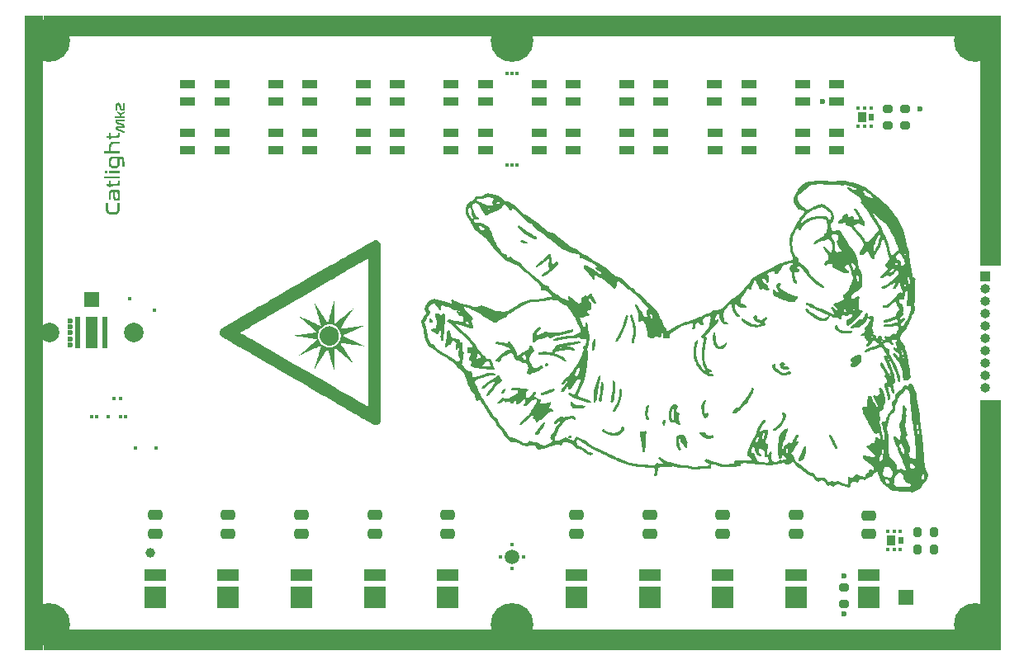
<source format=gbr>
%TF.GenerationSoftware,KiCad,Pcbnew,(5.99.0-11593-g5155093ec0)*%
%TF.CreationDate,2021-08-09T21:00:43+02:00*%
%TF.ProjectId,flatlight_rev21_ledside,666c6174-6c69-4676-9874-5f7265763231,rev?*%
%TF.SameCoordinates,Original*%
%TF.FileFunction,Soldermask,Top*%
%TF.FilePolarity,Negative*%
%FSLAX46Y46*%
G04 Gerber Fmt 4.6, Leading zero omitted, Abs format (unit mm)*
G04 Created by KiCad (PCBNEW (5.99.0-11593-g5155093ec0)) date 2021-08-09 21:00:43*
%MOMM*%
%LPD*%
G01*
G04 APERTURE LIST*
G04 Aperture macros list*
%AMRoundRect*
0 Rectangle with rounded corners*
0 $1 Rounding radius*
0 $2 $3 $4 $5 $6 $7 $8 $9 X,Y pos of 4 corners*
0 Add a 4 corners polygon primitive as box body*
4,1,4,$2,$3,$4,$5,$6,$7,$8,$9,$2,$3,0*
0 Add four circle primitives for the rounded corners*
1,1,$1+$1,$2,$3*
1,1,$1+$1,$4,$5*
1,1,$1+$1,$6,$7*
1,1,$1+$1,$8,$9*
0 Add four rect primitives between the rounded corners*
20,1,$1+$1,$2,$3,$4,$5,0*
20,1,$1+$1,$4,$5,$6,$7,0*
20,1,$1+$1,$6,$7,$8,$9,0*
20,1,$1+$1,$8,$9,$2,$3,0*%
G04 Aperture macros list end*
%ADD10C,0.010000*%
%ADD11RoundRect,0.200000X-0.275000X0.200000X-0.275000X-0.200000X0.275000X-0.200000X0.275000X0.200000X0*%
%ADD12R,1.600000X0.850000*%
%ADD13R,2.200000X2.200000*%
%ADD14R,2.200000X1.250000*%
%ADD15C,0.700000*%
%ADD16C,4.400000*%
%ADD17RoundRect,0.250000X0.475000X-0.250000X0.475000X0.250000X-0.475000X0.250000X-0.475000X-0.250000X0*%
%ADD18RoundRect,0.200000X0.200000X0.275000X-0.200000X0.275000X-0.200000X-0.275000X0.200000X-0.275000X0*%
%ADD19C,1.500000*%
%ADD20R,1.500000X1.500000*%
%ADD21R,0.400000X0.425000*%
%ADD22R,0.950000X1.100000*%
%ADD23R,0.480000X0.800000*%
%ADD24C,2.000000*%
%ADD25R,0.500000X3.300000*%
%ADD26R,1.300000X3.300000*%
%ADD27RoundRect,0.200000X0.275000X-0.200000X0.275000X0.200000X-0.275000X0.200000X-0.275000X-0.200000X0*%
%ADD28R,1.000000X1.000000*%
%ADD29O,1.000000X1.000000*%
%ADD30C,0.600000*%
%ADD31C,0.450000*%
%ADD32C,1.000000*%
G04 APERTURE END LIST*
D10*
X157200000Y-26800000D02*
X246550000Y-26800000D01*
X246550000Y-26800000D02*
X246550000Y-28800000D01*
X246550000Y-28800000D02*
X157200000Y-28800000D01*
X157200000Y-28800000D02*
X157200000Y-26800000D01*
G36*
X157200000Y-26800000D02*
G01*
X246550000Y-26800000D01*
X246550000Y-28800000D01*
X157200000Y-28800000D01*
X157200000Y-26800000D01*
G37*
X157200000Y-89800000D02*
X246550000Y-89800000D01*
X246550000Y-89800000D02*
X246550000Y-91800000D01*
X246550000Y-91800000D02*
X157200000Y-91800000D01*
X157200000Y-91800000D02*
X157200000Y-89800000D01*
G36*
X157200000Y-89800000D02*
G01*
X246550000Y-89800000D01*
X246550000Y-91800000D01*
X157200000Y-91800000D01*
X157200000Y-89800000D01*
G37*
X155200000Y-91800000D02*
X157000000Y-91800000D01*
X157000000Y-91800000D02*
X157000000Y-26800000D01*
X157000000Y-26800000D02*
X155200000Y-26800000D01*
X155200000Y-26800000D02*
X155200000Y-91800000D01*
G36*
X155200000Y-91800000D02*
G01*
X157000000Y-91800000D01*
X157000000Y-26800000D01*
X155200000Y-26800000D01*
X155200000Y-91800000D01*
G37*
X253200000Y-91800000D02*
X255200000Y-91800000D01*
X255200000Y-91800000D02*
X255200000Y-66250000D01*
X255200000Y-66250000D02*
X253200000Y-66250000D01*
X253200000Y-66250000D02*
X253200000Y-91800000D01*
G36*
X253200000Y-91800000D02*
G01*
X255200000Y-91800000D01*
X255200000Y-66250000D01*
X253200000Y-66250000D01*
X253200000Y-91800000D01*
G37*
X246550000Y-26800000D02*
X253200000Y-26800000D01*
X253200000Y-26800000D02*
X253200000Y-28800000D01*
X253200000Y-28800000D02*
X246550000Y-28800000D01*
X246550000Y-28800000D02*
X246550000Y-26800000D01*
G36*
X246550000Y-26800000D02*
G01*
X253200000Y-26800000D01*
X253200000Y-28800000D01*
X246550000Y-28800000D01*
X246550000Y-26800000D01*
G37*
X246550000Y-89800000D02*
X253200000Y-89800000D01*
X253200000Y-89800000D02*
X253200000Y-91800000D01*
X253200000Y-91800000D02*
X246550000Y-91800000D01*
X246550000Y-91800000D02*
X246550000Y-89800000D01*
G36*
X246550000Y-89800000D02*
G01*
X253200000Y-89800000D01*
X253200000Y-91800000D01*
X246550000Y-91800000D01*
X246550000Y-89800000D01*
G37*
X253200000Y-52350000D02*
X255200000Y-52350000D01*
X255200000Y-52350000D02*
X255200000Y-26800000D01*
X255200000Y-26800000D02*
X253200000Y-26800000D01*
X253200000Y-26800000D02*
X253200000Y-52350000D01*
G36*
X253200000Y-52350000D02*
G01*
X255200000Y-52350000D01*
X255200000Y-26800000D01*
X253200000Y-26800000D01*
X253200000Y-52350000D01*
G37*
%TO.C,G\u002A\u002A\u002A*%
G36*
X198213617Y-57369836D02*
G01*
X198241008Y-57395389D01*
X198309463Y-57481987D01*
X198349919Y-57587063D01*
X198364534Y-57728066D01*
X198355466Y-57922446D01*
X198332117Y-58131986D01*
X198305450Y-58360311D01*
X198277010Y-58634782D01*
X198250901Y-58914455D01*
X198237138Y-59079468D01*
X198211214Y-59405290D01*
X198190004Y-59654865D01*
X198172054Y-59839016D01*
X198155914Y-59968562D01*
X198140130Y-60054325D01*
X198123252Y-60107125D01*
X198103828Y-60137785D01*
X198093864Y-60147245D01*
X198007150Y-60176517D01*
X197929457Y-60131056D01*
X197879038Y-60022926D01*
X197875058Y-60002659D01*
X197866318Y-59897184D01*
X197862697Y-59733418D01*
X197864620Y-59540231D01*
X197867068Y-59460377D01*
X197869782Y-59225316D01*
X197856928Y-59068487D01*
X197827850Y-58982119D01*
X197826554Y-58980308D01*
X197781676Y-58939351D01*
X197749732Y-58963507D01*
X197727635Y-59059995D01*
X197712302Y-59236036D01*
X197711513Y-59249568D01*
X197686374Y-59421474D01*
X197633850Y-59510891D01*
X197551721Y-59518907D01*
X197437764Y-59446614D01*
X197393213Y-59405726D01*
X197242741Y-59291914D01*
X197077835Y-59215093D01*
X197053859Y-59208358D01*
X196914040Y-59150807D01*
X196852498Y-59077363D01*
X196865555Y-59002158D01*
X196949531Y-58939325D01*
X197100745Y-58902997D01*
X197134039Y-58900407D01*
X197266186Y-58884386D01*
X197362813Y-58857277D01*
X197385646Y-58843238D01*
X197408676Y-58781009D01*
X197430291Y-58655004D01*
X197446822Y-58488703D01*
X197450606Y-58427642D01*
X197457367Y-58232901D01*
X197450547Y-58096594D01*
X197426242Y-57990408D01*
X197380549Y-57886028D01*
X197374241Y-57873810D01*
X197297742Y-57674700D01*
X197285263Y-57511928D01*
X197327237Y-57394444D01*
X197414098Y-57331198D01*
X197536280Y-57331140D01*
X197684216Y-57403221D01*
X197785583Y-57488958D01*
X197915495Y-57617087D01*
X197981974Y-57478596D01*
X198055005Y-57360971D01*
X198128234Y-57325998D01*
X198213617Y-57369836D01*
G37*
G36*
X208836579Y-62426514D02*
G01*
X208864548Y-62447223D01*
X208892973Y-62526794D01*
X208881290Y-62632757D01*
X208835411Y-62717337D01*
X208830581Y-62721632D01*
X208727373Y-62764579D01*
X208626331Y-62744660D01*
X208559879Y-62671493D01*
X208551268Y-62638786D01*
X208571732Y-62537901D01*
X208644516Y-62457637D01*
X208742003Y-62414880D01*
X208836579Y-62426514D01*
G37*
G36*
X217521641Y-57513134D02*
G01*
X217582728Y-57606295D01*
X217582817Y-57606529D01*
X217666187Y-57852633D01*
X217747756Y-58140996D01*
X217818636Y-58436215D01*
X217869939Y-58702885D01*
X217884983Y-58810189D01*
X217899796Y-59063370D01*
X217891480Y-59338252D01*
X217863146Y-59616545D01*
X217817902Y-59879959D01*
X217758857Y-60110203D01*
X217689121Y-60288986D01*
X217615642Y-60394649D01*
X217548272Y-60444960D01*
X217498107Y-60433036D01*
X217459976Y-60398009D01*
X217426118Y-60355961D01*
X217414016Y-60304437D01*
X217425375Y-60222869D01*
X217461900Y-60090686D01*
X217494066Y-59986619D01*
X217542957Y-59815038D01*
X217574185Y-59657020D01*
X217591150Y-59484119D01*
X217597252Y-59267891D01*
X217597229Y-59123408D01*
X217592674Y-58873787D01*
X217579599Y-58680651D01*
X217553749Y-58513302D01*
X217510870Y-58341043D01*
X217470188Y-58206615D01*
X217412438Y-58012614D01*
X217364171Y-57830346D01*
X217332976Y-57689275D01*
X217326880Y-57650172D01*
X217319540Y-57543280D01*
X217341829Y-57497162D01*
X217408450Y-57486591D01*
X217422270Y-57486512D01*
X217521641Y-57513134D01*
G37*
G36*
X240883677Y-61631852D02*
G01*
X240949183Y-61658431D01*
X240986762Y-61714127D01*
X241008742Y-61822967D01*
X241016287Y-61890306D01*
X241015730Y-62102979D01*
X240960946Y-62289867D01*
X240842780Y-62471200D01*
X240673728Y-62647251D01*
X240548075Y-62758672D01*
X240453657Y-62821088D01*
X240361213Y-62848410D01*
X240241480Y-62854551D01*
X240237672Y-62854554D01*
X240071719Y-62839550D01*
X239968632Y-62790857D01*
X239952125Y-62774743D01*
X239890088Y-62677418D01*
X239898363Y-62583638D01*
X239979780Y-62471631D01*
X239993428Y-62457152D01*
X240106958Y-62338652D01*
X239993428Y-62264264D01*
X239912309Y-62202765D01*
X239888607Y-62146360D01*
X239923674Y-62072192D01*
X240011091Y-61966245D01*
X240184881Y-61815238D01*
X240397106Y-61700641D01*
X240620631Y-61632852D01*
X240828324Y-61622271D01*
X240883677Y-61631852D01*
G37*
G36*
X232222369Y-62551887D02*
G01*
X232234851Y-62624059D01*
X232225507Y-62734629D01*
X232224630Y-62739413D01*
X232217855Y-62839983D01*
X232253298Y-62921280D01*
X232340322Y-63013547D01*
X232592598Y-63224683D01*
X232827982Y-63372354D01*
X232944131Y-63422704D01*
X233039062Y-63448931D01*
X233130680Y-63450838D01*
X233248512Y-63425633D01*
X233393018Y-63380245D01*
X233591892Y-63323164D01*
X233722155Y-63309466D01*
X233791486Y-63340120D01*
X233807564Y-63416097D01*
X233805725Y-63432402D01*
X233755169Y-63510471D01*
X233639400Y-63587898D01*
X233480086Y-63655634D01*
X233298891Y-63704629D01*
X233117483Y-63725833D01*
X233102643Y-63726065D01*
X232906761Y-63696707D01*
X232691201Y-63614427D01*
X232471540Y-63491393D01*
X232263356Y-63339775D01*
X232082224Y-63171740D01*
X231943721Y-62999460D01*
X231863423Y-62835101D01*
X231849657Y-62747186D01*
X231881881Y-62652571D01*
X231961336Y-62572615D01*
X232062192Y-62520854D01*
X232158621Y-62510820D01*
X232222369Y-62551887D01*
G37*
G36*
X214406940Y-64387434D02*
G01*
X214483681Y-64427528D01*
X214527956Y-64477581D01*
X214547847Y-64564583D01*
X214557468Y-64716982D01*
X214557590Y-64913591D01*
X214548983Y-65133224D01*
X214532415Y-65354694D01*
X214508658Y-65556813D01*
X214483672Y-65696303D01*
X214457171Y-65865891D01*
X214446761Y-66039314D01*
X214447358Y-66071991D01*
X214427448Y-66234411D01*
X214362094Y-66356612D01*
X214263979Y-66420632D01*
X214198628Y-66424258D01*
X214140289Y-66386976D01*
X214113075Y-66291914D01*
X214116912Y-66132525D01*
X214151725Y-65902257D01*
X214190563Y-65713145D01*
X214219999Y-65563644D01*
X214243573Y-65403143D01*
X214262675Y-65215729D01*
X214278698Y-64985490D01*
X214293033Y-64696513D01*
X214304132Y-64414777D01*
X214336299Y-64380155D01*
X214406940Y-64387434D01*
G37*
G36*
X203930607Y-63749303D02*
G01*
X203959054Y-63806424D01*
X203962028Y-63845784D01*
X204004081Y-63976956D01*
X204079956Y-64058194D01*
X204156615Y-64125528D01*
X204171627Y-64177489D01*
X204132425Y-64252056D01*
X204121255Y-64269177D01*
X204042901Y-64355891D01*
X203919113Y-64459740D01*
X203810771Y-64535723D01*
X203605147Y-64700586D01*
X203436798Y-64916623D01*
X203417944Y-64947015D01*
X203311858Y-65113311D01*
X203198370Y-65278491D01*
X203119520Y-65384219D01*
X203013540Y-65518329D01*
X202910979Y-65649239D01*
X202878554Y-65690988D01*
X202779359Y-65785385D01*
X202684166Y-65820519D01*
X202612558Y-65791536D01*
X202595048Y-65761280D01*
X202601311Y-65677705D01*
X202654570Y-65549157D01*
X202744069Y-65396105D01*
X202859046Y-65239018D01*
X202887327Y-65205211D01*
X203002900Y-65059860D01*
X203120261Y-64894159D01*
X203229640Y-64724452D01*
X203321266Y-64567079D01*
X203385370Y-64438384D01*
X203412181Y-64354708D01*
X203408017Y-64334289D01*
X203356828Y-64339803D01*
X203251335Y-64387143D01*
X203107510Y-64466366D01*
X202941323Y-64567524D01*
X202768743Y-64680673D01*
X202605743Y-64795869D01*
X202468292Y-64903165D01*
X202406419Y-64958002D01*
X202284637Y-65046073D01*
X202182231Y-65068923D01*
X202113503Y-65026000D01*
X202094608Y-64970071D01*
X202107780Y-64897723D01*
X202170384Y-64808347D01*
X202288660Y-64696300D01*
X202468846Y-64555943D01*
X202717183Y-64381632D01*
X202827320Y-64307582D01*
X203150968Y-64095576D01*
X203411044Y-63934273D01*
X203613298Y-63821334D01*
X203763477Y-63754419D01*
X203867331Y-63731189D01*
X203930607Y-63749303D01*
G37*
G36*
X219188161Y-66719459D02*
G01*
X219220610Y-66759135D01*
X219223877Y-66837093D01*
X219204528Y-66966360D01*
X219176772Y-67081468D01*
X219117090Y-67387716D01*
X219112550Y-67670858D01*
X219162788Y-67911699D01*
X219193943Y-67983823D01*
X219253744Y-68130010D01*
X219251287Y-68219205D01*
X219184251Y-68257869D01*
X219095404Y-68258114D01*
X218992129Y-68233368D01*
X218931616Y-68166799D01*
X218901175Y-68091667D01*
X218877221Y-67977573D01*
X218858935Y-67807192D01*
X218849303Y-67611479D01*
X218848532Y-67546134D01*
X218861173Y-67257132D01*
X218898083Y-67018637D01*
X218956428Y-66840331D01*
X219033373Y-66731897D01*
X219095299Y-66702953D01*
X219188161Y-66719459D01*
G37*
G36*
X213727062Y-59959402D02*
G01*
X213762401Y-59994546D01*
X213777374Y-60070721D01*
X213771532Y-60198968D01*
X213744428Y-60390328D01*
X213699679Y-60634969D01*
X213655385Y-60854746D01*
X213619948Y-61002372D01*
X213587901Y-61091798D01*
X213553780Y-61136974D01*
X213512116Y-61151851D01*
X213496898Y-61152492D01*
X213425713Y-61130869D01*
X213385838Y-61060200D01*
X213376467Y-60931787D01*
X213396791Y-60736929D01*
X213437275Y-60510230D01*
X213487624Y-60268754D01*
X213530141Y-60102339D01*
X213570685Y-59999840D01*
X213615122Y-59950115D01*
X213669312Y-59942020D01*
X213727062Y-59959402D01*
G37*
G36*
X214205487Y-63745059D02*
G01*
X214257814Y-63807459D01*
X214274879Y-63876341D01*
X214265230Y-63983600D01*
X214226487Y-64146246D01*
X214195295Y-64254209D01*
X214145015Y-64437603D01*
X214107135Y-64605103D01*
X214088073Y-64727346D01*
X214086982Y-64749787D01*
X214078673Y-64849111D01*
X214056402Y-65008479D01*
X214023974Y-65202478D01*
X213999697Y-65332819D01*
X213962140Y-65546362D01*
X213932671Y-65752172D01*
X213915313Y-65920083D01*
X213912380Y-65987458D01*
X213893396Y-66145482D01*
X213844255Y-66294927D01*
X213776309Y-66412041D01*
X213700910Y-66473070D01*
X213678494Y-66476890D01*
X213583047Y-66441025D01*
X213536197Y-66340325D01*
X213542195Y-66185138D01*
X213547737Y-66158584D01*
X213567356Y-66016005D01*
X213564079Y-65890179D01*
X213559006Y-65865894D01*
X213539019Y-65761041D01*
X213535628Y-65637773D01*
X213550868Y-65487188D01*
X213586772Y-65300387D01*
X213645377Y-65068469D01*
X213728715Y-64782536D01*
X213838821Y-64433685D01*
X213977730Y-64013018D01*
X213992842Y-63967974D01*
X214060335Y-63818228D01*
X214133589Y-63742486D01*
X214205487Y-63745059D01*
G37*
G36*
X220899529Y-68265145D02*
G01*
X220910251Y-68285733D01*
X220919173Y-68375091D01*
X220907615Y-68510257D01*
X220881497Y-68657112D01*
X220846742Y-68781540D01*
X220812977Y-68846147D01*
X220746945Y-68874439D01*
X220686858Y-68848463D01*
X220639801Y-68773279D01*
X220618331Y-68645697D01*
X220623180Y-68496989D01*
X220655076Y-68358427D01*
X220674399Y-68315018D01*
X220745203Y-68243387D01*
X220831409Y-68225376D01*
X220899529Y-68265145D01*
G37*
G36*
X222754161Y-69787710D02*
G01*
X222806981Y-69799068D01*
X222915923Y-69882020D01*
X222980276Y-70018427D01*
X222990207Y-70103434D01*
X223011768Y-70196991D01*
X223066604Y-70325590D01*
X223104059Y-70394939D01*
X223171135Y-70523199D01*
X223191675Y-70611521D01*
X223172379Y-70689139D01*
X223171792Y-70690435D01*
X223146426Y-70804707D01*
X223149583Y-70938972D01*
X223149887Y-70940873D01*
X223144854Y-71066069D01*
X223085680Y-71129782D01*
X222980774Y-71123436D01*
X222973521Y-71120760D01*
X222887552Y-71056893D01*
X222782592Y-70935626D01*
X222673359Y-70780073D01*
X222574573Y-70613347D01*
X222500950Y-70458564D01*
X222467209Y-70338835D01*
X222466495Y-70324523D01*
X222443340Y-70241972D01*
X222390967Y-70179329D01*
X222335011Y-70163342D01*
X222320641Y-70172343D01*
X222293188Y-70249762D01*
X222288544Y-70386436D01*
X222304172Y-70558095D01*
X222337541Y-70740467D01*
X222386115Y-70909283D01*
X222401865Y-70950258D01*
X222477687Y-71153992D01*
X222507862Y-71292108D01*
X222492397Y-71373383D01*
X222431297Y-71406595D01*
X222402152Y-71408505D01*
X222304381Y-71367079D01*
X222215091Y-71251434D01*
X222138258Y-71074519D01*
X222077862Y-70849285D01*
X222037880Y-70588681D01*
X222022291Y-70305657D01*
X222024160Y-70178035D01*
X222062627Y-69998573D01*
X222165173Y-69874522D01*
X222335408Y-69802697D01*
X222471604Y-69783341D01*
X222624982Y-69779228D01*
X222754161Y-69787710D01*
G37*
G36*
X211211693Y-69892412D02*
G01*
X211283215Y-69931343D01*
X211312613Y-70007306D01*
X211275227Y-70082414D01*
X211188647Y-70133449D01*
X211122971Y-70142870D01*
X211021665Y-70113226D01*
X210968948Y-70042291D01*
X210980008Y-69957059D01*
X211002265Y-69928337D01*
X211096632Y-69885992D01*
X211211693Y-69892412D01*
G37*
G36*
X229930712Y-64967530D02*
G01*
X229943929Y-64978494D01*
X229963251Y-65037834D01*
X229972805Y-65145646D01*
X229973024Y-65165181D01*
X229947367Y-65303152D01*
X229877329Y-65491260D01*
X229773310Y-65711690D01*
X229645710Y-65946624D01*
X229504927Y-66178247D01*
X229361362Y-66388742D01*
X229225415Y-66560292D01*
X229107485Y-66675081D01*
X229080918Y-66693517D01*
X228977785Y-66772607D01*
X228911442Y-66851657D01*
X228904451Y-66867563D01*
X228857390Y-66941457D01*
X228759087Y-67053526D01*
X228626749Y-67187782D01*
X228477581Y-67328237D01*
X228328792Y-67458905D01*
X228197586Y-67563799D01*
X228101172Y-67626931D01*
X228076498Y-67636836D01*
X227939919Y-67644242D01*
X227858005Y-67591717D01*
X227833884Y-67489775D01*
X227870686Y-67348931D01*
X227949578Y-67210250D01*
X228039296Y-67100872D01*
X228125456Y-67052434D01*
X228201723Y-67044244D01*
X228307176Y-67032680D01*
X228402866Y-66990733D01*
X228500886Y-66907520D01*
X228613332Y-66772159D01*
X228752298Y-66573768D01*
X228793362Y-66511890D01*
X228913595Y-66339824D01*
X229031247Y-66189424D01*
X229130438Y-66080094D01*
X229181276Y-66037843D01*
X229288485Y-65939386D01*
X229406435Y-65775973D01*
X229523269Y-65566955D01*
X229627129Y-65331685D01*
X229647638Y-65276718D01*
X229700030Y-65142146D01*
X229747612Y-65037976D01*
X229767670Y-65003952D01*
X229846686Y-64953216D01*
X229930712Y-64967530D01*
G37*
G36*
X209527994Y-65082807D02*
G01*
X209547961Y-65188430D01*
X209492894Y-65298140D01*
X209372823Y-65396474D01*
X209301161Y-65432505D01*
X209110492Y-65508471D01*
X208900169Y-65583088D01*
X208692392Y-65649476D01*
X208509357Y-65700755D01*
X208373263Y-65730044D01*
X208327500Y-65734298D01*
X208186588Y-65709037D01*
X208115007Y-65648906D01*
X208114474Y-65574200D01*
X208186706Y-65505215D01*
X208304845Y-65466539D01*
X208469564Y-65425708D01*
X208679268Y-65357599D01*
X208901104Y-65274424D01*
X209102216Y-65188400D01*
X209234368Y-65120974D01*
X209383431Y-65050544D01*
X209482285Y-65044876D01*
X209527994Y-65082807D01*
G37*
G36*
X245893160Y-51333002D02*
G01*
X245923984Y-51529296D01*
X245960953Y-51769131D01*
X246003091Y-52036401D01*
X246028413Y-52194378D01*
X246048213Y-52317903D01*
X246094136Y-52600432D01*
X246126161Y-52794828D01*
X246138674Y-52870785D01*
X246179642Y-53115755D01*
X246214857Y-53322140D01*
X246242132Y-53476735D01*
X246259285Y-53566335D01*
X246263834Y-53583427D01*
X246305084Y-53606268D01*
X246394718Y-53652830D01*
X246418197Y-53664812D01*
X246502114Y-53712282D01*
X246541786Y-53762348D01*
X246548805Y-53844228D01*
X246537272Y-53964950D01*
X246529719Y-54077276D01*
X246523377Y-54258364D01*
X246518504Y-54485359D01*
X246518411Y-54489699D01*
X246514987Y-54752763D01*
X246513268Y-55029041D01*
X246513420Y-55300015D01*
X246515608Y-55547170D01*
X246519995Y-55751988D01*
X246521086Y-55784450D01*
X246515253Y-55910586D01*
X246494459Y-56079709D01*
X246470979Y-56214554D01*
X246441778Y-56392192D01*
X246439659Y-56522343D01*
X246464549Y-56640472D01*
X246470089Y-56657779D01*
X246475160Y-56688665D01*
X246501805Y-56850943D01*
X246480804Y-57045569D01*
X246412198Y-57207750D01*
X246381254Y-57247011D01*
X246333822Y-57323429D01*
X246269170Y-57461641D01*
X246196684Y-57640311D01*
X246141260Y-57792543D01*
X246023858Y-58101441D01*
X245891361Y-58399107D01*
X245752805Y-58668280D01*
X245617229Y-58891697D01*
X245493669Y-59052097D01*
X245468377Y-59077806D01*
X245375630Y-59186180D01*
X245271182Y-59338383D01*
X245167599Y-59511894D01*
X245077447Y-59684191D01*
X245013293Y-59832752D01*
X244987703Y-59935054D01*
X244987670Y-59939353D01*
X245014015Y-60020659D01*
X245082318Y-60145041D01*
X245178941Y-60288289D01*
X245200434Y-60317032D01*
X245344929Y-60532205D01*
X245452982Y-60759989D01*
X245524837Y-60971672D01*
X245624862Y-61335540D01*
X245726676Y-61761281D01*
X245816428Y-62182817D01*
X245825144Y-62223755D01*
X245866182Y-62439949D01*
X245915132Y-62697825D01*
X245991505Y-63158352D01*
X246036208Y-63475411D01*
X246085064Y-63856234D01*
X245917447Y-64052244D01*
X245815401Y-64164010D01*
X245734005Y-64222932D01*
X245641408Y-64245897D01*
X245545102Y-64249686D01*
X245418262Y-64241871D01*
X245331322Y-64220437D01*
X245313112Y-64207005D01*
X245298891Y-64146158D01*
X245283723Y-64020302D01*
X245270026Y-63851648D01*
X245264724Y-63762759D01*
X245206305Y-63320430D01*
X245075984Y-62890032D01*
X244869613Y-62461298D01*
X244855624Y-62439949D01*
X245422509Y-62439949D01*
X245444330Y-62461770D01*
X245466152Y-62439949D01*
X245444330Y-62418127D01*
X245422509Y-62439949D01*
X244855624Y-62439949D01*
X244583045Y-62023960D01*
X244538167Y-61963936D01*
X244429551Y-61820637D01*
X244338533Y-61700486D01*
X244280043Y-61623195D01*
X244269945Y-61609817D01*
X244247280Y-61523130D01*
X244291960Y-61448254D01*
X244385806Y-61414436D01*
X244391444Y-61414347D01*
X244476203Y-61439869D01*
X244570242Y-61524482D01*
X244654597Y-61632560D01*
X244743274Y-61747368D01*
X244816175Y-61826414D01*
X244852507Y-61850773D01*
X244913330Y-61815837D01*
X244923450Y-61710664D01*
X244899434Y-61591282D01*
X244854739Y-61471036D01*
X244785125Y-61404622D01*
X244690179Y-61367793D01*
X244559256Y-61299954D01*
X244433300Y-61189686D01*
X244335474Y-61062428D01*
X244299698Y-60971081D01*
X245038127Y-60971081D01*
X245045727Y-61054296D01*
X245071332Y-61156699D01*
X245112568Y-61309700D01*
X245160406Y-61479811D01*
X245212937Y-61668986D01*
X245262670Y-61858586D01*
X245295231Y-61992219D01*
X245331591Y-62117839D01*
X245370698Y-62204278D01*
X245403624Y-62238170D01*
X245421442Y-62206146D01*
X245422509Y-62182817D01*
X245412364Y-62087573D01*
X245382341Y-61910905D01*
X245333061Y-61656235D01*
X245283468Y-61414347D01*
X245230440Y-61207992D01*
X245169941Y-61050481D01*
X245108267Y-60955764D01*
X245066792Y-60934279D01*
X245038127Y-60971081D01*
X244299698Y-60971081D01*
X244288944Y-60943622D01*
X244287801Y-60925881D01*
X244320761Y-60844856D01*
X244394978Y-60810829D01*
X244473456Y-60840625D01*
X244474034Y-60841198D01*
X244549563Y-60882692D01*
X244629586Y-60885863D01*
X244677146Y-60851630D01*
X244679626Y-60836083D01*
X244662009Y-60766065D01*
X244618508Y-60651418D01*
X244592341Y-60591282D01*
X244529137Y-60436159D01*
X244510659Y-60336785D01*
X244536024Y-60274488D01*
X244575962Y-60244832D01*
X244637129Y-60179018D01*
X244625359Y-60107649D01*
X244551429Y-60049878D01*
X244452946Y-60026170D01*
X244288748Y-60035202D01*
X244173845Y-60084570D01*
X244117368Y-60161305D01*
X244120182Y-60184435D01*
X244128454Y-60252434D01*
X244216237Y-60344984D01*
X244224527Y-60350551D01*
X244304863Y-60435646D01*
X244321984Y-60526552D01*
X244276905Y-60597408D01*
X244213946Y-60620575D01*
X244126828Y-60602946D01*
X244055271Y-60512269D01*
X244051827Y-60505704D01*
X243949188Y-60397049D01*
X243790094Y-60338884D01*
X243592942Y-60336801D01*
X243531307Y-60347479D01*
X243398270Y-60383802D01*
X243328363Y-60432011D01*
X243318826Y-60507069D01*
X243366899Y-60623938D01*
X243453218Y-60770913D01*
X243557276Y-60896154D01*
X243667875Y-60959471D01*
X243670378Y-60960039D01*
X243802947Y-60992012D01*
X243868623Y-61028280D01*
X243885765Y-61091886D01*
X243872728Y-61205868D01*
X243871699Y-61212726D01*
X243864155Y-61377599D01*
X243903495Y-61497358D01*
X243909898Y-61507638D01*
X244029905Y-61705855D01*
X244170051Y-61958743D01*
X244320355Y-62246096D01*
X244470836Y-62547709D01*
X244611510Y-62843375D01*
X244732398Y-63112887D01*
X244823518Y-63336038D01*
X244851280Y-63413355D01*
X244904219Y-63607140D01*
X244948537Y-63833924D01*
X244971332Y-64012387D01*
X244982954Y-64182146D01*
X244980705Y-64284615D01*
X244962126Y-64339039D01*
X244926378Y-64364053D01*
X244844921Y-64370100D01*
X244780766Y-64312748D01*
X244729292Y-64184265D01*
X244685877Y-63976919D01*
X244682519Y-63956097D01*
X244636488Y-63735829D01*
X244568759Y-63491743D01*
X244499312Y-63290980D01*
X244429980Y-63128267D01*
X244337638Y-62928780D01*
X244230872Y-62709224D01*
X244118265Y-62486305D01*
X244008402Y-62276728D01*
X243909867Y-62097200D01*
X243831246Y-61964427D01*
X243783011Y-61897014D01*
X243719807Y-61851275D01*
X243692587Y-61875733D01*
X243702251Y-61960658D01*
X243749701Y-62096322D01*
X243761940Y-62124515D01*
X243944891Y-62549892D01*
X244105532Y-62952898D01*
X244240507Y-63323511D01*
X244346461Y-63651707D01*
X244420038Y-63927462D01*
X244457882Y-64140751D01*
X244462372Y-64216986D01*
X244445538Y-64355735D01*
X244384288Y-64450354D01*
X244353265Y-64477127D01*
X244277569Y-64562929D01*
X244248171Y-64675116D01*
X244264474Y-64829583D01*
X244325883Y-65042226D01*
X244331444Y-65058505D01*
X244379111Y-65217803D01*
X244410815Y-65363509D01*
X244418729Y-65439199D01*
X244408477Y-65528475D01*
X244360973Y-65555773D01*
X244302480Y-65552384D01*
X244236509Y-65534268D01*
X244186362Y-65485917D01*
X244138673Y-65388410D01*
X244089405Y-65250719D01*
X244012896Y-65035063D01*
X243951206Y-64892152D01*
X243897776Y-64810102D01*
X243846044Y-64777032D01*
X243826648Y-64774828D01*
X243764799Y-64795332D01*
X243740429Y-64863294D01*
X243753452Y-64988391D01*
X243803786Y-65180300D01*
X243822611Y-65241183D01*
X243889483Y-65489674D01*
X243932058Y-65726215D01*
X243949610Y-65935543D01*
X243941415Y-66102396D01*
X243906747Y-66211511D01*
X243870263Y-66244021D01*
X243782852Y-66241912D01*
X243722474Y-66157593D01*
X243693961Y-66035396D01*
X243557973Y-65361862D01*
X243472973Y-65066991D01*
X243407829Y-64833534D01*
X243382725Y-64664919D01*
X243398495Y-64548000D01*
X243455975Y-64469634D01*
X243513145Y-64434539D01*
X243593365Y-64384083D01*
X243624863Y-64320768D01*
X243607207Y-64227195D01*
X243539966Y-64085970D01*
X243502836Y-64018870D01*
X243430959Y-63883013D01*
X243400172Y-63790955D01*
X243404045Y-63713280D01*
X243423068Y-63654003D01*
X243448864Y-63557481D01*
X243435198Y-63471398D01*
X243375486Y-63356581D01*
X243372125Y-63350967D01*
X243199034Y-63057742D01*
X243072269Y-62829450D01*
X242989546Y-62658530D01*
X242948584Y-62537416D01*
X242947099Y-62458545D01*
X242982808Y-62414354D01*
X243053428Y-62397279D01*
X243083992Y-62396306D01*
X243182803Y-62414327D01*
X243239141Y-62485330D01*
X243254909Y-62527234D01*
X243299303Y-62628583D01*
X243379854Y-62783945D01*
X243485468Y-62973942D01*
X243605052Y-63179197D01*
X243727515Y-63380332D01*
X243841761Y-63557968D01*
X243863006Y-63589496D01*
X243952741Y-63707514D01*
X244009396Y-63751887D01*
X244034639Y-63729042D01*
X244030135Y-63645404D01*
X243997550Y-63507401D01*
X243938551Y-63321459D01*
X243854803Y-63094005D01*
X243747972Y-62831466D01*
X243619725Y-62540267D01*
X243554540Y-62399613D01*
X243446785Y-62165915D01*
X243375078Y-61997007D01*
X243335132Y-61880271D01*
X243322660Y-61803093D01*
X243333375Y-61752855D01*
X243334222Y-61751234D01*
X243392000Y-61692014D01*
X243489164Y-61689112D01*
X243506258Y-61692283D01*
X243587845Y-61698840D01*
X243625305Y-61671711D01*
X243616833Y-61602522D01*
X243560620Y-61482901D01*
X243454861Y-61304474D01*
X243405722Y-61226451D01*
X243286406Y-61041421D01*
X243201017Y-60919318D01*
X243137990Y-60848577D01*
X243085761Y-60817631D01*
X243032766Y-60814913D01*
X243000344Y-60820979D01*
X242872013Y-60854922D01*
X242688694Y-60909692D01*
X242472838Y-60977889D01*
X242246897Y-61052113D01*
X242033321Y-61124967D01*
X241854561Y-61189051D01*
X241733069Y-61236965D01*
X241719306Y-61243166D01*
X241550810Y-61306084D01*
X241440233Y-61308634D01*
X241381955Y-61250291D01*
X241372174Y-61210813D01*
X241380982Y-61136896D01*
X241436514Y-61069077D01*
X241548523Y-61001438D01*
X241726757Y-60928057D01*
X241974743Y-60844973D01*
X242271964Y-60749757D01*
X242492527Y-60673157D01*
X242643601Y-60609464D01*
X242732356Y-60552967D01*
X242765961Y-60497959D01*
X242751585Y-60438729D01*
X242696397Y-60369569D01*
X242640292Y-60314958D01*
X242473500Y-60186100D01*
X242439541Y-60174623D01*
X242994717Y-60174623D01*
X243048708Y-60220032D01*
X243130045Y-60220635D01*
X243133254Y-60219454D01*
X243181628Y-60184435D01*
X243153645Y-60127559D01*
X243152665Y-60126374D01*
X243074574Y-60065811D01*
X243010880Y-60090859D01*
X242997994Y-60108872D01*
X242994717Y-60174623D01*
X242439541Y-60174623D01*
X242332059Y-60138297D01*
X242209365Y-60171379D01*
X242098814Y-60285175D01*
X242088329Y-60300749D01*
X242012681Y-60403528D01*
X241908583Y-60530280D01*
X241857196Y-60588733D01*
X241722041Y-60708537D01*
X241608611Y-60758705D01*
X241528983Y-60746872D01*
X241495236Y-60680675D01*
X241519446Y-60567750D01*
X241603780Y-60428509D01*
X241679312Y-60308433D01*
X241711692Y-60211210D01*
X241696360Y-60155386D01*
X241672593Y-60148712D01*
X241616201Y-60122805D01*
X241525725Y-60058348D01*
X241498022Y-60035726D01*
X241393538Y-59915230D01*
X241378216Y-59852625D01*
X241980376Y-59852625D01*
X242028939Y-59886412D01*
X242038671Y-59886856D01*
X242107322Y-59850374D01*
X242167623Y-59765703D01*
X242192956Y-59671512D01*
X242170029Y-59627827D01*
X242101381Y-59658335D01*
X242054554Y-59697228D01*
X241989571Y-59781726D01*
X241980376Y-59852625D01*
X241378216Y-59852625D01*
X241363746Y-59793505D01*
X241359044Y-59715763D01*
X241329542Y-59679753D01*
X241252145Y-59672443D01*
X241157962Y-59677368D01*
X241008357Y-59672866D01*
X240939393Y-59635859D01*
X240951115Y-59567348D01*
X241043565Y-59468338D01*
X241145267Y-59389323D01*
X241298882Y-59268275D01*
X241381540Y-59171808D01*
X241401007Y-59086808D01*
X241370634Y-59008815D01*
X241323259Y-58882954D01*
X241357774Y-58785071D01*
X241412183Y-58741607D01*
X241480147Y-58680769D01*
X241574761Y-58571243D01*
X241681127Y-58433622D01*
X241784348Y-58288500D01*
X241869526Y-58156473D01*
X241921763Y-58058133D01*
X241931100Y-58024265D01*
X241895398Y-57964033D01*
X241821993Y-57914997D01*
X241741468Y-57859191D01*
X241712887Y-57806827D01*
X241688400Y-57753374D01*
X241671820Y-57748368D01*
X241607839Y-57789054D01*
X241565287Y-57901704D01*
X241553606Y-57988294D01*
X241502182Y-58130172D01*
X241429935Y-58206615D01*
X241341706Y-58278116D01*
X241214143Y-58386078D01*
X241072928Y-58508724D01*
X241054895Y-58524620D01*
X240872209Y-58676612D01*
X240728506Y-58770552D01*
X240606075Y-58814751D01*
X240487204Y-58817523D01*
X240445351Y-58810686D01*
X240270737Y-58819940D01*
X240162028Y-58865140D01*
X240060564Y-58914383D01*
X240000397Y-58919745D01*
X239948326Y-58882836D01*
X239941248Y-58875845D01*
X239893636Y-58795638D01*
X239911262Y-58707357D01*
X239998892Y-58603594D01*
X240161292Y-58476936D01*
X240226221Y-58432757D01*
X240386472Y-58316456D01*
X240532899Y-58193368D01*
X240637060Y-58087660D01*
X240646855Y-58075356D01*
X240729736Y-57977855D01*
X240800521Y-57937642D01*
X240893680Y-57938182D01*
X240923590Y-57942600D01*
X241039258Y-57950701D01*
X241118442Y-57938016D01*
X241124720Y-57934312D01*
X241207241Y-57841464D01*
X241279507Y-57711106D01*
X241318336Y-57587269D01*
X241320103Y-57563222D01*
X241348688Y-57438006D01*
X241419684Y-57331052D01*
X241510956Y-57272148D01*
X241539256Y-57268299D01*
X241631036Y-57305742D01*
X241680122Y-57409363D01*
X241680423Y-57566100D01*
X241679865Y-57569849D01*
X241670076Y-57667029D01*
X241688750Y-57697477D01*
X241739644Y-57682443D01*
X241836136Y-57654488D01*
X241969829Y-57631458D01*
X241999040Y-57628114D01*
X242153402Y-57632936D01*
X242242173Y-57691093D01*
X242271990Y-57809976D01*
X242263082Y-57922117D01*
X242239444Y-58088018D01*
X242216503Y-58262847D01*
X242214024Y-58282990D01*
X242190386Y-58440752D01*
X242156908Y-58623752D01*
X242141633Y-58697415D01*
X242115718Y-58837248D01*
X242116588Y-58923209D01*
X242146776Y-58985278D01*
X242168122Y-59010675D01*
X242219065Y-59103257D01*
X242232597Y-59241093D01*
X242229602Y-59304400D01*
X242224064Y-59430861D01*
X242239258Y-59495890D01*
X242287716Y-59524955D01*
X242343941Y-59536795D01*
X242444099Y-59575141D01*
X242492989Y-59661987D01*
X242495236Y-59671512D01*
X242500636Y-59694397D01*
X242545852Y-59851456D01*
X242598893Y-59922833D01*
X242658405Y-59908048D01*
X242723029Y-59806619D01*
X242735676Y-59777749D01*
X242811151Y-59664013D01*
X242903135Y-59632626D01*
X243004886Y-59681807D01*
X243109664Y-59809773D01*
X243153838Y-59888315D01*
X243237804Y-60013234D01*
X243320097Y-60061182D01*
X243325975Y-60061426D01*
X243419509Y-60033408D01*
X243444914Y-59955259D01*
X243412250Y-59859991D01*
X243379501Y-59750700D01*
X243416286Y-59688578D01*
X243515097Y-59679766D01*
X243603557Y-59703529D01*
X243739692Y-59744512D01*
X243839290Y-59742737D01*
X243933121Y-59689742D01*
X244047767Y-59581358D01*
X244177892Y-59463621D01*
X244280603Y-59414459D01*
X244374939Y-59428550D01*
X244443119Y-59470863D01*
X244534317Y-59527477D01*
X244579904Y-59514934D01*
X244593227Y-59428440D01*
X244593299Y-59416918D01*
X244617794Y-59304823D01*
X244678894Y-59173000D01*
X244702406Y-59135557D01*
X244789866Y-58954149D01*
X244805753Y-58782698D01*
X244751675Y-58643355D01*
X244717467Y-58603296D01*
X244675879Y-58585968D01*
X244606197Y-58592110D01*
X244487707Y-58622461D01*
X244369802Y-58656973D01*
X244128502Y-58714400D01*
X243890719Y-58746106D01*
X243672965Y-58752460D01*
X243491756Y-58733832D01*
X243363603Y-58690592D01*
X243308108Y-58633209D01*
X243302954Y-58537606D01*
X243374908Y-58481117D01*
X243522747Y-58464341D01*
X243636366Y-58472304D01*
X243814861Y-58481204D01*
X243989886Y-58460910D01*
X244201737Y-58406662D01*
X244208101Y-58404755D01*
X244443036Y-58326935D01*
X244601006Y-58255960D01*
X244691447Y-58186292D01*
X244723796Y-58112393D01*
X244724227Y-58101847D01*
X244705012Y-58002853D01*
X244641861Y-57958021D01*
X244526513Y-57966374D01*
X244350711Y-58026934D01*
X244294364Y-58050986D01*
X244139421Y-58115573D01*
X244010688Y-58163048D01*
X243932885Y-58184401D01*
X243927209Y-58184794D01*
X243853710Y-58197842D01*
X243728964Y-58231532D01*
X243621840Y-58264988D01*
X243433313Y-58311666D01*
X243310285Y-58304364D01*
X243249055Y-58242296D01*
X243240378Y-58184161D01*
X243253209Y-58124440D01*
X243301049Y-58075957D01*
X243397923Y-58031504D01*
X243557856Y-57983875D01*
X243698626Y-57948676D01*
X243908159Y-57886598D01*
X244135481Y-57801734D01*
X244287801Y-57733397D01*
X244571478Y-57591641D01*
X244584769Y-57386589D01*
X244604439Y-57245591D01*
X244647723Y-57164398D01*
X244693876Y-57131099D01*
X244815407Y-57028585D01*
X244858772Y-56897735D01*
X244823353Y-56750273D01*
X244721213Y-56610577D01*
X244635586Y-56508552D01*
X244600503Y-56410473D01*
X244599547Y-56273929D01*
X244595830Y-56125640D01*
X244561638Y-56058152D01*
X244555910Y-56055664D01*
X244503459Y-56076685D01*
X244405141Y-56148072D01*
X244276211Y-56257879D01*
X244164775Y-56361964D01*
X243903514Y-56591752D01*
X243676036Y-56741975D01*
X243482655Y-56812476D01*
X243323683Y-56803099D01*
X243301694Y-56794281D01*
X243219235Y-56733077D01*
X243203474Y-56637170D01*
X243204783Y-56624202D01*
X243221653Y-56550683D01*
X243266531Y-56512860D01*
X243364096Y-56495755D01*
X243423701Y-56491340D01*
X243548386Y-56474419D01*
X243653612Y-56432222D01*
X243769336Y-56349691D01*
X243857862Y-56273127D01*
X244019117Y-56123435D01*
X244088484Y-56055558D01*
X244904035Y-56055558D01*
X244906731Y-56139137D01*
X244931874Y-56243895D01*
X244999338Y-56298006D01*
X245061531Y-56317566D01*
X245144225Y-56347620D01*
X245198311Y-56400563D01*
X245241037Y-56499869D01*
X245271822Y-56603757D01*
X245312676Y-56749209D01*
X245346132Y-56865272D01*
X245361023Y-56914397D01*
X245353652Y-56993314D01*
X245314532Y-57076309D01*
X245271890Y-57175909D01*
X245294206Y-57278265D01*
X245298247Y-57287322D01*
X245320261Y-57354842D01*
X245308455Y-57417028D01*
X245252739Y-57497457D01*
X245167180Y-57593593D01*
X245070908Y-57707551D01*
X245005229Y-57803498D01*
X244986083Y-57851830D01*
X245017709Y-57922834D01*
X245094959Y-57941899D01*
X245191389Y-57906331D01*
X245229008Y-57876580D01*
X245336767Y-57810265D01*
X245432928Y-57809414D01*
X245495192Y-57872076D01*
X245503488Y-57900601D01*
X245486720Y-57973573D01*
X245408461Y-58075555D01*
X245268403Y-58209610D01*
X245139875Y-58328064D01*
X245067637Y-58410509D01*
X245039670Y-58475273D01*
X245043953Y-58540682D01*
X245045916Y-58548858D01*
X245095367Y-58644591D01*
X245172689Y-58663042D01*
X245273470Y-58608025D01*
X245393298Y-58483355D01*
X245527760Y-58292845D01*
X245672445Y-58040308D01*
X245703261Y-57980647D01*
X245808791Y-57752244D01*
X245909286Y-57497881D01*
X245997654Y-57239530D01*
X246066806Y-56999159D01*
X246109649Y-56798739D01*
X246120249Y-56688665D01*
X246089955Y-56577685D01*
X246010650Y-56531373D01*
X245901576Y-56560566D01*
X245897389Y-56563130D01*
X245766370Y-56612291D01*
X245668732Y-56590002D01*
X245618096Y-56509829D01*
X245628083Y-56385343D01*
X245654567Y-56321254D01*
X245678842Y-56230647D01*
X245697737Y-56078151D01*
X245710985Y-55883804D01*
X245718316Y-55667645D01*
X245719462Y-55449711D01*
X245714155Y-55250041D01*
X245702127Y-55088673D01*
X245683108Y-54985644D01*
X245672742Y-54964302D01*
X245628789Y-54931315D01*
X245590071Y-54955779D01*
X245552629Y-55045820D01*
X245512506Y-55209561D01*
X245484842Y-55350078D01*
X245457509Y-55495858D01*
X245450631Y-55532544D01*
X245420341Y-55692610D01*
X245399201Y-55802698D01*
X245395428Y-55821838D01*
X245374476Y-55884913D01*
X245328454Y-55908783D01*
X245231145Y-55902855D01*
X245187201Y-55896547D01*
X245029911Y-55892834D01*
X244937998Y-55943697D01*
X244904035Y-56055558D01*
X244088484Y-56055558D01*
X244194398Y-55951919D01*
X244370168Y-55772841D01*
X244532891Y-55600461D01*
X244642136Y-55478952D01*
X245073368Y-55478952D01*
X245106918Y-55520918D01*
X245119586Y-55522595D01*
X245145651Y-55495858D01*
X245138832Y-55478952D01*
X245099614Y-55437318D01*
X245092614Y-55435310D01*
X245073868Y-55469075D01*
X245073368Y-55478952D01*
X244642136Y-55478952D01*
X244669032Y-55449037D01*
X244765052Y-55332832D01*
X244801996Y-55278509D01*
X244875896Y-55204310D01*
X244975383Y-55171743D01*
X245065036Y-55188131D01*
X245095629Y-55217808D01*
X245147933Y-55242985D01*
X245163669Y-55237054D01*
X245200559Y-55167657D01*
X245194281Y-55050569D01*
X245147862Y-54912161D01*
X245120372Y-54859540D01*
X245060306Y-54714636D01*
X245026308Y-54554785D01*
X245025164Y-54540636D01*
X245015093Y-54472244D01*
X245401221Y-54472244D01*
X245407951Y-54500184D01*
X245465453Y-54555723D01*
X245542001Y-54549709D01*
X245576440Y-54516903D01*
X245575842Y-54449678D01*
X245551404Y-54407258D01*
X245484599Y-54374443D01*
X245423554Y-54403221D01*
X245401221Y-54472244D01*
X245015093Y-54472244D01*
X244998583Y-54360129D01*
X244948775Y-54248106D01*
X244886113Y-54213316D01*
X244841800Y-54249065D01*
X244770564Y-54344195D01*
X244685529Y-54480531D01*
X244657640Y-54529725D01*
X244550224Y-54708615D01*
X244464472Y-54815060D01*
X244392414Y-54858713D01*
X244384917Y-54860106D01*
X244292387Y-54848299D01*
X244260643Y-54776951D01*
X244289671Y-54645014D01*
X244379105Y-54452096D01*
X244464646Y-54279051D01*
X244500000Y-54171154D01*
X244483090Y-54127936D01*
X244411841Y-54148930D01*
X244284177Y-54233665D01*
X244098022Y-54381675D01*
X244091409Y-54387174D01*
X243805872Y-54604516D01*
X243562602Y-54745894D01*
X243361176Y-54811477D01*
X243201168Y-54801434D01*
X243134868Y-54766875D01*
X243066402Y-54684831D01*
X243078683Y-54607730D01*
X243165327Y-54545701D01*
X243295573Y-54511969D01*
X243441744Y-54471975D01*
X243609041Y-54387879D01*
X243805183Y-54254214D01*
X244037889Y-54065512D01*
X244314879Y-53816306D01*
X244427280Y-53710387D01*
X244493966Y-53645852D01*
X245719064Y-53645852D01*
X245721041Y-53741459D01*
X245744658Y-53886183D01*
X245791789Y-54094422D01*
X245815825Y-54191495D01*
X245879462Y-54423649D01*
X245912981Y-54516903D01*
X245933122Y-54572938D01*
X245978240Y-54643034D01*
X245995158Y-54649743D01*
X246023494Y-54607978D01*
X246031482Y-54485359D01*
X246019178Y-54285898D01*
X245986639Y-54013607D01*
X245986186Y-54010342D01*
X245942844Y-53761208D01*
X245894112Y-53596914D01*
X245840359Y-53518093D01*
X245781955Y-53525375D01*
X245736853Y-53584964D01*
X245719064Y-53645852D01*
X244493966Y-53645852D01*
X244591956Y-53551023D01*
X244702088Y-53435466D01*
X244768282Y-53349433D01*
X244801144Y-53278643D01*
X244811279Y-53208814D01*
X244811512Y-53192970D01*
X244792439Y-53069191D01*
X244746194Y-52976062D01*
X244742843Y-52972531D01*
X244705717Y-52945980D01*
X244662418Y-52949492D01*
X244599137Y-52991891D01*
X244502068Y-53081999D01*
X244382792Y-53202574D01*
X244214334Y-53367487D01*
X244084843Y-53471191D01*
X243979010Y-53520836D01*
X243881526Y-53523572D01*
X243777082Y-53486549D01*
X243775934Y-53485994D01*
X243701028Y-53455387D01*
X243636644Y-53454240D01*
X243556487Y-53489352D01*
X243434260Y-53567520D01*
X243417824Y-53578564D01*
X243277624Y-53669950D01*
X243185209Y-53717076D01*
X243117282Y-53726342D01*
X243050549Y-53704148D01*
X243019296Y-53688070D01*
X242940140Y-53614568D01*
X242942125Y-53530003D01*
X243021623Y-53444114D01*
X243132783Y-53383459D01*
X243311063Y-53274714D01*
X243405550Y-53160349D01*
X243432190Y-53118074D01*
X243895018Y-53118074D01*
X243922143Y-53168698D01*
X243992125Y-53165046D01*
X244087872Y-53116284D01*
X244192291Y-53031579D01*
X244288293Y-52920096D01*
X244302168Y-52899719D01*
X244350523Y-52794828D01*
X244329937Y-52740364D01*
X244245222Y-52740075D01*
X244144318Y-52776829D01*
X244051186Y-52847463D01*
X243962621Y-52956628D01*
X243904559Y-53068825D01*
X243895018Y-53118074D01*
X243432190Y-53118074D01*
X243483812Y-53036153D01*
X243584364Y-52900940D01*
X243609330Y-52870781D01*
X243685890Y-52776482D01*
X243709980Y-52722433D01*
X243687064Y-52683595D01*
X243655542Y-52659016D01*
X243577189Y-52611422D01*
X243538367Y-52598540D01*
X243502991Y-52561696D01*
X243477441Y-52493132D01*
X243482600Y-52352909D01*
X243552055Y-52186394D01*
X243556383Y-52180366D01*
X244462372Y-52180366D01*
X244500054Y-52281397D01*
X244593130Y-52334410D01*
X244619790Y-52336684D01*
X244702809Y-52308797D01*
X244725125Y-52244298D01*
X244695132Y-52191209D01*
X244640865Y-52171093D01*
X244556388Y-52162339D01*
X244483763Y-52166904D01*
X244462372Y-52180366D01*
X243556383Y-52180366D01*
X243676120Y-52013610D01*
X243743954Y-51942267D01*
X243858861Y-51802166D01*
X243891114Y-51682554D01*
X243841758Y-51579165D01*
X243834833Y-51571983D01*
X243792969Y-51494536D01*
X243782495Y-51458350D01*
X244563870Y-51458350D01*
X244567884Y-51533213D01*
X244593714Y-51619407D01*
X244632280Y-51741053D01*
X244659394Y-51830894D01*
X244663265Y-51844946D01*
X244713935Y-51879736D01*
X244801385Y-51873916D01*
X244904222Y-51870988D01*
X244977466Y-51918805D01*
X245031145Y-52029680D01*
X245073898Y-52208552D01*
X245081876Y-52244298D01*
X245104326Y-52344890D01*
X245134939Y-52444385D01*
X245151221Y-52475637D01*
X245198946Y-52467774D01*
X245285098Y-52411694D01*
X245346583Y-52359728D01*
X245413731Y-52298629D01*
X245457830Y-52248428D01*
X245476881Y-52194378D01*
X245468884Y-52121731D01*
X245431841Y-52015741D01*
X245363754Y-51861659D01*
X245262624Y-51644738D01*
X245244388Y-51605670D01*
X245138441Y-51388246D01*
X245067910Y-51270961D01*
X245445699Y-51270961D01*
X245459322Y-51337530D01*
X245502541Y-51410860D01*
X245533776Y-51431233D01*
X245576923Y-51402908D01*
X245589923Y-51333002D01*
X245569444Y-51263000D01*
X245548904Y-51242817D01*
X245474296Y-51223043D01*
X245445699Y-51270961D01*
X245067910Y-51270961D01*
X245052925Y-51246043D01*
X244976695Y-51172912D01*
X244898606Y-51162701D01*
X244807515Y-51209258D01*
X244696017Y-51302998D01*
X244602933Y-51392895D01*
X244563870Y-51458350D01*
X243782495Y-51458350D01*
X243756292Y-51367819D01*
X243744490Y-51302334D01*
X243713994Y-51137321D01*
X243664417Y-50918204D01*
X243603220Y-50674035D01*
X243537864Y-50433862D01*
X243475810Y-50226736D01*
X243444106Y-50132732D01*
X243357196Y-49912097D01*
X243284392Y-49775310D01*
X243223041Y-49720559D01*
X243170493Y-49746030D01*
X243124095Y-49849910D01*
X243109034Y-49903609D01*
X243023975Y-50183617D01*
X242912564Y-50473600D01*
X242784982Y-50752137D01*
X242651412Y-50997803D01*
X242522033Y-51189178D01*
X242468641Y-51251098D01*
X242375689Y-51358919D01*
X242334329Y-51450390D01*
X242328993Y-51564912D01*
X242331241Y-51598867D01*
X242333829Y-51721778D01*
X242311826Y-51782903D01*
X242265437Y-51804640D01*
X242167896Y-51786818D01*
X242060424Y-51693260D01*
X241940026Y-51520602D01*
X241825949Y-51310450D01*
X241721383Y-51120729D01*
X241638448Y-51011704D01*
X241587577Y-50983763D01*
X241519290Y-51013304D01*
X241416820Y-51090133D01*
X241320103Y-51180155D01*
X241161038Y-51316745D01*
X241029647Y-51372734D01*
X240922784Y-51349182D01*
X240892406Y-51324176D01*
X240841788Y-51227313D01*
X240851150Y-51092923D01*
X240922313Y-50915296D01*
X241025771Y-50741390D01*
X242262841Y-50741390D01*
X242265638Y-50863041D01*
X242285241Y-50918299D01*
X242342026Y-50921943D01*
X242412762Y-50852835D01*
X242481880Y-50737353D01*
X242565180Y-50558870D01*
X242654459Y-50338751D01*
X242741510Y-50098362D01*
X242818129Y-49859066D01*
X242873655Y-49652744D01*
X242911636Y-49481624D01*
X242927092Y-49375652D01*
X242920823Y-49315864D01*
X242893630Y-49283298D01*
X242889372Y-49280548D01*
X242823156Y-49262329D01*
X242801909Y-49272608D01*
X242763167Y-49323905D01*
X242693301Y-49418303D01*
X242655141Y-49470256D01*
X242571344Y-49619646D01*
X242516641Y-49782039D01*
X242510208Y-49819397D01*
X242473098Y-49977242D01*
X242411725Y-50126593D01*
X242401267Y-50145002D01*
X242351874Y-50259546D01*
X242309787Y-50414132D01*
X242278834Y-50583250D01*
X242276949Y-50601890D01*
X242262841Y-50741390D01*
X241025771Y-50741390D01*
X241057101Y-50688727D01*
X241116405Y-50601890D01*
X241851690Y-50601890D01*
X241879087Y-50678639D01*
X241909279Y-50700086D01*
X241948661Y-50662967D01*
X241966867Y-50601890D01*
X241956287Y-50521866D01*
X241909279Y-50503694D01*
X241855260Y-50533820D01*
X241851690Y-50601890D01*
X241116405Y-50601890D01*
X241128828Y-50583700D01*
X241209339Y-50456280D01*
X241262961Y-50346744D01*
X241276461Y-50294607D01*
X241248646Y-50206793D01*
X241170376Y-50064613D01*
X241049413Y-49878733D01*
X240893517Y-49659822D01*
X240710451Y-49418546D01*
X240507975Y-49165575D01*
X240293851Y-48911575D01*
X240158748Y-48758367D01*
X240044786Y-48627854D01*
X239951060Y-48513843D01*
X239895956Y-48438797D01*
X239892811Y-48433474D01*
X239808067Y-48371095D01*
X239668130Y-48347537D01*
X239519075Y-48327407D01*
X239432092Y-48272632D01*
X239385722Y-48162955D01*
X239368817Y-48064993D01*
X239332925Y-47934623D01*
X239274085Y-47887838D01*
X239196352Y-47925218D01*
X239115250Y-48028657D01*
X239041208Y-48123163D01*
X238954516Y-48162374D01*
X238853394Y-48168815D01*
X238741499Y-48163725D01*
X238689582Y-48132524D01*
X238670363Y-48051318D01*
X238666159Y-48004804D01*
X238667032Y-47888279D01*
X238700919Y-47830834D01*
X238731623Y-47816929D01*
X238902436Y-47748739D01*
X239011221Y-47655424D01*
X239083220Y-47513408D01*
X239095397Y-47477182D01*
X239159902Y-47324924D01*
X239250936Y-47223680D01*
X239326275Y-47174333D01*
X239468965Y-47115037D01*
X239568823Y-47129405D01*
X239632050Y-47220913D01*
X239661684Y-47362471D01*
X239691153Y-47503132D01*
X239735683Y-47561812D01*
X239792301Y-47536632D01*
X239835332Y-47472256D01*
X239926652Y-47366089D01*
X240032708Y-47336182D01*
X240135894Y-47377723D01*
X240218606Y-47485898D01*
X240252311Y-47586250D01*
X240275078Y-47664673D01*
X240315101Y-47697260D01*
X240399414Y-47696186D01*
X240473395Y-47685817D01*
X240642231Y-47678597D01*
X240731325Y-47710896D01*
X240783605Y-47733756D01*
X240799900Y-47695211D01*
X240783153Y-47611979D01*
X240736307Y-47500777D01*
X240676375Y-47398768D01*
X240502126Y-47132548D01*
X240378353Y-46927465D01*
X240301845Y-46775838D01*
X240269389Y-46669983D01*
X240277774Y-46602217D01*
X240323787Y-46564858D01*
X240327234Y-46563572D01*
X240422687Y-46567954D01*
X240525287Y-46650518D01*
X240639512Y-46814947D01*
X240645855Y-46825808D01*
X240736735Y-46972151D01*
X240831195Y-47108661D01*
X240871648Y-47160859D01*
X240933412Y-47251872D01*
X241019235Y-47400032D01*
X241116743Y-47583165D01*
X241194759Y-47739774D01*
X241309021Y-47995187D01*
X241371546Y-48182232D01*
X241382040Y-48303057D01*
X241340208Y-48359811D01*
X241245754Y-48354641D01*
X241117790Y-48300011D01*
X241007746Y-48253591D01*
X240921753Y-48234548D01*
X240835307Y-48203052D01*
X240796392Y-48168815D01*
X240698323Y-48110662D01*
X240578369Y-48118714D01*
X240469073Y-48190636D01*
X240389010Y-48256321D01*
X240330011Y-48277921D01*
X240256336Y-48303694D01*
X240250124Y-48377261D01*
X240309812Y-48492989D01*
X240431192Y-48642378D01*
X240740600Y-48997520D01*
X241044574Y-49380506D01*
X241312952Y-49753131D01*
X241340778Y-49794502D01*
X241453583Y-49941998D01*
X241549766Y-50010826D01*
X241642131Y-50004493D01*
X241743481Y-49926507D01*
X241759833Y-49909297D01*
X241868214Y-49809573D01*
X242000724Y-49709309D01*
X242026725Y-49692160D01*
X242146375Y-49588292D01*
X242270608Y-49436203D01*
X242334442Y-49337330D01*
X242443487Y-49178327D01*
X242565957Y-49042279D01*
X242642511Y-48979802D01*
X242741388Y-48899778D01*
X242798421Y-48823796D01*
X242803952Y-48801255D01*
X242779668Y-48721853D01*
X242711307Y-48581936D01*
X242605609Y-48391960D01*
X242469313Y-48162379D01*
X242309158Y-47903647D01*
X242131884Y-47626218D01*
X241944230Y-47340546D01*
X241759515Y-47066839D01*
X242150864Y-47066839D01*
X242173821Y-47124927D01*
X242234413Y-47237495D01*
X242322325Y-47386086D01*
X242388666Y-47492354D01*
X242571505Y-47787172D01*
X242777668Y-48132596D01*
X242991153Y-48501307D01*
X243195959Y-48865986D01*
X243237849Y-48942204D01*
X243446270Y-49375652D01*
X243477815Y-49441255D01*
X243695564Y-50019348D01*
X243889030Y-50670597D01*
X243992337Y-51092870D01*
X244030800Y-51240856D01*
X244067991Y-51320998D01*
X244114646Y-51351910D01*
X244143393Y-51354725D01*
X244212020Y-51326714D01*
X244318112Y-51252837D01*
X244445291Y-51148333D01*
X244577175Y-51028438D01*
X244697387Y-50908392D01*
X244789545Y-50803431D01*
X244837270Y-50728793D01*
X244839256Y-50707384D01*
X244812793Y-50645057D01*
X244762632Y-50525158D01*
X244698425Y-50370779D01*
X244681152Y-50329124D01*
X244591503Y-50122463D01*
X244478874Y-49877416D01*
X244351644Y-49610782D01*
X244218194Y-49339357D01*
X244086903Y-49079938D01*
X243966152Y-48849324D01*
X243864319Y-48664311D01*
X243789785Y-48541696D01*
X243788481Y-48539777D01*
X243634267Y-48320429D01*
X243508391Y-48160446D01*
X243395590Y-48043577D01*
X243280601Y-47953571D01*
X243179836Y-47891708D01*
X243026031Y-47788563D01*
X242857693Y-47651118D01*
X242736015Y-47534327D01*
X242534009Y-47321911D01*
X242383396Y-47168579D01*
X242277055Y-47068643D01*
X242207868Y-47016415D01*
X242168716Y-47006209D01*
X242152480Y-47032337D01*
X242150864Y-47066839D01*
X241759515Y-47066839D01*
X241752934Y-47057087D01*
X241564737Y-46786294D01*
X241386377Y-46538622D01*
X241224593Y-46324524D01*
X241135825Y-46213542D01*
X241035834Y-46089954D01*
X240962022Y-45994611D01*
X240928125Y-45945346D01*
X240927320Y-45942829D01*
X240943410Y-45894613D01*
X240976660Y-45817038D01*
X240994658Y-45742863D01*
X240976646Y-45663973D01*
X240915892Y-45573545D01*
X240805666Y-45464756D01*
X240639234Y-45330781D01*
X240409866Y-45164798D01*
X240171769Y-45001152D01*
X239924125Y-44830937D01*
X239895771Y-44810264D01*
X241189176Y-44810264D01*
X241219706Y-44879266D01*
X241258810Y-44920901D01*
X241304307Y-44990742D01*
X241307325Y-45104993D01*
X241301343Y-45148169D01*
X241274242Y-45317646D01*
X241405945Y-45288719D01*
X241505667Y-45283148D01*
X241619803Y-45316167D01*
X241774956Y-45395571D01*
X241779551Y-45398195D01*
X241915031Y-45466697D01*
X242027101Y-45507336D01*
X242085383Y-45512066D01*
X242148093Y-45455096D01*
X242134869Y-45366002D01*
X242048396Y-45250576D01*
X241906471Y-45126119D01*
X241685744Y-44966597D01*
X241495891Y-44849704D01*
X241344949Y-44778980D01*
X241240958Y-44757965D01*
X241191954Y-44790198D01*
X241189176Y-44810264D01*
X239895771Y-44810264D01*
X239744098Y-44699680D01*
X239625238Y-44600153D01*
X239561098Y-44525129D01*
X239545228Y-44467381D01*
X239571180Y-44419681D01*
X239619839Y-44382557D01*
X239679023Y-44373251D01*
X239773680Y-44407127D01*
X239917832Y-44489762D01*
X239964835Y-44519718D01*
X240129260Y-44621636D01*
X240244018Y-44677641D01*
X240329809Y-44693466D01*
X240407336Y-44674839D01*
X240450120Y-44654049D01*
X240520235Y-44589444D01*
X240527341Y-44523330D01*
X240472356Y-44483612D01*
X240444431Y-44481014D01*
X240352151Y-44464476D01*
X240219925Y-44422486D01*
X240149843Y-44395003D01*
X240006784Y-44340669D01*
X239879070Y-44301737D01*
X239836255Y-44292721D01*
X239714670Y-44263493D01*
X239596220Y-44222190D01*
X239455223Y-44190876D01*
X239290832Y-44191316D01*
X239281197Y-44192520D01*
X239175453Y-44198240D01*
X238999375Y-44198542D01*
X238769695Y-44194184D01*
X238503145Y-44185922D01*
X238216457Y-44174515D01*
X237926364Y-44160719D01*
X237649597Y-44145294D01*
X237402889Y-44128995D01*
X237202972Y-44112580D01*
X237066578Y-44096808D01*
X237033087Y-44090744D01*
X236866387Y-44077721D01*
X236639585Y-44096183D01*
X236539447Y-44111711D01*
X236356900Y-44136937D01*
X236187992Y-44149237D01*
X236067392Y-44146172D01*
X236061639Y-44145317D01*
X235891876Y-44154177D01*
X235791347Y-44203046D01*
X235677102Y-44275693D01*
X235580913Y-44332549D01*
X235492237Y-44409533D01*
X235442906Y-44480889D01*
X235376773Y-44563352D01*
X235266388Y-44659217D01*
X235202872Y-44704025D01*
X234930607Y-44888916D01*
X234729545Y-45046435D01*
X234591497Y-45185482D01*
X234508274Y-45314953D01*
X234471684Y-45443746D01*
X234468248Y-45502159D01*
X234494322Y-45663997D01*
X234564015Y-45845442D01*
X234664642Y-46027722D01*
X234783521Y-46192067D01*
X234907967Y-46319706D01*
X235025297Y-46391868D01*
X235075794Y-46401289D01*
X235172405Y-46437696D01*
X235257424Y-46523638D01*
X235297202Y-46624197D01*
X235297423Y-46631273D01*
X235321701Y-46710580D01*
X235398216Y-46729333D01*
X235532492Y-46688332D01*
X235571385Y-46670880D01*
X235928452Y-46504759D01*
X236217020Y-46373617D01*
X236447230Y-46274560D01*
X236629223Y-46204694D01*
X236773141Y-46161122D01*
X236889125Y-46140952D01*
X236987315Y-46141288D01*
X237077853Y-46159236D01*
X237170880Y-46191902D01*
X237203150Y-46205124D01*
X237335508Y-46276365D01*
X237478542Y-46376072D01*
X237522664Y-46412426D01*
X237661319Y-46529560D01*
X237807342Y-46647377D01*
X237844217Y-46676000D01*
X238021449Y-46863526D01*
X238135622Y-47095562D01*
X238185331Y-47354829D01*
X238184410Y-47370170D01*
X238169167Y-47624047D01*
X238085725Y-47885937D01*
X237959471Y-48091634D01*
X237909298Y-48169799D01*
X237887797Y-48256615D01*
X237890018Y-48382892D01*
X237898533Y-48470956D01*
X237923334Y-48648946D01*
X237959718Y-48759429D01*
X238021832Y-48822144D01*
X238123825Y-48856832D01*
X238183074Y-48867982D01*
X238322701Y-48877416D01*
X238415266Y-48843696D01*
X238434943Y-48827751D01*
X238515887Y-48772717D01*
X238564012Y-48757990D01*
X238634560Y-48780464D01*
X238737399Y-48835855D01*
X238844902Y-48906118D01*
X238929445Y-48973208D01*
X238963402Y-49018875D01*
X238989933Y-49074797D01*
X239056564Y-49165807D01*
X239088523Y-49203808D01*
X239161849Y-49304389D01*
X239257945Y-49459082D01*
X239361977Y-49643231D01*
X239424156Y-49761770D01*
X239532991Y-49961713D01*
X239651565Y-50156560D01*
X239761652Y-50317234D01*
X239811836Y-50380336D01*
X239963148Y-50559188D01*
X240083197Y-50715130D01*
X240194151Y-50879329D01*
X240214686Y-50913043D01*
X240318178Y-51082958D01*
X240349635Y-51136512D01*
X240486532Y-51399198D01*
X240585235Y-51663055D01*
X240654412Y-51956718D01*
X240673737Y-52096650D01*
X240701763Y-52299584D01*
X240730455Y-52514104D01*
X240756567Y-52621204D01*
X240767436Y-52665781D01*
X240819590Y-52779047D01*
X240849328Y-52823295D01*
X240934909Y-52949344D01*
X240996632Y-53071170D01*
X241038251Y-53206563D01*
X241063521Y-53373316D01*
X241076194Y-53589219D01*
X241078842Y-53784705D01*
X241080025Y-53872064D01*
X241080069Y-53916918D01*
X241080069Y-54558835D01*
X241069139Y-54569981D01*
X240861856Y-54781356D01*
X240712548Y-54918712D01*
X240546469Y-55049394D01*
X240425430Y-55129336D01*
X240200038Y-55281343D01*
X240041529Y-55436817D01*
X239955067Y-55588409D01*
X239945815Y-55728770D01*
X239966300Y-55782802D01*
X240033075Y-55854266D01*
X240129674Y-55861438D01*
X240266299Y-55803263D01*
X240364309Y-55741602D01*
X240498007Y-55666019D01*
X240624311Y-55618674D01*
X240676375Y-55610674D01*
X240764122Y-55623762D01*
X240794284Y-55682928D01*
X240796392Y-55730185D01*
X240783563Y-55857574D01*
X240752578Y-55998912D01*
X240751397Y-56002952D01*
X240729338Y-56183525D01*
X240756019Y-56337144D01*
X240783754Y-56505658D01*
X240760389Y-56655573D01*
X240756185Y-56668714D01*
X240727230Y-56826715D01*
X240764807Y-56931222D01*
X240841209Y-56971756D01*
X240870917Y-56987517D01*
X240877581Y-56989055D01*
X241025022Y-57024834D01*
X241105875Y-57056692D01*
X241139537Y-57095723D01*
X241140370Y-57102197D01*
X241145533Y-57142321D01*
X241115306Y-57195992D01*
X241031943Y-57297930D01*
X240906419Y-57437169D01*
X240749708Y-57602744D01*
X240572785Y-57783691D01*
X240386627Y-57969043D01*
X240202208Y-58147836D01*
X240030502Y-58309105D01*
X239882486Y-58441883D01*
X239769134Y-58535207D01*
X239714286Y-58572278D01*
X239606098Y-58609099D01*
X239531933Y-58579075D01*
X239485833Y-58475821D01*
X239462488Y-58302460D01*
X239455075Y-58158659D01*
X239465136Y-58074573D01*
X239502386Y-58022981D01*
X239576538Y-57976657D01*
X239579296Y-57975140D01*
X239817539Y-57835087D01*
X239985666Y-57715965D01*
X240079272Y-57621194D01*
X240098110Y-57572260D01*
X240088983Y-57506342D01*
X240046032Y-57466486D01*
X239945908Y-57434381D01*
X239911564Y-57425983D01*
X239808108Y-57421162D01*
X239719299Y-57475804D01*
X239688346Y-57507235D01*
X239555128Y-57598839D01*
X239408306Y-57605373D01*
X239254283Y-57526729D01*
X239239517Y-57514830D01*
X239128583Y-57441038D01*
X239056372Y-57441556D01*
X239017633Y-57519733D01*
X239007045Y-57663184D01*
X238998317Y-57804991D01*
X238966694Y-57885714D01*
X238922629Y-57921403D01*
X238836205Y-57957901D01*
X238762745Y-57953035D01*
X238674923Y-57899054D01*
X238588971Y-57826753D01*
X238491318Y-57745696D01*
X238434125Y-57718125D01*
X238394840Y-57737130D01*
X238375339Y-57761289D01*
X238299688Y-57823373D01*
X238199467Y-57822710D01*
X238060838Y-57757816D01*
X238003410Y-57721463D01*
X237857843Y-57646275D01*
X237757079Y-57641107D01*
X237704698Y-57705449D01*
X237697767Y-57764940D01*
X237660947Y-57869115D01*
X237566918Y-57980058D01*
X237440327Y-58074233D01*
X237321074Y-58124668D01*
X237116035Y-58143080D01*
X236874678Y-58102506D01*
X236592218Y-58001150D01*
X236263870Y-57837213D01*
X235884849Y-57608896D01*
X235797837Y-57552252D01*
X235559504Y-57382014D01*
X235397951Y-57233740D01*
X235307536Y-57100665D01*
X235282617Y-56976026D01*
X235286973Y-56939766D01*
X235334779Y-56850923D01*
X235415152Y-56825898D01*
X235503125Y-56862871D01*
X235573732Y-56960022D01*
X235574016Y-56960697D01*
X235645949Y-57069066D01*
X235755608Y-57174658D01*
X235782600Y-57194311D01*
X236052229Y-57368991D01*
X236324827Y-57530839D01*
X236578442Y-57667573D01*
X236791119Y-57766908D01*
X236841501Y-57786779D01*
X237050086Y-57845237D01*
X237219964Y-57841404D01*
X237377699Y-57770941D01*
X237494596Y-57680105D01*
X237573158Y-57598308D01*
X237586176Y-57540202D01*
X237569198Y-57511177D01*
X237513518Y-57474367D01*
X237392070Y-57411627D01*
X237219840Y-57330145D01*
X237011819Y-57237114D01*
X236877695Y-57179435D01*
X236470921Y-57005404D01*
X236138890Y-56859218D01*
X235874925Y-56737263D01*
X235672351Y-56635923D01*
X235524491Y-56551584D01*
X235424670Y-56480632D01*
X235366211Y-56419451D01*
X235342438Y-56364428D01*
X235341066Y-56347463D01*
X235358043Y-56274101D01*
X235415105Y-56244953D01*
X235521447Y-56260758D01*
X235686264Y-56322256D01*
X235828102Y-56386605D01*
X236138460Y-56533062D01*
X236378181Y-56645588D01*
X236555375Y-56727904D01*
X236678155Y-56783728D01*
X236754630Y-56816779D01*
X236792912Y-56830776D01*
X236799250Y-56831873D01*
X236847966Y-56848510D01*
X236953429Y-56892180D01*
X237093054Y-56953521D01*
X237096588Y-56955110D01*
X237263549Y-57028977D01*
X237422489Y-57097205D01*
X237523196Y-57138661D01*
X237642710Y-57191485D01*
X237801425Y-57268823D01*
X237943838Y-57342744D01*
X238080761Y-57414312D01*
X238186080Y-57465805D01*
X238237780Y-57486478D01*
X238238425Y-57486512D01*
X238266922Y-57454769D01*
X238246553Y-57369727D01*
X238182445Y-57246669D01*
X238132763Y-57171649D01*
X238011858Y-57001159D01*
X237933723Y-56888235D01*
X237891889Y-56818372D01*
X237879890Y-56777064D01*
X237891257Y-56749805D01*
X237919524Y-56722090D01*
X237928449Y-56713415D01*
X237985841Y-56669040D01*
X238043706Y-56677295D01*
X238106848Y-56715134D01*
X238203656Y-56796435D01*
X238308599Y-56909578D01*
X238332859Y-56940082D01*
X238427033Y-57042423D01*
X238504984Y-57090753D01*
X238553255Y-57081706D01*
X238558390Y-57011915D01*
X238554484Y-56995533D01*
X238549600Y-56970275D01*
X239181615Y-56970275D01*
X239208407Y-57075181D01*
X239272787Y-57160515D01*
X239350766Y-57199361D01*
X239382108Y-57195223D01*
X239431728Y-57162296D01*
X239437520Y-57102197D01*
X239401765Y-56989718D01*
X239400909Y-56987463D01*
X239364226Y-56935014D01*
X240149940Y-56935014D01*
X240172864Y-56967727D01*
X240239857Y-56998801D01*
X240285517Y-56971756D01*
X240280651Y-56909973D01*
X240267921Y-56891602D01*
X240206467Y-56853736D01*
X240169788Y-56873666D01*
X240149940Y-56935014D01*
X239364226Y-56935014D01*
X239342349Y-56903735D01*
X239268106Y-56872886D01*
X239205486Y-56897056D01*
X239181615Y-56970275D01*
X238549600Y-56970275D01*
X238532657Y-56882662D01*
X238527572Y-56821849D01*
X238489888Y-56754136D01*
X238393368Y-56679676D01*
X238358012Y-56660163D01*
X238217741Y-56560758D01*
X238163771Y-56449885D01*
X238196253Y-56327906D01*
X238210422Y-56306036D01*
X238271497Y-56244228D01*
X238355959Y-56226157D01*
X238449626Y-56234131D01*
X238582033Y-56236195D01*
X238728843Y-56201578D01*
X238898626Y-56133283D01*
X239086057Y-56038595D01*
X239195471Y-55952823D01*
X239233944Y-55865442D01*
X239208554Y-55765930D01*
X239179219Y-55715960D01*
X239111229Y-55592816D01*
X239109659Y-55509432D01*
X239180164Y-55442905D01*
X239256517Y-55402921D01*
X239383077Y-55316601D01*
X239503018Y-55193722D01*
X239533735Y-55151633D01*
X239699361Y-54878962D01*
X239800738Y-54684779D01*
X240156935Y-54684779D01*
X240161821Y-54759559D01*
X240185669Y-54780670D01*
X240227846Y-54749920D01*
X240229038Y-54740597D01*
X240243437Y-54668398D01*
X240257814Y-54625536D01*
X240262739Y-54569981D01*
X240229079Y-54569717D01*
X240177129Y-54623700D01*
X240156935Y-54684779D01*
X239800738Y-54684779D01*
X239849128Y-54592091D01*
X239975546Y-54308932D01*
X240071124Y-54047396D01*
X240128372Y-53825394D01*
X240141655Y-53697915D01*
X240127889Y-53605918D01*
X240499376Y-53605918D01*
X240512870Y-53743846D01*
X240542075Y-53885363D01*
X240580944Y-54004171D01*
X240623427Y-54073973D01*
X240642104Y-54082389D01*
X240708355Y-54043796D01*
X240744686Y-53939052D01*
X240749094Y-53784705D01*
X240719577Y-53597303D01*
X240706812Y-53547767D01*
X240655424Y-53430986D01*
X240594885Y-53388030D01*
X240538516Y-53422236D01*
X240507645Y-53497876D01*
X240499376Y-53605918D01*
X240127889Y-53605918D01*
X240126196Y-53594607D01*
X240084189Y-53432750D01*
X240022069Y-53234611D01*
X239947114Y-53024682D01*
X239867134Y-52809892D01*
X239794590Y-52607603D01*
X239737649Y-52441059D01*
X239705204Y-52336229D01*
X239682737Y-52252794D01*
X240002447Y-52252794D01*
X240007452Y-52328417D01*
X240044536Y-52455997D01*
X240074804Y-52541922D01*
X240133506Y-52692267D01*
X240187705Y-52811763D01*
X240225509Y-52874323D01*
X240286792Y-52898289D01*
X240335306Y-52843592D01*
X240366205Y-52718491D01*
X240373992Y-52621204D01*
X240371680Y-52486521D01*
X240340356Y-52398067D01*
X240262803Y-52315588D01*
X240232094Y-52289447D01*
X240123896Y-52212089D01*
X240053164Y-52196942D01*
X240026836Y-52210578D01*
X240002447Y-52252794D01*
X239682737Y-52252794D01*
X239657737Y-52159950D01*
X239468122Y-52346513D01*
X239365166Y-52451838D01*
X239317344Y-52518220D01*
X239315400Y-52565646D01*
X239346203Y-52609751D01*
X239421597Y-52713308D01*
X239462193Y-52784321D01*
X239539985Y-52879891D01*
X239608304Y-52925469D01*
X239704136Y-53001554D01*
X239736937Y-53101567D01*
X239703589Y-53189809D01*
X239606196Y-53244365D01*
X239451901Y-53239733D01*
X239238294Y-53175576D01*
X239063585Y-53100430D01*
X238911526Y-53030158D01*
X238792579Y-52976950D01*
X238726456Y-52949562D01*
X238719662Y-52947681D01*
X238674616Y-52930637D01*
X238570207Y-52885262D01*
X238426146Y-52820195D01*
X238373433Y-52795952D01*
X238179757Y-52698081D01*
X238061972Y-52614706D01*
X238012006Y-52536492D01*
X238021783Y-52454102D01*
X238043044Y-52413938D01*
X238076782Y-52334980D01*
X238045231Y-52290578D01*
X237937897Y-52267354D01*
X237927164Y-52266164D01*
X237789313Y-52245442D01*
X237680037Y-52223130D01*
X237589807Y-52213982D01*
X237517383Y-52248993D01*
X237433667Y-52339433D01*
X237354259Y-52428135D01*
X237300877Y-52455607D01*
X237249980Y-52432464D01*
X237241865Y-52425916D01*
X237175223Y-52323425D01*
X237187620Y-52199244D01*
X237253501Y-52096650D01*
X239618042Y-52096650D01*
X239639863Y-52118471D01*
X239661684Y-52096650D01*
X239639863Y-52074828D01*
X239618042Y-52096650D01*
X237253501Y-52096650D01*
X237276064Y-52061514D01*
X237425000Y-51927613D01*
X237556087Y-51821924D01*
X237626824Y-51739205D01*
X237652752Y-51659305D01*
X237654124Y-51630531D01*
X237621379Y-51468571D01*
X237526188Y-51259943D01*
X237373118Y-51013910D01*
X237299044Y-50910260D01*
X237193448Y-50744430D01*
X237138466Y-50606950D01*
X237136264Y-50509171D01*
X237189006Y-50462443D01*
X237213177Y-50460052D01*
X237289184Y-50489320D01*
X237391938Y-50580591D01*
X237526461Y-50739061D01*
X237674450Y-50937310D01*
X237778519Y-51057724D01*
X237861887Y-51098657D01*
X237925537Y-51058798D01*
X237970456Y-50936837D01*
X237997629Y-50731465D01*
X238007445Y-50494634D01*
X238005540Y-50304769D01*
X237988927Y-50171667D01*
X237951893Y-50065269D01*
X237912076Y-49992744D01*
X237840284Y-49883415D01*
X237780229Y-49806664D01*
X237765534Y-49792772D01*
X237680650Y-49773565D01*
X237534647Y-49784550D01*
X237346114Y-49820348D01*
X237133638Y-49875578D01*
X236915807Y-49944859D01*
X236711210Y-50022809D01*
X236538435Y-50104047D01*
X236416069Y-50183193D01*
X236415647Y-50183548D01*
X236289994Y-50258062D01*
X236183684Y-50270129D01*
X236111984Y-50231291D01*
X236090160Y-50153093D01*
X236133479Y-50047080D01*
X236172358Y-49999588D01*
X236255265Y-49934151D01*
X236393382Y-49848052D01*
X236562180Y-49756124D01*
X236633800Y-49720559D01*
X236865724Y-49601654D01*
X237025040Y-49500894D01*
X237122142Y-49409428D01*
X237145328Y-49362827D01*
X237971843Y-49362827D01*
X237971926Y-49484921D01*
X238030920Y-49633135D01*
X238112372Y-49767876D01*
X238193849Y-49903845D01*
X238251208Y-50022775D01*
X238270179Y-50088094D01*
X238273387Y-50173518D01*
X238277163Y-50317035D01*
X238280750Y-50489462D01*
X238281139Y-50511142D01*
X238287814Y-50689825D01*
X238304521Y-50807038D01*
X238337823Y-50888531D01*
X238394277Y-50960051D01*
X238395963Y-50961851D01*
X238490517Y-51041085D01*
X238585335Y-51058708D01*
X238635947Y-51051288D01*
X238755429Y-51031368D01*
X238840474Y-51023164D01*
X238931609Y-50990265D01*
X238962657Y-50962840D01*
X238977280Y-50913043D01*
X238940221Y-50843254D01*
X238842720Y-50737164D01*
X238839953Y-50734420D01*
X238714968Y-50582698D01*
X238618659Y-50394068D01*
X238568519Y-50254176D01*
X238518489Y-50092643D01*
X238495344Y-49989421D01*
X238497464Y-49920321D01*
X238523229Y-49861155D01*
X238540377Y-49833960D01*
X238597189Y-49711260D01*
X238633779Y-49564466D01*
X238644477Y-49427775D01*
X238623615Y-49335386D01*
X238623144Y-49334677D01*
X238563876Y-49295113D01*
X238447273Y-49246401D01*
X238301160Y-49198527D01*
X238153364Y-49161476D01*
X238125757Y-49156190D01*
X238081357Y-49183769D01*
X238027561Y-49247769D01*
X237971843Y-49362827D01*
X237145328Y-49362827D01*
X237167429Y-49318407D01*
X237174055Y-49260711D01*
X237201797Y-49167026D01*
X237281372Y-49125502D01*
X237406930Y-49065893D01*
X237472490Y-48957479D01*
X237486634Y-48791717D01*
X237495728Y-48632908D01*
X237527287Y-48480633D01*
X237533108Y-48463337D01*
X237563377Y-48346265D01*
X237545838Y-48251359D01*
X237511279Y-48183956D01*
X237457873Y-48054103D01*
X237435911Y-47928361D01*
X237414759Y-47808304D01*
X237342837Y-47726909D01*
X237207440Y-47675075D01*
X237045969Y-47648895D01*
X236580904Y-47639781D01*
X236118094Y-47717911D01*
X235657608Y-47883271D01*
X235550257Y-47934529D01*
X235257719Y-48109960D01*
X235041356Y-48308608D01*
X234891147Y-48539958D01*
X234876174Y-48572436D01*
X234804208Y-48713660D01*
X234740177Y-48784930D01*
X234682891Y-48801633D01*
X234595357Y-48764406D01*
X234568144Y-48714347D01*
X234527551Y-48643474D01*
X234492552Y-48627062D01*
X234417927Y-48662957D01*
X234324671Y-48756674D01*
X234231751Y-48887262D01*
X234191369Y-48959785D01*
X234129695Y-49113012D01*
X234065596Y-49322928D01*
X234006449Y-49559490D01*
X233959628Y-49792653D01*
X233932508Y-49992372D01*
X233930217Y-50023626D01*
X233930210Y-50287240D01*
X233957587Y-50559842D01*
X234007836Y-50826207D01*
X234076443Y-51071107D01*
X234158895Y-51279315D01*
X234250679Y-51435605D01*
X234347281Y-51524749D01*
X234378684Y-51536657D01*
X234510837Y-51583176D01*
X234573648Y-51656193D01*
X234581926Y-51778505D01*
X234574534Y-51838162D01*
X234562126Y-51955672D01*
X234581734Y-52027723D01*
X234650217Y-52089672D01*
X234714707Y-52132176D01*
X234851632Y-52233790D01*
X234993243Y-52359331D01*
X235035567Y-52402148D01*
X235165422Y-52525121D01*
X235308203Y-52639254D01*
X235353640Y-52670360D01*
X235453932Y-52743129D01*
X235523661Y-52823239D01*
X235577356Y-52934895D01*
X235629546Y-53102300D01*
X235643339Y-53153007D01*
X235674834Y-53239879D01*
X235728227Y-53327810D01*
X235814913Y-53430223D01*
X235946285Y-53560543D01*
X236133736Y-53732192D01*
X236138703Y-53736648D01*
X236334572Y-53906691D01*
X236539485Y-54075168D01*
X236729342Y-54222789D01*
X236880046Y-54330269D01*
X236882010Y-54331559D01*
X237036419Y-54438353D01*
X237126157Y-54516914D01*
X237163667Y-54579906D01*
X237165687Y-54620324D01*
X237122903Y-54701944D01*
X237073578Y-54729311D01*
X236984732Y-54711180D01*
X236846444Y-54640124D01*
X236670311Y-54525612D01*
X236467928Y-54377112D01*
X236250892Y-54204094D01*
X236030799Y-54016026D01*
X235819246Y-53822377D01*
X235627828Y-53632617D01*
X235468142Y-53456214D01*
X235384708Y-53350253D01*
X235250832Y-53165999D01*
X235101840Y-52961037D01*
X234991925Y-52809900D01*
X234860915Y-52637200D01*
X234761901Y-52530079D01*
X234681084Y-52479812D01*
X234604666Y-52477671D01*
X234522390Y-52512928D01*
X234429923Y-52593463D01*
X234405541Y-52679132D01*
X234450468Y-52748319D01*
X234507726Y-52772135D01*
X234609553Y-52822322D01*
X234660475Y-52875033D01*
X234670047Y-52958680D01*
X234614249Y-53037334D01*
X234514227Y-53094428D01*
X234391125Y-53113393D01*
X234360115Y-53110373D01*
X234248049Y-53101950D01*
X234173626Y-53109906D01*
X234128641Y-53168968D01*
X234118263Y-53288125D01*
X234140287Y-53448329D01*
X234192507Y-53630533D01*
X234250035Y-53769898D01*
X234317002Y-53929457D01*
X234364193Y-54076270D01*
X234380928Y-54173592D01*
X234368338Y-54265314D01*
X234315312Y-54298050D01*
X234271321Y-54300602D01*
X234183313Y-54259889D01*
X234093777Y-54148595D01*
X234009921Y-53982984D01*
X233938956Y-53779322D01*
X233888091Y-53553874D01*
X233868265Y-53391271D01*
X233847381Y-53200661D01*
X233814240Y-53070169D01*
X233760990Y-52972739D01*
X233738582Y-52944316D01*
X233651338Y-52792712D01*
X233631458Y-52639700D01*
X233679603Y-52507630D01*
X233724279Y-52460464D01*
X233814303Y-52401872D01*
X233878529Y-52380327D01*
X233950795Y-52351621D01*
X234004841Y-52287901D01*
X234016043Y-52222765D01*
X234005934Y-52206480D01*
X233945110Y-52196861D01*
X233822122Y-52209904D01*
X233657552Y-52240495D01*
X233471984Y-52283518D01*
X233286000Y-52333858D01*
X233120184Y-52386401D01*
X232995119Y-52436032D01*
X232935965Y-52472369D01*
X232872243Y-52574102D01*
X232853437Y-52658660D01*
X232824450Y-52765742D01*
X232781328Y-52822268D01*
X232718091Y-52888042D01*
X232625952Y-52999089D01*
X232539917Y-53111289D01*
X232441167Y-53229843D01*
X232350874Y-53312581D01*
X232293435Y-53340464D01*
X232183286Y-53302560D01*
X232119757Y-53203083D01*
X232111512Y-53140013D01*
X232087144Y-53053987D01*
X232051086Y-53021117D01*
X231963865Y-53018589D01*
X231828978Y-53045534D01*
X231676860Y-53092447D01*
X231537944Y-53149826D01*
X231442665Y-53208165D01*
X231437805Y-53212623D01*
X231380774Y-53276536D01*
X231386944Y-53326441D01*
X231432491Y-53381278D01*
X231479715Y-53476379D01*
X231510186Y-53621645D01*
X231523425Y-53790797D01*
X231518952Y-53957555D01*
X231496287Y-54095644D01*
X231454950Y-54178783D01*
X231447164Y-54184855D01*
X231360607Y-54205463D01*
X231293415Y-54142491D01*
X231244583Y-53994971D01*
X231243188Y-53988236D01*
X231192839Y-53871852D01*
X231109139Y-53790045D01*
X231012454Y-53748251D01*
X230923149Y-53751904D01*
X230861592Y-53806441D01*
X230845877Y-53882193D01*
X230886561Y-54018876D01*
X230999654Y-54156537D01*
X231171714Y-54280391D01*
X231240638Y-54316431D01*
X231359940Y-54381455D01*
X231417679Y-54442093D01*
X231434699Y-54522719D01*
X231435052Y-54543753D01*
X231459410Y-54666040D01*
X231511426Y-54754173D01*
X231577081Y-54835963D01*
X231574196Y-54899146D01*
X231535430Y-54946512D01*
X231430711Y-54994666D01*
X231293200Y-54982967D01*
X231149757Y-54915281D01*
X231110436Y-54885355D01*
X231002490Y-54817871D01*
X230909420Y-54798541D01*
X230853258Y-54829317D01*
X230845877Y-54861917D01*
X230809431Y-54912280D01*
X230727525Y-54937559D01*
X230652876Y-54928682D01*
X230599601Y-54874531D01*
X230539253Y-54767853D01*
X230486463Y-54640665D01*
X230455862Y-54524984D01*
X230453093Y-54491500D01*
X230426491Y-54414733D01*
X230360822Y-54313478D01*
X230343987Y-54292643D01*
X230272513Y-54188366D01*
X230236071Y-54097386D01*
X230234880Y-54084384D01*
X230203319Y-53992658D01*
X230164694Y-53947541D01*
X230102694Y-53914287D01*
X230050237Y-53950859D01*
X230033766Y-53972360D01*
X229984878Y-54069046D01*
X229973024Y-54128487D01*
X229947345Y-54210318D01*
X229884547Y-54313853D01*
X229874829Y-54326587D01*
X229804467Y-54454020D01*
X229777727Y-54617082D01*
X229776633Y-54670702D01*
X229773040Y-54801027D01*
X229754035Y-54868015D01*
X229707280Y-54895561D01*
X229656367Y-54903610D01*
X229548150Y-54891147D01*
X229509860Y-54849057D01*
X229454198Y-54780111D01*
X229378644Y-54781153D01*
X229296577Y-54841477D01*
X229221374Y-54950377D01*
X229166417Y-55097146D01*
X229159102Y-55129749D01*
X229096790Y-55270223D01*
X228958952Y-55436928D01*
X228896434Y-55498429D01*
X228773496Y-55619889D01*
X228700520Y-55713542D01*
X228661352Y-55808571D01*
X228639838Y-55934155D01*
X228635821Y-55969230D01*
X228626772Y-56149403D01*
X228654276Y-56264393D01*
X228728021Y-56332063D01*
X228852801Y-56369370D01*
X228986227Y-56415736D01*
X229112598Y-56494171D01*
X229211244Y-56586885D01*
X229261497Y-56676085D01*
X229260052Y-56719921D01*
X229223211Y-56769500D01*
X229149261Y-56779755D01*
X229066998Y-56768375D01*
X228924850Y-56749563D01*
X228749119Y-56735043D01*
X228664463Y-56730920D01*
X228524876Y-56722526D01*
X228442367Y-56698349D01*
X228386733Y-56641680D01*
X228334236Y-56548234D01*
X228244606Y-56414760D01*
X228159728Y-56363160D01*
X228083923Y-56395039D01*
X228050739Y-56442847D01*
X228012117Y-56599326D01*
X228031943Y-56789890D01*
X228101427Y-56992969D01*
X228211776Y-57186992D01*
X228354202Y-57350387D01*
X228450703Y-57424312D01*
X228572828Y-57520604D01*
X228615283Y-57599748D01*
X228578886Y-57654388D01*
X228464459Y-57677169D01*
X228422530Y-57676983D01*
X228316130Y-57663968D01*
X228228746Y-57622486D01*
X228133017Y-57536030D01*
X228065227Y-57461434D01*
X227888665Y-57212261D01*
X227785319Y-56941147D01*
X227747704Y-56627439D01*
X227747251Y-56584064D01*
X227741410Y-56421417D01*
X227722204Y-56333443D01*
X227688947Y-56308162D01*
X227627139Y-56339914D01*
X227526695Y-56424465D01*
X227402620Y-56545757D01*
X227269919Y-56687732D01*
X227143599Y-56834332D01*
X227038665Y-56969500D01*
X226970122Y-57077177D01*
X226969877Y-57077657D01*
X226926018Y-57175154D01*
X226901173Y-57271545D01*
X226892464Y-57392163D01*
X226897011Y-57562339D01*
X226902920Y-57666832D01*
X226918344Y-57851527D01*
X226938810Y-58005583D01*
X226960963Y-58106411D01*
X226971722Y-58129928D01*
X227040329Y-58176062D01*
X227154041Y-58220948D01*
X227180494Y-58228597D01*
X227317252Y-58288950D01*
X227378466Y-58363797D01*
X227366030Y-58435318D01*
X227281840Y-58485694D01*
X227151807Y-58498457D01*
X226957929Y-58449751D01*
X226779268Y-58327802D01*
X226627485Y-58146582D01*
X226514239Y-57920062D01*
X226451192Y-57662212D01*
X226450729Y-57658505D01*
X226429294Y-57506642D01*
X226405813Y-57422189D01*
X226370412Y-57385623D01*
X226313219Y-57377422D01*
X226308580Y-57377406D01*
X226250510Y-57387229D01*
X226203158Y-57427717D01*
X226154967Y-57515396D01*
X226094382Y-57666795D01*
X226080924Y-57703023D01*
X226020017Y-57881108D01*
X225994691Y-57992957D01*
X226002593Y-58050944D01*
X226012874Y-58060867D01*
X226082888Y-58061155D01*
X226134914Y-58029837D01*
X226235964Y-57971948D01*
X226328457Y-57970845D01*
X226386411Y-58022932D01*
X226394330Y-58065740D01*
X226360922Y-58149593D01*
X226259926Y-58281831D01*
X226090185Y-58463903D01*
X226019162Y-58534899D01*
X225835538Y-58721140D01*
X225650012Y-58918363D01*
X225472589Y-59114918D01*
X225313273Y-59299153D01*
X225182070Y-59459417D01*
X225088984Y-59584061D01*
X225044020Y-59661432D01*
X225041409Y-59673516D01*
X225068480Y-59746606D01*
X225107946Y-59800756D01*
X225137985Y-59844350D01*
X225149411Y-59901957D01*
X225141252Y-59993170D01*
X225112534Y-60137578D01*
X225085309Y-60256717D01*
X224982503Y-60796928D01*
X224935168Y-61312617D01*
X224934579Y-61735005D01*
X224955336Y-62077132D01*
X224993506Y-62352956D01*
X225053245Y-62582450D01*
X225138714Y-62785582D01*
X225162929Y-62831554D01*
X225240616Y-62960435D01*
X225312281Y-63032574D01*
X225406274Y-63071459D01*
X225469473Y-63085571D01*
X225589837Y-63121542D01*
X225669055Y-63168019D01*
X225681658Y-63185501D01*
X225675443Y-63272866D01*
X225611091Y-63347740D01*
X225518710Y-63378265D01*
X225438702Y-63401796D01*
X225396960Y-63453855D01*
X225409836Y-63499383D01*
X225466607Y-63520624D01*
X225578416Y-63542401D01*
X225642832Y-63551033D01*
X225778589Y-63576270D01*
X225846609Y-63617556D01*
X225863505Y-63656712D01*
X225851911Y-63740801D01*
X225773217Y-63791569D01*
X225620126Y-63812835D01*
X225562779Y-63814023D01*
X225307912Y-63773466D01*
X225045285Y-63655736D01*
X224784275Y-63469247D01*
X224534262Y-63222414D01*
X224304624Y-62923648D01*
X224104741Y-62581364D01*
X224042270Y-62449995D01*
X223926870Y-62156605D01*
X223853200Y-61872454D01*
X223814992Y-61565465D01*
X223805753Y-61239777D01*
X223810891Y-60999944D01*
X223827580Y-60814314D01*
X223860643Y-60650063D01*
X223914900Y-60474369D01*
X223920612Y-60457947D01*
X223994689Y-60264091D01*
X224059022Y-60143165D01*
X224122905Y-60082916D01*
X224195632Y-60071090D01*
X224212200Y-60073483D01*
X224259807Y-60118228D01*
X224268029Y-60230253D01*
X224236618Y-60413051D01*
X224171323Y-60650602D01*
X224084375Y-61078870D01*
X224083690Y-61512829D01*
X224169418Y-61953276D01*
X224341705Y-62401006D01*
X224572143Y-62812803D01*
X224681094Y-62974837D01*
X224766505Y-63077808D01*
X224845760Y-63139752D01*
X224919170Y-63172876D01*
X224968482Y-63169033D01*
X224959514Y-63103444D01*
X224892748Y-62978902D01*
X224882790Y-62963123D01*
X224814722Y-62806999D01*
X224758532Y-62580567D01*
X224715056Y-62300104D01*
X224685130Y-61981885D01*
X224669590Y-61642188D01*
X224669274Y-61297289D01*
X224685016Y-60963463D01*
X224717655Y-60656987D01*
X224753869Y-60454210D01*
X224801683Y-60231926D01*
X224829072Y-60080188D01*
X224835027Y-59984442D01*
X224818540Y-59930137D01*
X224778603Y-59902719D01*
X224714623Y-59887709D01*
X224604914Y-59845653D01*
X224571701Y-59770719D01*
X224615199Y-59660326D01*
X224735625Y-59511893D01*
X224747117Y-59499828D01*
X225011567Y-59212016D01*
X225206967Y-58971281D01*
X225332617Y-58778602D01*
X225387815Y-58634954D01*
X225390550Y-58603965D01*
X225405007Y-58483008D01*
X225442274Y-58322514D01*
X225477835Y-58206615D01*
X225539953Y-57986741D01*
X225562914Y-57809269D01*
X225546295Y-57686309D01*
X225498011Y-57632591D01*
X225409325Y-57632750D01*
X225272237Y-57669935D01*
X225112273Y-57734762D01*
X224954956Y-57817849D01*
X224902104Y-57851630D01*
X224829039Y-57906800D01*
X224785811Y-57964603D01*
X224768813Y-58045061D01*
X224774437Y-58168194D01*
X224799077Y-58354022D01*
X224804720Y-58392097D01*
X224813774Y-58509786D01*
X224789611Y-58568167D01*
X224721506Y-58569807D01*
X224598737Y-58517275D01*
X224501374Y-58464740D01*
X224367660Y-58373886D01*
X224303516Y-58292629D01*
X224299485Y-58270924D01*
X224272980Y-58181922D01*
X224210272Y-58154955D01*
X224147549Y-58190541D01*
X224111862Y-58259986D01*
X224068413Y-58389673D01*
X224025530Y-58554054D01*
X224017818Y-58588554D01*
X223956956Y-58810545D01*
X223889206Y-58946232D01*
X223813938Y-58996374D01*
X223730524Y-58961728D01*
X223717700Y-58949696D01*
X223679239Y-58885434D01*
X223678333Y-58788827D01*
X223694665Y-58702641D01*
X223725393Y-58580558D01*
X223752753Y-58495531D01*
X223759526Y-58481274D01*
X223755669Y-58419813D01*
X223732260Y-58381341D01*
X223689413Y-58348731D01*
X223624819Y-58349691D01*
X223512944Y-58386064D01*
X223477558Y-58399744D01*
X223306984Y-58456654D01*
X223127620Y-58502023D01*
X223077492Y-58511360D01*
X222899091Y-58559715D01*
X222668465Y-58651716D01*
X222403281Y-58778719D01*
X222121203Y-58932080D01*
X221839896Y-59103157D01*
X221757303Y-59157306D01*
X221587435Y-59271913D01*
X221477310Y-59353088D01*
X221413980Y-59415720D01*
X221384501Y-59474701D01*
X221375926Y-59544922D01*
X221375430Y-59596555D01*
X221366002Y-59722462D01*
X221324921Y-59799417D01*
X221239978Y-59860765D01*
X221120568Y-59903373D01*
X220973427Y-59920137D01*
X220834037Y-59910548D01*
X220737875Y-59874098D01*
X220731078Y-59868048D01*
X220713156Y-59812297D01*
X220697798Y-59701168D01*
X220692941Y-59638369D01*
X220655500Y-59447245D01*
X220591765Y-59345650D01*
X220540356Y-59298466D01*
X220509458Y-59292339D01*
X220507812Y-59297188D01*
X220493375Y-59339712D01*
X220486410Y-59453028D01*
X220483861Y-59581358D01*
X220475893Y-59705088D01*
X220449115Y-59766494D01*
X220391478Y-59790273D01*
X220381166Y-59791878D01*
X220284035Y-59781637D01*
X220150919Y-59739584D01*
X220083637Y-59710186D01*
X219885698Y-59614366D01*
X219737696Y-59775946D01*
X219626045Y-59880244D01*
X219540829Y-59915675D01*
X219506716Y-59911190D01*
X219414067Y-59882932D01*
X219281352Y-59843685D01*
X219232144Y-59829363D01*
X219040550Y-59773872D01*
X219034986Y-59361206D01*
X219032236Y-59328057D01*
X219466474Y-59328057D01*
X219469812Y-59338390D01*
X219515725Y-59398019D01*
X219541071Y-59406787D01*
X219576243Y-59372022D01*
X219585107Y-59297188D01*
X219564128Y-59226480D01*
X219556260Y-59216942D01*
X219508368Y-59209239D01*
X219471010Y-59256714D01*
X219466474Y-59328057D01*
X219032236Y-59328057D01*
X219000233Y-58942222D01*
X218909123Y-58578873D01*
X218763387Y-58277283D01*
X218705056Y-58194244D01*
X218593658Y-58067263D01*
X218510416Y-58018075D01*
X218447847Y-58044794D01*
X218407732Y-58119330D01*
X218344656Y-58208910D01*
X218264145Y-58221958D01*
X218200046Y-58173883D01*
X218180633Y-58110036D01*
X218161877Y-57979240D01*
X218146155Y-57801812D01*
X218137241Y-57636985D01*
X218127432Y-57422458D01*
X218114150Y-57271147D01*
X218091577Y-57159011D01*
X218053896Y-57062012D01*
X217995290Y-56956111D01*
X217957488Y-56894200D01*
X217876831Y-56754450D01*
X217819136Y-56637167D01*
X217796740Y-56567466D01*
X217796736Y-56566975D01*
X217827658Y-56470381D01*
X217902241Y-56425878D01*
X217971963Y-56439441D01*
X218035087Y-56501074D01*
X218129261Y-56630121D01*
X218247447Y-56815458D01*
X218382607Y-57045961D01*
X218527705Y-57310507D01*
X218551376Y-57355255D01*
X218641636Y-57513753D01*
X218717484Y-57609931D01*
X218796017Y-57662865D01*
X218841561Y-57679057D01*
X218951243Y-57698401D01*
X219010491Y-57672269D01*
X219019615Y-57659649D01*
X219041794Y-57589717D01*
X219036897Y-57567887D01*
X219017885Y-57509259D01*
X218991830Y-57396291D01*
X218978092Y-57326749D01*
X218976442Y-57307674D01*
X219278768Y-57307674D01*
X219302705Y-57453187D01*
X219322885Y-57525721D01*
X219378224Y-57700041D01*
X219420870Y-57806100D01*
X219460018Y-57860130D01*
X219504866Y-57878365D01*
X219523195Y-57879296D01*
X219573969Y-57844158D01*
X219579452Y-57746429D01*
X219540455Y-57597632D01*
X219495630Y-57487723D01*
X219409352Y-57325133D01*
X219339506Y-57242016D01*
X219293507Y-57236740D01*
X219278768Y-57307674D01*
X218976442Y-57307674D01*
X218962404Y-57145341D01*
X218991011Y-57021850D01*
X219061220Y-56965381D01*
X219085728Y-56962801D01*
X219142045Y-56927764D01*
X219149657Y-56896470D01*
X219127005Y-56809093D01*
X219056205Y-56689785D01*
X218932993Y-56533377D01*
X218753103Y-56334696D01*
X218512271Y-56088574D01*
X218357711Y-55936393D01*
X218027169Y-55617888D01*
X217751866Y-55360972D01*
X217528319Y-55162655D01*
X217353046Y-55019945D01*
X217222567Y-54929850D01*
X217141936Y-54891684D01*
X217066851Y-54848721D01*
X216948318Y-54757804D01*
X216804039Y-54633265D01*
X216683849Y-54520871D01*
X216444319Y-54296633D01*
X216251390Y-54132737D01*
X216107993Y-54031484D01*
X216017056Y-53995174D01*
X216014205Y-53995103D01*
X215987728Y-54034929D01*
X215961231Y-54139501D01*
X215940327Y-54286464D01*
X215939841Y-54291344D01*
X215914889Y-54480239D01*
X215877673Y-54607965D01*
X215817201Y-54700628D01*
X215736953Y-54773170D01*
X215691745Y-54795822D01*
X215639429Y-54783629D01*
X215563390Y-54727194D01*
X215447013Y-54617121D01*
X215428274Y-54598599D01*
X215110941Y-54293967D01*
X214835191Y-54049877D01*
X214603882Y-53868577D01*
X214419873Y-53752313D01*
X214290762Y-53704035D01*
X214093700Y-53630762D01*
X213934886Y-53510856D01*
X213824969Y-53422447D01*
X213739045Y-53377168D01*
X213705859Y-53376982D01*
X213676944Y-53436415D01*
X213662588Y-53551604D01*
X213662412Y-53613768D01*
X213656454Y-53746760D01*
X213633642Y-53845518D01*
X213619197Y-53869481D01*
X213541341Y-53902498D01*
X213467787Y-53859988D01*
X213415357Y-53752804D01*
X213411078Y-53735181D01*
X213359217Y-53628167D01*
X213242517Y-53474171D01*
X213065570Y-53279105D01*
X213023099Y-53235423D01*
X212870388Y-53071284D01*
X212733762Y-52908741D01*
X212629981Y-52768651D01*
X212581480Y-52685906D01*
X212532755Y-52572178D01*
X212520591Y-52509299D01*
X212544953Y-52468873D01*
X212581182Y-52440585D01*
X212640249Y-52408502D01*
X212709131Y-52402244D01*
X212804237Y-52425990D01*
X212941975Y-52483919D01*
X213138756Y-52580210D01*
X213148281Y-52585016D01*
X213322951Y-52677337D01*
X213472078Y-52768138D01*
X213618801Y-52873834D01*
X213786260Y-53010838D01*
X213951804Y-53154983D01*
X214099758Y-53269018D01*
X214221168Y-53330608D01*
X214305532Y-53337264D01*
X214342353Y-53286494D01*
X214341094Y-53247312D01*
X214289113Y-53164097D01*
X214155420Y-53056566D01*
X214032561Y-52978524D01*
X213871930Y-52875808D01*
X213778768Y-52796685D01*
X213740630Y-52729636D01*
X213737973Y-52705805D01*
X213773350Y-52614573D01*
X213825258Y-52585894D01*
X213896020Y-52555096D01*
X213909566Y-52511212D01*
X213861271Y-52450263D01*
X213746506Y-52368270D01*
X213560647Y-52261253D01*
X213299066Y-52125233D01*
X213276470Y-52113854D01*
X213061330Y-52004324D01*
X212874659Y-51906671D01*
X212730029Y-51828202D01*
X212641011Y-51776228D01*
X212619255Y-51759896D01*
X212566489Y-51739048D01*
X212458646Y-51726931D01*
X212406873Y-51725688D01*
X212274093Y-51719551D01*
X212202510Y-51688510D01*
X212166238Y-51613613D01*
X212150316Y-51537868D01*
X212124727Y-51434268D01*
X212101628Y-51376956D01*
X212010374Y-51299485D01*
X211849032Y-51234654D01*
X211634538Y-51188404D01*
X211526686Y-51175376D01*
X211145190Y-51104555D01*
X210760855Y-50961634D01*
X210365464Y-50742861D01*
X209984708Y-50471242D01*
X209512605Y-50098937D01*
X209104283Y-49772933D01*
X208948175Y-49649660D01*
X208751843Y-49497853D01*
X208532230Y-49330275D01*
X208306276Y-49159686D01*
X208090924Y-48998849D01*
X207903116Y-48860524D01*
X207759793Y-48757474D01*
X207715292Y-48726665D01*
X207530134Y-48588392D01*
X207400738Y-48455864D01*
X207301860Y-48302313D01*
X207285740Y-48271141D01*
X207193250Y-48150698D01*
X207076363Y-48100051D01*
X206995680Y-48075914D01*
X206905645Y-48030854D01*
X206799754Y-47959082D01*
X206671500Y-47854808D01*
X206514378Y-47712243D01*
X206321883Y-47525598D01*
X206087509Y-47289084D01*
X205804751Y-46996910D01*
X205621092Y-46804983D01*
X205462426Y-46659944D01*
X205331756Y-46584080D01*
X205234571Y-46579124D01*
X205176359Y-46646805D01*
X205171376Y-46663145D01*
X205121172Y-46738082D01*
X205040555Y-46744449D01*
X204947818Y-46686105D01*
X204881129Y-46601898D01*
X204807335Y-46502281D01*
X204704766Y-46387282D01*
X204593107Y-46276165D01*
X204492043Y-46188194D01*
X204421258Y-46142632D01*
X204409239Y-46140102D01*
X204346768Y-46163260D01*
X204275690Y-46238771D01*
X204184498Y-46379503D01*
X204164317Y-46414040D01*
X203990277Y-46641319D01*
X203984675Y-46648634D01*
X203761039Y-46812281D01*
X203501526Y-46899252D01*
X203469944Y-46904053D01*
X203289258Y-46943358D01*
X203095595Y-47009299D01*
X202914782Y-47090539D01*
X202772649Y-47175744D01*
X202703089Y-47240605D01*
X202614973Y-47303758D01*
X202511079Y-47292660D01*
X202413841Y-47211535D01*
X202394191Y-47182450D01*
X202256020Y-46963070D01*
X202094145Y-46719774D01*
X202077251Y-46695090D01*
X202033179Y-46620872D01*
X202740035Y-46620872D01*
X202774251Y-46671563D01*
X202844179Y-46702525D01*
X202899036Y-46693261D01*
X202904683Y-46641319D01*
X202857264Y-46591387D01*
X202802923Y-46575859D01*
X202746529Y-46601010D01*
X202740035Y-46620872D01*
X202033179Y-46620872D01*
X202007721Y-46578000D01*
X201933548Y-46430402D01*
X201911547Y-46381151D01*
X201795864Y-46208079D01*
X201633066Y-46093285D01*
X201443420Y-46045923D01*
X201247194Y-46075149D01*
X201240028Y-46077835D01*
X201183993Y-46140381D01*
X201148956Y-46256737D01*
X201138597Y-46395164D01*
X201156595Y-46523922D01*
X201181604Y-46581865D01*
X201232958Y-46695375D01*
X201272783Y-46836458D01*
X201275974Y-46853355D01*
X201347354Y-47102416D01*
X201461101Y-47307785D01*
X201606115Y-47450706D01*
X201642422Y-47472610D01*
X201760305Y-47558583D01*
X201771851Y-47582727D01*
X201801719Y-47645188D01*
X201793561Y-47692576D01*
X201755953Y-47717088D01*
X201669191Y-47724111D01*
X201528952Y-47719752D01*
X201387716Y-47715686D01*
X201289150Y-47717584D01*
X201256186Y-47724150D01*
X201269084Y-47772806D01*
X201300442Y-47868101D01*
X201303517Y-47876958D01*
X201333703Y-47951169D01*
X201374267Y-47991327D01*
X201449051Y-48007248D01*
X201581903Y-48008751D01*
X201622036Y-48008109D01*
X201931580Y-48034217D01*
X202223043Y-48127531D01*
X202510085Y-48294023D01*
X202778111Y-48513372D01*
X202898097Y-48653086D01*
X202918202Y-48685738D01*
X203007376Y-48830562D01*
X203090172Y-49014969D01*
X203130706Y-49175476D01*
X203132392Y-49205638D01*
X203154739Y-49300762D01*
X203216164Y-49455388D01*
X203308892Y-49655374D01*
X203425145Y-49886581D01*
X203557145Y-50134866D01*
X203697117Y-50386090D01*
X203837283Y-50626112D01*
X203969867Y-50840790D01*
X204087091Y-51015983D01*
X204181178Y-51137552D01*
X204212647Y-51169873D01*
X204305443Y-51218607D01*
X204436467Y-51250350D01*
X204463918Y-51253307D01*
X204571573Y-51266596D01*
X204625690Y-51300303D01*
X204649888Y-51379747D01*
X204660310Y-51463832D01*
X204679610Y-51585130D01*
X204709661Y-51639240D01*
X204762550Y-51646250D01*
X204769416Y-51645159D01*
X204858657Y-51604436D01*
X204891602Y-51568784D01*
X204963938Y-51512427D01*
X205066398Y-51531169D01*
X205188871Y-51622652D01*
X205208588Y-51642760D01*
X205482798Y-51876167D01*
X205798231Y-52049951D01*
X205914225Y-52093496D01*
X206049645Y-52143968D01*
X206125913Y-52196340D01*
X206168655Y-52273283D01*
X206187392Y-52335166D01*
X206260722Y-52489395D01*
X206351862Y-52579351D01*
X206455428Y-52652776D01*
X206587098Y-52754100D01*
X206660087Y-52813231D01*
X206895414Y-53008399D01*
X207083131Y-53164638D01*
X207242990Y-53298525D01*
X207394745Y-53426635D01*
X207558150Y-53565545D01*
X207652422Y-53645962D01*
X207841909Y-53809250D01*
X208040871Y-53983208D01*
X208220154Y-54142240D01*
X208307953Y-54221491D01*
X208492412Y-54375298D01*
X208642651Y-54466238D01*
X208747763Y-54499948D01*
X208905772Y-54541666D01*
X208992498Y-54603605D01*
X209023626Y-54698557D01*
X209024571Y-54725685D01*
X209060765Y-54829980D01*
X209157713Y-54957724D01*
X209297966Y-55093599D01*
X209464073Y-55222286D01*
X209638584Y-55328470D01*
X209781149Y-55389805D01*
X209929726Y-55457616D01*
X210071990Y-55551158D01*
X210086647Y-55563318D01*
X210297266Y-55730476D01*
X210496068Y-55862821D01*
X210674515Y-55957991D01*
X210824072Y-56013625D01*
X210936202Y-56027360D01*
X211002370Y-55996835D01*
X211014038Y-55919689D01*
X210970587Y-55807883D01*
X210919450Y-55671788D01*
X210925926Y-55572630D01*
X210987900Y-55524831D01*
X211012431Y-55522595D01*
X211073687Y-55551925D01*
X211176258Y-55630141D01*
X211301625Y-55742580D01*
X211350184Y-55790022D01*
X211508825Y-55938874D01*
X211680702Y-56084914D01*
X211831857Y-56199475D01*
X211848956Y-56211054D01*
X211975556Y-56293170D01*
X212053306Y-56331872D01*
X212105920Y-56332262D01*
X212157109Y-56299440D01*
X212178122Y-56281856D01*
X212273693Y-56193259D01*
X212314835Y-56118913D01*
X212317161Y-56020981D01*
X212310091Y-55962019D01*
X212304806Y-55857198D01*
X212333964Y-55778611D01*
X212413146Y-55692847D01*
X212451727Y-55658314D01*
X212564669Y-55570198D01*
X212654545Y-55535515D01*
X212755006Y-55541348D01*
X212755965Y-55541527D01*
X212906020Y-55550873D01*
X213005850Y-55518443D01*
X213039691Y-55453997D01*
X213077812Y-55382904D01*
X213170456Y-55332268D01*
X213285044Y-55316883D01*
X213327433Y-55323324D01*
X213403055Y-55361523D01*
X213430683Y-55442894D01*
X213432475Y-55491553D01*
X213457267Y-55612564D01*
X213536657Y-55762793D01*
X213629375Y-55894416D01*
X213753980Y-56081566D01*
X213807477Y-56218650D01*
X213789945Y-56306111D01*
X213709365Y-56343389D01*
X213623127Y-56324254D01*
X213528210Y-56235478D01*
X213493629Y-56190640D01*
X213340482Y-55993880D01*
X213215263Y-55858692D01*
X213123923Y-55791167D01*
X213096990Y-55784450D01*
X213045352Y-55815009D01*
X213047500Y-55897791D01*
X213099597Y-56019453D01*
X213197811Y-56166655D01*
X213212063Y-56184837D01*
X213307515Y-56312932D01*
X213352079Y-56400778D01*
X213355249Y-56471160D01*
X213345237Y-56504427D01*
X213324522Y-56620979D01*
X213329883Y-56754456D01*
X213323249Y-56896403D01*
X213247678Y-56985368D01*
X213101898Y-57022802D01*
X213094548Y-57023250D01*
X212956682Y-57043122D01*
X212901311Y-57087444D01*
X212925449Y-57163014D01*
X212996344Y-57246783D01*
X213096183Y-57376045D01*
X213114516Y-57475019D01*
X213051069Y-57545358D01*
X212940587Y-57582261D01*
X212792443Y-57625727D01*
X212633064Y-57690238D01*
X212601024Y-57705869D01*
X212432158Y-57768186D01*
X212277304Y-57767563D01*
X212276012Y-57767322D01*
X212177001Y-57754392D01*
X212140545Y-57773619D01*
X212143159Y-57826004D01*
X212173053Y-57919344D01*
X212226918Y-58044935D01*
X212244731Y-58081501D01*
X212315640Y-58239274D01*
X212378043Y-58404456D01*
X212384664Y-58424828D01*
X212457301Y-58597732D01*
X212543387Y-58711487D01*
X212631850Y-58752148D01*
X212670268Y-58719753D01*
X212688340Y-58616162D01*
X212690550Y-58532565D01*
X212699971Y-58384672D01*
X212731263Y-58306096D01*
X212759398Y-58286563D01*
X212853054Y-58286138D01*
X212917573Y-58366412D01*
X212952022Y-58525482D01*
X212957641Y-58690435D01*
X212966505Y-58904299D01*
X212999203Y-59050012D01*
X213015913Y-59082606D01*
X213059312Y-59197222D01*
X213090709Y-59376637D01*
X213109246Y-59599080D01*
X213114065Y-59842778D01*
X213104311Y-60085961D01*
X213079127Y-60306855D01*
X213066732Y-60373803D01*
X213027038Y-60551599D01*
X212987165Y-60710091D01*
X212955064Y-60817904D01*
X212952216Y-60825673D01*
X212931417Y-60942869D01*
X212928631Y-61124790D01*
X212939383Y-61298863D01*
X212954279Y-61497141D01*
X212963920Y-61689733D01*
X212966444Y-61838281D01*
X212966195Y-61850773D01*
X212955136Y-62062637D01*
X212933285Y-62322359D01*
X212903684Y-62603669D01*
X212872958Y-62851431D01*
X212869378Y-62880296D01*
X212833408Y-63125970D01*
X212798820Y-63314419D01*
X212794288Y-63334622D01*
X212754896Y-63519372D01*
X212721017Y-63703559D01*
X212704342Y-63814691D01*
X212651787Y-64057951D01*
X212546589Y-64357645D01*
X212387350Y-64717340D01*
X212217102Y-65056441D01*
X212093638Y-65295624D01*
X212008453Y-65471528D01*
X211957318Y-65597111D01*
X211936007Y-65685331D01*
X211940290Y-65749146D01*
X211965942Y-65801513D01*
X211971467Y-65809312D01*
X212034510Y-65852752D01*
X212166787Y-65914461D01*
X212353717Y-65988342D01*
X212580720Y-66068296D01*
X212628507Y-66084107D01*
X212902724Y-66177848D01*
X213099239Y-66255681D01*
X213225151Y-66322371D01*
X213287560Y-66382682D01*
X213293565Y-66441379D01*
X213251351Y-66502148D01*
X213222975Y-66523095D01*
X213182302Y-66532617D01*
X213118605Y-66528141D01*
X213021162Y-66507091D01*
X212879246Y-66466894D01*
X212682134Y-66404975D01*
X212419102Y-66318759D01*
X212241533Y-66259746D01*
X211918270Y-66150551D01*
X211666811Y-66061628D01*
X211475391Y-65988063D01*
X211332240Y-65924941D01*
X211225592Y-65867348D01*
X211143679Y-65810369D01*
X211121221Y-65791850D01*
X210999702Y-65669473D01*
X210953248Y-65572338D01*
X210953428Y-65544537D01*
X210995315Y-65459944D01*
X211080221Y-65444427D01*
X211198301Y-65497604D01*
X211274918Y-65556958D01*
X211421789Y-65661205D01*
X211535190Y-65685665D01*
X211616889Y-65630403D01*
X211647009Y-65571306D01*
X211683746Y-65486961D01*
X211750888Y-65344372D01*
X211839090Y-65163005D01*
X211939010Y-64962325D01*
X211945524Y-64949399D01*
X212069725Y-64686410D01*
X212161288Y-64457390D01*
X212217386Y-64272097D01*
X212235192Y-64140290D01*
X212211877Y-64071726D01*
X212201428Y-64066255D01*
X212138555Y-64074592D01*
X212029877Y-64112492D01*
X211972391Y-64137539D01*
X211798173Y-64255532D01*
X211685031Y-64403866D01*
X211670625Y-64422753D01*
X211512736Y-64679239D01*
X211492769Y-64708184D01*
X211365116Y-64893239D01*
X211235014Y-65055642D01*
X211129681Y-65157333D01*
X211060733Y-65189433D01*
X210982535Y-65161392D01*
X210953616Y-65080327D01*
X210931921Y-64945069D01*
X210902654Y-64886529D01*
X210855979Y-64894170D01*
X210812372Y-64928977D01*
X210737468Y-65012885D01*
X210647067Y-65135554D01*
X210605980Y-65198154D01*
X210501546Y-65330091D01*
X210394757Y-65407744D01*
X210301076Y-65423341D01*
X210242548Y-65380821D01*
X210208294Y-65313417D01*
X210203590Y-65294474D01*
X210227658Y-65249519D01*
X210292354Y-65152163D01*
X210385403Y-65019428D01*
X210494528Y-64868338D01*
X210607454Y-64715915D01*
X210611556Y-64710545D01*
X210997891Y-64710545D01*
X211005945Y-64757371D01*
X211043291Y-64805980D01*
X211082999Y-64785060D01*
X211110013Y-64708184D01*
X211101959Y-64661358D01*
X211064613Y-64612749D01*
X211024905Y-64633669D01*
X210997891Y-64710545D01*
X210611556Y-64710545D01*
X210711904Y-64579184D01*
X210787021Y-64485407D01*
X210847591Y-64403866D01*
X211250344Y-64403866D01*
X211272165Y-64425688D01*
X211293987Y-64403866D01*
X211272165Y-64382045D01*
X211250344Y-64403866D01*
X210847591Y-64403866D01*
X210856029Y-64392506D01*
X210869094Y-64336276D01*
X210839985Y-64298283D01*
X210806863Y-64276816D01*
X210773363Y-64281266D01*
X210727366Y-64322856D01*
X210656750Y-64412806D01*
X210549395Y-64562339D01*
X210539114Y-64576848D01*
X210451695Y-64657694D01*
X210357096Y-64685972D01*
X210282628Y-64656775D01*
X210263970Y-64626311D01*
X210268971Y-64540729D01*
X210319029Y-64416258D01*
X210400423Y-64278540D01*
X210499436Y-64153217D01*
X210537155Y-64115704D01*
X210647816Y-64023673D01*
X210789909Y-63917254D01*
X210863622Y-63865998D01*
X211031268Y-63720616D01*
X211116135Y-63619780D01*
X211653273Y-63619780D01*
X211679141Y-63736713D01*
X211706187Y-63769053D01*
X211793115Y-63796492D01*
X211881633Y-63742124D01*
X211966680Y-63611175D01*
X212037758Y-63426748D01*
X212112378Y-63161642D01*
X212150247Y-62969396D01*
X212152067Y-62851431D01*
X212118541Y-62809169D01*
X212050373Y-62844032D01*
X211948265Y-62957442D01*
X211863602Y-63074576D01*
X211749265Y-63272116D01*
X211677902Y-63459382D01*
X211653273Y-63619780D01*
X211116135Y-63619780D01*
X211217077Y-63499845D01*
X211321870Y-63352939D01*
X211439216Y-63180814D01*
X211547604Y-63023243D01*
X211631786Y-62902324D01*
X211664949Y-62855710D01*
X211935169Y-62451011D01*
X212135424Y-62076569D01*
X212186391Y-61959880D01*
X212265516Y-61773753D01*
X212349004Y-61586596D01*
X212414559Y-61447660D01*
X212491168Y-61269020D01*
X212520749Y-61118288D01*
X212509347Y-60954079D01*
X212496703Y-60885322D01*
X212481737Y-60778729D01*
X212505669Y-60723188D01*
X212584826Y-60685431D01*
X212596886Y-60681186D01*
X212691584Y-60630364D01*
X212740746Y-60543623D01*
X212757433Y-60468287D01*
X212787081Y-60313623D01*
X212820161Y-60166677D01*
X212821856Y-60159965D01*
X212837725Y-60065249D01*
X212817865Y-60005228D01*
X212748670Y-59972200D01*
X212616534Y-59958457D01*
X212461966Y-59956171D01*
X212292460Y-59949430D01*
X212191437Y-59930327D01*
X212166839Y-59908421D01*
X212138052Y-59821483D01*
X212062227Y-59799153D01*
X211955171Y-59845464D01*
X211945971Y-59852077D01*
X211806155Y-59918147D01*
X211722617Y-59915062D01*
X211616377Y-59904285D01*
X211442155Y-59906379D01*
X211218015Y-59919552D01*
X210962020Y-59942010D01*
X210692232Y-59971963D01*
X210426715Y-60007615D01*
X210183533Y-60047176D01*
X209987405Y-60087274D01*
X209781195Y-60134188D01*
X209642540Y-60160131D01*
X209554633Y-60166534D01*
X209500667Y-60154827D01*
X209468636Y-60131412D01*
X209427395Y-60051137D01*
X209430328Y-60003280D01*
X209489693Y-59951434D01*
X209619889Y-59895161D01*
X209804832Y-59838050D01*
X210028437Y-59783687D01*
X210274618Y-59735662D01*
X210527291Y-59697562D01*
X210770371Y-59672974D01*
X210944846Y-59665464D01*
X211236612Y-59656510D01*
X211463765Y-59632665D01*
X211648434Y-59588754D01*
X211812747Y-59519601D01*
X211970447Y-59425612D01*
X212110588Y-59321884D01*
X212208078Y-59228072D01*
X212244918Y-59165025D01*
X212231627Y-59094994D01*
X212186392Y-58963868D01*
X212115843Y-58788850D01*
X212026607Y-58587147D01*
X212001504Y-58533183D01*
X211900465Y-58317902D01*
X211806297Y-58116733D01*
X211728557Y-57950131D01*
X211676804Y-57838551D01*
X211671254Y-57826475D01*
X211595471Y-57683021D01*
X211483942Y-57498938D01*
X211349726Y-57293105D01*
X211205881Y-57084402D01*
X211065465Y-56891708D01*
X210941538Y-56733901D01*
X210847156Y-56629861D01*
X210837459Y-56621025D01*
X210716252Y-56535076D01*
X210601979Y-56487016D01*
X210568919Y-56482732D01*
X210463258Y-56449071D01*
X210314550Y-56352115D01*
X210202501Y-56260605D01*
X210029595Y-56126674D01*
X209869951Y-56032929D01*
X209780431Y-55999791D01*
X209539386Y-55966749D01*
X209248729Y-55962052D01*
X208940915Y-55984311D01*
X208648394Y-56032133D01*
X208566323Y-56051819D01*
X208370440Y-56093255D01*
X208121451Y-56131644D01*
X207853517Y-56162222D01*
X207671650Y-56176513D01*
X207256419Y-56217125D01*
X206893179Y-56290162D01*
X206553041Y-56404825D01*
X206207118Y-56570317D01*
X205929609Y-56731416D01*
X205740328Y-56850491D01*
X205569089Y-56963155D01*
X205435037Y-57056498D01*
X205358591Y-57116422D01*
X205258440Y-57187427D01*
X205112061Y-57266713D01*
X204990341Y-57320864D01*
X204837682Y-57389278D01*
X204749365Y-57452073D01*
X204705077Y-57524894D01*
X204698782Y-57545457D01*
X204637978Y-57693440D01*
X204542390Y-57776348D01*
X204447655Y-57806174D01*
X204278783Y-57857998D01*
X204076933Y-57945473D01*
X203878148Y-58050822D01*
X203718473Y-58156270D01*
X203689390Y-58180126D01*
X203544001Y-58291766D01*
X203429076Y-58335500D01*
X203323128Y-58313561D01*
X203207007Y-58230243D01*
X203107277Y-58150602D01*
X203030532Y-58103235D01*
X203011014Y-58097509D01*
X202961569Y-58074283D01*
X202852803Y-58009947D01*
X202697545Y-57912513D01*
X202508625Y-57789993D01*
X202348620Y-57683821D01*
X202104665Y-57525636D01*
X201878924Y-57389086D01*
X201687005Y-57283089D01*
X201544518Y-57216565D01*
X201509366Y-57204302D01*
X201346894Y-57142351D01*
X201193488Y-57062183D01*
X201141695Y-57027117D01*
X201021726Y-56952703D01*
X200857241Y-56871955D01*
X200675835Y-56796083D01*
X200505105Y-56736297D01*
X200372649Y-56703805D01*
X200338695Y-56700945D01*
X200268375Y-56722583D01*
X200252406Y-56752194D01*
X200282622Y-56806919D01*
X200369631Y-56916661D01*
X200507976Y-57075253D01*
X200550488Y-57121700D01*
X200692199Y-57276527D01*
X200916844Y-57514316D01*
X201040330Y-57642612D01*
X201160946Y-57785839D01*
X201206052Y-57890371D01*
X201176343Y-57960070D01*
X201103437Y-57992302D01*
X201029930Y-58025159D01*
X201001880Y-58084602D01*
X201019998Y-58184218D01*
X201084995Y-58337597D01*
X201125811Y-58420068D01*
X201137478Y-58445582D01*
X201213969Y-58612849D01*
X201250292Y-58746188D01*
X201236038Y-58829922D01*
X201183409Y-58870100D01*
X201089689Y-58875929D01*
X200928772Y-58853245D01*
X200714625Y-58805637D01*
X200461218Y-58736698D01*
X200182519Y-58650018D01*
X199892497Y-58549189D01*
X199797898Y-58513883D01*
X199614070Y-58454776D01*
X199501469Y-58443253D01*
X199459285Y-58477606D01*
X199486712Y-58556124D01*
X199582941Y-58677098D01*
X199747167Y-58838818D01*
X199978580Y-59039575D01*
X200088689Y-59129549D01*
X200402753Y-59398132D01*
X200706536Y-59687180D01*
X200987793Y-59983064D01*
X201234279Y-60272154D01*
X201433749Y-60540823D01*
X201573957Y-60775440D01*
X201581786Y-60791374D01*
X201642671Y-60887142D01*
X201751895Y-61029599D01*
X201896644Y-61203153D01*
X202064105Y-61392211D01*
X202165373Y-61501534D01*
X202347886Y-61694613D01*
X202445036Y-61794715D01*
X202481938Y-61832738D01*
X202578930Y-61924476D01*
X202650266Y-61978397D01*
X202707347Y-62003068D01*
X202761575Y-62007058D01*
X202824351Y-61998935D01*
X202826764Y-61998549D01*
X202940177Y-61987772D01*
X203004504Y-62013393D01*
X203055294Y-62090471D01*
X203058519Y-62096732D01*
X203105808Y-62207727D01*
X203160906Y-62363486D01*
X203198101Y-62483591D01*
X203249783Y-62646318D01*
X203254339Y-62658571D01*
X203304274Y-62792856D01*
X203337967Y-62867724D01*
X203384360Y-62984032D01*
X203371417Y-63059035D01*
X203291088Y-63100383D01*
X203135321Y-63115730D01*
X203076304Y-63116409D01*
X202739712Y-63104956D01*
X202371706Y-63073230D01*
X202003871Y-63025184D01*
X201667789Y-62964770D01*
X201454827Y-62913515D01*
X201214332Y-62844271D01*
X201049552Y-62787098D01*
X200951573Y-62732702D01*
X200934009Y-62706019D01*
X202156627Y-62706019D01*
X202175881Y-62749303D01*
X202245793Y-62783604D01*
X202371211Y-62805391D01*
X202526692Y-62814734D01*
X202686791Y-62811701D01*
X202826067Y-62796359D01*
X202919074Y-62768778D01*
X202941775Y-62747247D01*
X202945462Y-62658571D01*
X202916861Y-62531532D01*
X202866532Y-62392072D01*
X202805029Y-62266130D01*
X202742910Y-62179649D01*
X202701272Y-62156272D01*
X202644718Y-62180960D01*
X202556919Y-62240969D01*
X202549529Y-62246725D01*
X202470522Y-62324581D01*
X202434723Y-62390885D01*
X202434536Y-62394294D01*
X202402345Y-62453603D01*
X202321312Y-62535658D01*
X202279644Y-62569553D01*
X202185682Y-62650133D01*
X202156627Y-62706019D01*
X200934009Y-62706019D01*
X200911478Y-62671791D01*
X200920354Y-62595070D01*
X200969284Y-62493246D01*
X201000280Y-62439665D01*
X201056904Y-62317480D01*
X201045940Y-62242827D01*
X200962348Y-62202359D01*
X200907045Y-62192699D01*
X200813293Y-62147783D01*
X200786426Y-62047802D01*
X200804373Y-61978834D01*
X201570723Y-61978834D01*
X201583259Y-62024633D01*
X201586594Y-62025344D01*
X201660260Y-62005495D01*
X201766624Y-61956553D01*
X201877305Y-61894422D01*
X201963922Y-61835009D01*
X201998110Y-61794715D01*
X201965719Y-61722726D01*
X201887591Y-61632178D01*
X201792295Y-61550308D01*
X201708399Y-61504354D01*
X201690710Y-61501633D01*
X201631662Y-61536623D01*
X201614865Y-61621650D01*
X201603144Y-61754214D01*
X201581827Y-61883505D01*
X201570723Y-61978834D01*
X200804373Y-61978834D01*
X200826493Y-61893827D01*
X200887855Y-61766392D01*
X200963007Y-61599741D01*
X200974465Y-61488820D01*
X200921441Y-61428853D01*
X200829858Y-61414347D01*
X200706901Y-61393485D01*
X200634979Y-61322079D01*
X200604401Y-61186901D01*
X200601547Y-61102696D01*
X200611567Y-60957510D01*
X200654001Y-60874717D01*
X200747408Y-60836774D01*
X200893836Y-60826405D01*
X201036627Y-60813240D01*
X201125056Y-60777016D01*
X201157054Y-60713094D01*
X201130556Y-60616834D01*
X201043494Y-60483596D01*
X200893801Y-60308741D01*
X200679409Y-60087630D01*
X200476823Y-59890479D01*
X200238122Y-59661902D01*
X199965782Y-59400972D01*
X199689121Y-59135788D01*
X199437460Y-58894450D01*
X199372914Y-58832524D01*
X199183857Y-58655006D01*
X199007244Y-58496311D01*
X198856228Y-58367718D01*
X198743960Y-58280507D01*
X198735966Y-58275591D01*
X200470619Y-58275591D01*
X200495537Y-58388093D01*
X200580909Y-58455130D01*
X200692565Y-58482576D01*
X200749472Y-58445582D01*
X200745328Y-58352313D01*
X200715285Y-58281037D01*
X200633118Y-58161015D01*
X200557034Y-58115103D01*
X200499119Y-58143572D01*
X200471458Y-58246690D01*
X200470619Y-58275591D01*
X198735966Y-58275591D01*
X198692074Y-58248601D01*
X198577528Y-58176863D01*
X198532572Y-58094904D01*
X198564413Y-58017258D01*
X198573357Y-58009235D01*
X198659888Y-57986332D01*
X198825866Y-57993864D01*
X199069053Y-58031510D01*
X199387208Y-58098950D01*
X199652368Y-58163472D01*
X199866828Y-58214339D01*
X200012691Y-58238057D01*
X200104448Y-58234201D01*
X200156593Y-58202351D01*
X200182022Y-58148030D01*
X200227701Y-57932926D01*
X200222163Y-57782963D01*
X200161559Y-57689967D01*
X200042039Y-57645765D01*
X199942392Y-57639261D01*
X199823382Y-57633402D01*
X199761922Y-57603361D01*
X199728452Y-57530441D01*
X199719715Y-57498430D01*
X199669106Y-57386341D01*
X199598095Y-57312131D01*
X199596780Y-57311414D01*
X199525895Y-57229698D01*
X199510481Y-57155082D01*
X199517076Y-57118619D01*
X199714511Y-57118619D01*
X199753594Y-57167463D01*
X199809353Y-57152703D01*
X199829402Y-57121700D01*
X199822857Y-57072843D01*
X199780226Y-57069462D01*
X199721221Y-57097182D01*
X199714511Y-57118619D01*
X199517076Y-57118619D01*
X199523666Y-57082188D01*
X199551108Y-57070044D01*
X199605815Y-57068368D01*
X199614184Y-57058830D01*
X199589152Y-57035560D01*
X199500197Y-57017466D01*
X199436804Y-57012163D01*
X199274877Y-56983824D01*
X199087888Y-56922182D01*
X198991855Y-56879323D01*
X198823569Y-56802483D01*
X198629634Y-56725126D01*
X198429518Y-56653648D01*
X198242684Y-56594450D01*
X198088600Y-56553927D01*
X197986731Y-56538480D01*
X197963430Y-56541290D01*
X197924255Y-56591328D01*
X197922535Y-56705493D01*
X197925827Y-56732670D01*
X197921206Y-56886572D01*
X197870048Y-56976978D01*
X197790466Y-56999039D01*
X197700572Y-56947905D01*
X197618478Y-56818728D01*
X197617052Y-56815345D01*
X197543048Y-56691664D01*
X197448503Y-56595290D01*
X197441103Y-56590214D01*
X197352276Y-56497060D01*
X197328351Y-56414825D01*
X197310473Y-56317034D01*
X197252289Y-56289513D01*
X197146969Y-56330707D01*
X197096299Y-56361994D01*
X196959709Y-56447762D01*
X196825120Y-56526660D01*
X196811187Y-56534357D01*
X196687883Y-56638522D01*
X196642729Y-56775763D01*
X196674957Y-56949941D01*
X196711272Y-57034814D01*
X196779845Y-57196168D01*
X196796114Y-57312956D01*
X196756946Y-57412734D01*
X196659206Y-57523055D01*
X196655303Y-57526847D01*
X196559300Y-57635972D01*
X196492872Y-57740844D01*
X196480185Y-57774312D01*
X196439381Y-57875305D01*
X196369321Y-58000951D01*
X196345845Y-58037004D01*
X196282273Y-58139106D01*
X196249704Y-58227808D01*
X196248248Y-58326100D01*
X196278016Y-58456974D01*
X196339118Y-58643421D01*
X196348899Y-58671593D01*
X196403770Y-58858987D01*
X196458207Y-59095236D01*
X196503902Y-59342268D01*
X196521452Y-59462356D01*
X196588815Y-59837738D01*
X196683107Y-60130738D01*
X196804704Y-60342120D01*
X196953980Y-60472653D01*
X197033680Y-60506253D01*
X197201710Y-60593155D01*
X197306058Y-60715318D01*
X197450022Y-60897402D01*
X197637234Y-61072562D01*
X197830303Y-61206333D01*
X197850396Y-61217094D01*
X197964263Y-61281909D01*
X198105266Y-61369836D01*
X198168396Y-61411501D01*
X198288005Y-61486075D01*
X198459351Y-61585126D01*
X198656260Y-61693783D01*
X198792558Y-61766168D01*
X198992037Y-61876986D01*
X199182913Y-61994807D01*
X199338977Y-62102875D01*
X199411310Y-62161752D01*
X199548095Y-62274973D01*
X199647283Y-62321924D01*
X199724450Y-62305556D01*
X199791684Y-62233846D01*
X199854596Y-62086228D01*
X199851195Y-61938395D01*
X199784226Y-61817483D01*
X199746415Y-61786636D01*
X199674053Y-61726118D01*
X199647249Y-61651111D01*
X199652315Y-61530671D01*
X199674861Y-61387496D01*
X199713218Y-61206868D01*
X199746611Y-61074609D01*
X199790097Y-60893466D01*
X199807044Y-60771633D01*
X199798902Y-60715096D01*
X199767124Y-60729841D01*
X199713161Y-60821853D01*
X199694815Y-60861077D01*
X199630815Y-60986914D01*
X199575736Y-61046997D01*
X199512278Y-61058824D01*
X199500621Y-61057469D01*
X199446039Y-61041098D01*
X199415463Y-61000488D01*
X199406868Y-60919756D01*
X199418229Y-60783019D01*
X199442931Y-60605052D01*
X199445895Y-60585138D01*
X199772337Y-60585138D01*
X199805548Y-60627512D01*
X199815980Y-60628780D01*
X199858354Y-60595569D01*
X199859622Y-60585138D01*
X199826411Y-60542763D01*
X199815980Y-60541495D01*
X199773605Y-60574706D01*
X199772337Y-60585138D01*
X199445895Y-60585138D01*
X199475695Y-60384933D01*
X199303481Y-60265588D01*
X199158793Y-60187552D01*
X199054689Y-60178950D01*
X198996872Y-60239000D01*
X198986770Y-60308999D01*
X198958406Y-60467158D01*
X198875365Y-60560169D01*
X198765941Y-60585138D01*
X198659629Y-60605699D01*
X198598679Y-60683377D01*
X198590176Y-60704267D01*
X198520143Y-60828953D01*
X198435572Y-60869355D01*
X198390642Y-60860108D01*
X198346173Y-60799883D01*
X198334910Y-60680328D01*
X198356268Y-60522595D01*
X198404394Y-60361501D01*
X198450465Y-60174870D01*
X198476788Y-59916827D01*
X198482118Y-59755928D01*
X198497052Y-59472005D01*
X198534557Y-59267178D01*
X198596543Y-59135738D01*
X198684916Y-59071980D01*
X198712870Y-59065724D01*
X198788840Y-59075754D01*
X198829486Y-59148151D01*
X198836026Y-59174830D01*
X198872861Y-59309829D01*
X198913409Y-59428609D01*
X198945217Y-59530515D01*
X198952300Y-59595736D01*
X198951998Y-59596788D01*
X198963551Y-59690040D01*
X199041787Y-59784515D01*
X199166999Y-59868985D01*
X199319476Y-59932224D01*
X199479511Y-59963002D01*
X199587605Y-59958882D01*
X199730161Y-59952239D01*
X199810706Y-59996484D01*
X199838443Y-60101886D01*
X199829861Y-60229262D01*
X199815284Y-60350659D01*
X199819435Y-60399477D01*
X199849530Y-60389659D01*
X199893485Y-60352189D01*
X199988183Y-60297464D01*
X200063678Y-60287594D01*
X200112329Y-60313541D01*
X200135336Y-60381008D01*
X200139878Y-60511988D01*
X200139750Y-60520543D01*
X200136135Y-60585138D01*
X200129334Y-60706667D01*
X200107766Y-60902414D01*
X200100310Y-60950852D01*
X200082789Y-61082526D01*
X200091952Y-61160357D01*
X200134941Y-61215574D01*
X200166653Y-61240933D01*
X200201658Y-61265987D01*
X200227127Y-61289218D01*
X200242681Y-61322446D01*
X200247943Y-61377493D01*
X200242535Y-61466179D01*
X200226078Y-61600325D01*
X200198195Y-61791751D01*
X200158507Y-62052278D01*
X200135979Y-62199914D01*
X200109014Y-62325789D01*
X200075367Y-62422483D01*
X200073464Y-62426169D01*
X200046549Y-62488812D01*
X200045156Y-62548018D01*
X200077310Y-62618467D01*
X200151035Y-62714841D01*
X200274357Y-62851822D01*
X200350602Y-62933205D01*
X200493831Y-63083204D01*
X200595619Y-63180300D01*
X200673474Y-63235965D01*
X200744906Y-63261668D01*
X200827421Y-63268880D01*
X200863402Y-63269158D01*
X201059794Y-63269158D01*
X201087533Y-63509193D01*
X201115638Y-63702290D01*
X201150124Y-63825069D01*
X201197336Y-63894498D01*
X201241374Y-63920448D01*
X201303619Y-63915383D01*
X201431997Y-63884809D01*
X201610651Y-63833167D01*
X201823729Y-63764895D01*
X201947192Y-63722792D01*
X202257721Y-63615863D01*
X202500238Y-63536359D01*
X202688617Y-63481483D01*
X202836731Y-63448438D01*
X202958453Y-63434426D01*
X203067658Y-63436650D01*
X203178219Y-63452311D01*
X203233793Y-63463349D01*
X203379718Y-63503546D01*
X203481012Y-63550109D01*
X203512354Y-63581261D01*
X203515249Y-63660766D01*
X203448255Y-63712276D01*
X203306285Y-63737857D01*
X203119950Y-63740685D01*
X202995038Y-63740456D01*
X202878790Y-63749401D01*
X202753886Y-63771543D01*
X202603004Y-63810905D01*
X202408826Y-63871511D01*
X202154030Y-63957382D01*
X202085568Y-63980944D01*
X201802500Y-64081054D01*
X201595389Y-64160398D01*
X201456344Y-64222471D01*
X201377476Y-64270768D01*
X201351257Y-64306174D01*
X201366070Y-64366203D01*
X201415127Y-64490748D01*
X201492169Y-64667006D01*
X201590935Y-64882174D01*
X201705165Y-65123449D01*
X201828597Y-65378030D01*
X201954973Y-65633113D01*
X202078031Y-65875896D01*
X202191511Y-66093578D01*
X202289153Y-66273354D01*
X202364696Y-66402423D01*
X202404381Y-66459814D01*
X202490717Y-66579355D01*
X202580509Y-66727565D01*
X202607386Y-66778056D01*
X202692306Y-66930589D01*
X202815138Y-67132008D01*
X202962148Y-67360836D01*
X203119601Y-67595592D01*
X203242784Y-67771736D01*
X203356638Y-67898529D01*
X203484729Y-67994763D01*
X203526153Y-68015101D01*
X203616840Y-68061383D01*
X203678201Y-68127745D01*
X203728750Y-68239471D01*
X203760413Y-68335032D01*
X203839817Y-68566180D01*
X203913255Y-68725610D01*
X203988929Y-68827731D01*
X204074323Y-68886628D01*
X204155359Y-68951115D01*
X204249546Y-69065008D01*
X204309772Y-69158470D01*
X204402202Y-69303386D01*
X204500709Y-69432940D01*
X204552965Y-69489198D01*
X204648427Y-69600337D01*
X204739222Y-69739654D01*
X204756349Y-69771907D01*
X204873285Y-69954333D01*
X205008095Y-70059598D01*
X205174302Y-70097719D01*
X205196931Y-70098257D01*
X205335390Y-70120204D01*
X205496563Y-70174765D01*
X205567546Y-70208334D01*
X205692750Y-70270127D01*
X205790410Y-70309673D01*
X205824054Y-70317440D01*
X205888432Y-70343604D01*
X205982925Y-70408397D01*
X206006310Y-70427421D01*
X206128836Y-70513541D01*
X206281968Y-70599715D01*
X206339132Y-70626807D01*
X206537323Y-70687714D01*
X206695169Y-70679926D01*
X206805849Y-70604441D01*
X206836034Y-70554106D01*
X206909864Y-70448356D01*
X207007481Y-70420851D01*
X207141832Y-70467032D01*
X207282939Y-70515955D01*
X207429264Y-70535653D01*
X207543095Y-70554334D01*
X207704557Y-70604069D01*
X207883964Y-70675399D01*
X207922410Y-70692825D01*
X208129361Y-70788584D01*
X208275745Y-70851740D01*
X208380602Y-70885493D01*
X208462971Y-70893041D01*
X208541891Y-70877584D01*
X208636402Y-70842320D01*
X208687694Y-70821409D01*
X208884190Y-70732379D01*
X209060629Y-70635804D01*
X209207228Y-70539623D01*
X209314205Y-70451773D01*
X209371777Y-70380193D01*
X209370160Y-70332820D01*
X209308789Y-70317440D01*
X209217336Y-70280402D01*
X209141301Y-70192791D01*
X209111856Y-70095634D01*
X209135922Y-69973551D01*
X209196951Y-69829838D01*
X209278188Y-69694579D01*
X209362878Y-69597860D01*
X209403122Y-69572631D01*
X209488282Y-69522561D01*
X209522595Y-69477975D01*
X209543094Y-69404295D01*
X209576234Y-69283667D01*
X209591132Y-69229143D01*
X209657320Y-69073868D01*
X209780076Y-68902018D01*
X209902609Y-68766154D01*
X210027749Y-68631816D01*
X210097657Y-68543600D01*
X210120651Y-68487796D01*
X210105053Y-68450693D01*
X210097957Y-68444246D01*
X210048567Y-68424295D01*
X209983298Y-68449654D01*
X209882990Y-68529040D01*
X209853273Y-68555565D01*
X209739695Y-68649803D01*
X209663841Y-68687455D01*
X209606015Y-68677671D01*
X209599179Y-68673635D01*
X209529815Y-68597723D01*
X209511461Y-68551533D01*
X209533832Y-68462104D01*
X209619229Y-68349555D01*
X209752077Y-68228723D01*
X209916804Y-68114446D01*
X210040738Y-68047257D01*
X210189899Y-67980935D01*
X210293924Y-67952609D01*
X210383204Y-67956525D01*
X210440911Y-67971519D01*
X210537503Y-67990289D01*
X210653013Y-67986854D01*
X210810961Y-67959035D01*
X210961567Y-67923338D01*
X211193172Y-67868467D01*
X211357956Y-67839910D01*
X211472484Y-67838190D01*
X211553324Y-67863833D01*
X211617042Y-67917362D01*
X211639960Y-67944803D01*
X211715359Y-68065119D01*
X211719912Y-68154401D01*
X211667870Y-68220171D01*
X211604043Y-68246744D01*
X211520850Y-68215828D01*
X211490900Y-68197102D01*
X211428991Y-68161338D01*
X211367079Y-68145429D01*
X211282090Y-68149636D01*
X211150949Y-68174221D01*
X211025042Y-68202393D01*
X210841929Y-68248166D01*
X210720748Y-68292004D01*
X210637260Y-68345902D01*
X210567231Y-68421857D01*
X210558282Y-68433412D01*
X210466956Y-68547418D01*
X210345903Y-68691684D01*
X210241590Y-68811892D01*
X210123059Y-68965583D01*
X210019879Y-69133261D01*
X209964597Y-69253013D01*
X209910912Y-69392937D01*
X209834239Y-69578522D01*
X209748507Y-69776336D01*
X209721157Y-69837371D01*
X209625368Y-70053909D01*
X209566519Y-70204587D01*
X209543163Y-70301932D01*
X209553852Y-70358475D01*
X209597137Y-70386746D01*
X209656405Y-70397671D01*
X209825537Y-70396186D01*
X210016390Y-70363712D01*
X210197715Y-70308632D01*
X210338259Y-70239327D01*
X210382595Y-70202902D01*
X210502055Y-70120631D01*
X210653038Y-70100816D01*
X210843434Y-70144414D01*
X211081131Y-70252383D01*
X211163059Y-70297592D01*
X211282773Y-70340544D01*
X211425149Y-70360309D01*
X211434290Y-70360439D01*
X211579262Y-70331425D01*
X211662491Y-70241202D01*
X211686770Y-70102096D01*
X211719358Y-70021308D01*
X211815912Y-69997644D01*
X211974621Y-70030852D01*
X212193672Y-70120682D01*
X212334983Y-70191887D01*
X212579237Y-70325642D01*
X212766480Y-70440002D01*
X212919757Y-70550359D01*
X213062111Y-70672103D01*
X213083334Y-70691727D01*
X213208625Y-70788582D01*
X213373404Y-70890673D01*
X213497939Y-70954805D01*
X213670213Y-71040397D01*
X213840575Y-71134887D01*
X213937950Y-71195417D01*
X214075832Y-71272729D01*
X214255509Y-71353362D01*
X214410887Y-71410567D01*
X214613394Y-71487919D01*
X214831757Y-71589313D01*
X214974655Y-71667242D01*
X215128544Y-71755327D01*
X215311574Y-71853625D01*
X215506083Y-71953443D01*
X215694405Y-72046088D01*
X215858878Y-72122869D01*
X215981837Y-72175093D01*
X216045243Y-72194072D01*
X216136907Y-72212117D01*
X216288938Y-72261732D01*
X216483295Y-72336138D01*
X216701936Y-72428557D01*
X216857313Y-72499186D01*
X217061048Y-72589649D01*
X217251573Y-72661012D01*
X217445916Y-72716801D01*
X217661108Y-72760542D01*
X217914177Y-72795760D01*
X218222154Y-72825983D01*
X218560481Y-72851834D01*
X218813234Y-72869970D01*
X219063517Y-72888581D01*
X219284177Y-72905609D01*
X219448059Y-72918994D01*
X219462150Y-72920217D01*
X219620206Y-72931454D01*
X219718193Y-72926641D01*
X219782753Y-72899728D01*
X219840528Y-72844667D01*
X219851894Y-72831725D01*
X219960232Y-72744397D01*
X220089633Y-72721691D01*
X220261756Y-72760146D01*
X220273847Y-72764300D01*
X220412088Y-72792650D01*
X220563982Y-72797559D01*
X220570810Y-72797032D01*
X220734338Y-72783248D01*
X220465709Y-72523887D01*
X220306128Y-72356064D01*
X220216724Y-72229069D01*
X220197079Y-72163835D01*
X220223296Y-72081854D01*
X220297773Y-72066611D01*
X220414247Y-72116680D01*
X220566456Y-72230638D01*
X220592774Y-72253866D01*
X220731169Y-72364548D01*
X220879898Y-72449294D01*
X221069353Y-72523831D01*
X221188362Y-72562036D01*
X221415621Y-72632056D01*
X221663833Y-72709173D01*
X221884494Y-72778309D01*
X221912905Y-72787276D01*
X222265878Y-72871525D01*
X222657192Y-72917451D01*
X222676650Y-72918589D01*
X222919020Y-72939281D01*
X223197795Y-72973994D01*
X223464499Y-73016407D01*
X223546623Y-73032022D01*
X223760558Y-73072682D01*
X223916711Y-73094278D01*
X224042175Y-73098105D01*
X224164044Y-73085462D01*
X224266726Y-73066493D01*
X224452661Y-73039291D01*
X224676868Y-73021466D01*
X224888660Y-73016880D01*
X225083571Y-73017195D01*
X225211560Y-73006008D01*
X225292841Y-72976897D01*
X225347632Y-72923441D01*
X225385931Y-72858914D01*
X225413683Y-72788497D01*
X225384367Y-72753587D01*
X225305799Y-72733566D01*
X225177783Y-72681206D01*
X225059339Y-72589969D01*
X224976749Y-72484196D01*
X224954124Y-72407870D01*
X224986707Y-72313376D01*
X225074605Y-72274548D01*
X225203043Y-72295035D01*
X225276953Y-72328179D01*
X225374312Y-72372017D01*
X225535935Y-72435644D01*
X225743023Y-72512032D01*
X225976777Y-72594155D01*
X226101821Y-72636523D01*
X226765292Y-72858363D01*
X227255583Y-72830897D01*
X227535596Y-72810836D01*
X227737400Y-72785132D01*
X227870011Y-72751372D01*
X227942445Y-72707141D01*
X227963718Y-72650025D01*
X227963188Y-72641444D01*
X227967142Y-72489408D01*
X228020115Y-72408860D01*
X228126112Y-72396505D01*
X228227320Y-72424200D01*
X228328254Y-72443420D01*
X228480085Y-72453122D01*
X228620103Y-72452062D01*
X228796914Y-72446696D01*
X229021342Y-72442751D01*
X229253723Y-72440857D01*
X229329296Y-72440794D01*
X229528046Y-72439110D01*
X229654574Y-72431724D01*
X229723879Y-72416215D01*
X229750964Y-72390160D01*
X229753359Y-72372304D01*
X229713335Y-72264732D01*
X229610277Y-72149812D01*
X229463611Y-72048821D01*
X229452906Y-72043181D01*
X229308978Y-71968753D01*
X229339073Y-71677719D01*
X229359600Y-71537919D01*
X229719374Y-71537919D01*
X229755737Y-71591882D01*
X229855274Y-71642111D01*
X229859605Y-71643925D01*
X229969005Y-71705782D01*
X230038651Y-71774799D01*
X230045190Y-71788408D01*
X230097420Y-71925956D01*
X230165410Y-72088609D01*
X230238785Y-72253492D01*
X230307171Y-72397729D01*
X230360193Y-72498443D01*
X230381289Y-72529513D01*
X230446789Y-72556958D01*
X230573949Y-72581946D01*
X230737177Y-72599667D01*
X230764092Y-72601456D01*
X230937879Y-72617442D01*
X231086630Y-72640826D01*
X231180885Y-72666850D01*
X231186738Y-72669710D01*
X231298534Y-72712930D01*
X231385010Y-72691850D01*
X231454512Y-72632859D01*
X231511614Y-72547848D01*
X231520571Y-72435511D01*
X231513920Y-72381914D01*
X231475072Y-72222745D01*
X231412824Y-72135819D01*
X231316408Y-72107015D01*
X231304124Y-72106787D01*
X231193755Y-72075737D01*
X231121726Y-71978279D01*
X231084375Y-71807950D01*
X231077970Y-71707875D01*
X231067941Y-71534586D01*
X231046253Y-71431232D01*
X231004779Y-71380531D01*
X230935391Y-71365204D01*
X230916635Y-71364863D01*
X230821140Y-71333266D01*
X230724000Y-71256641D01*
X230718914Y-71250933D01*
X230632598Y-71178106D01*
X230572173Y-71188247D01*
X230537423Y-71281558D01*
X230527909Y-71429848D01*
X230541666Y-71580979D01*
X230594070Y-71692569D01*
X230649904Y-71758083D01*
X230725147Y-71846965D01*
X230741656Y-71906281D01*
X230716258Y-71952460D01*
X230641726Y-72009991D01*
X230554620Y-72002353D01*
X230437563Y-71926831D01*
X230410653Y-71904711D01*
X230281111Y-71759415D01*
X230161073Y-71561771D01*
X230069620Y-71346187D01*
X230038733Y-71233935D01*
X229995245Y-71080850D01*
X229946957Y-71014542D01*
X229892288Y-71034560D01*
X229829653Y-71140454D01*
X229816493Y-71170791D01*
X229765282Y-71311255D01*
X229728277Y-71443336D01*
X229726508Y-71451824D01*
X229719374Y-71537919D01*
X229359600Y-71537919D01*
X229364145Y-71506969D01*
X229399172Y-71354789D01*
X229431062Y-71266667D01*
X229500125Y-71132395D01*
X229554338Y-71026633D01*
X229599975Y-70929480D01*
X229665632Y-70780113D01*
X229738730Y-70607285D01*
X229754707Y-70568615D01*
X229812518Y-70436981D01*
X230170400Y-70436981D01*
X230190326Y-70490308D01*
X230242579Y-70560146D01*
X230276889Y-70579296D01*
X230323527Y-70540913D01*
X230381797Y-70441566D01*
X230442118Y-70304962D01*
X230488961Y-70171725D01*
X230826637Y-70171725D01*
X230835998Y-70291493D01*
X230862781Y-70357804D01*
X230867698Y-70361083D01*
X230900258Y-70334091D01*
X230946517Y-70245228D01*
X230998220Y-70117104D01*
X231047110Y-69972326D01*
X231084934Y-69833504D01*
X231103434Y-69723246D01*
X231103923Y-69714154D01*
X231084308Y-69638799D01*
X231029753Y-69627153D01*
X230958975Y-69674077D01*
X230891657Y-69772441D01*
X230855609Y-69884122D01*
X230848915Y-69927359D01*
X230833555Y-70026575D01*
X230826637Y-70171725D01*
X230488961Y-70171725D01*
X230494909Y-70154806D01*
X230530589Y-70014802D01*
X230540378Y-69927359D01*
X230531074Y-69800078D01*
X230505952Y-69757273D01*
X230469203Y-69798462D01*
X230425015Y-69923157D01*
X230420061Y-69941277D01*
X230360414Y-70096122D01*
X230276769Y-70239905D01*
X230255813Y-70266894D01*
X230184759Y-70365114D01*
X230170400Y-70436981D01*
X229812518Y-70436981D01*
X229834196Y-70387621D01*
X229917373Y-70217905D01*
X229988224Y-70091835D01*
X229997974Y-70076948D01*
X230062853Y-69959653D01*
X230137553Y-69792343D01*
X230207188Y-69608719D01*
X230214981Y-69585739D01*
X230320366Y-69306408D01*
X230444773Y-69035101D01*
X230580408Y-68783945D01*
X230719478Y-68565064D01*
X230854188Y-68390584D01*
X230976745Y-68272631D01*
X231079355Y-68223330D01*
X231091168Y-68222595D01*
X231173202Y-68251509D01*
X231194775Y-68330484D01*
X231157151Y-68447866D01*
X231061596Y-68592001D01*
X231049464Y-68606765D01*
X230967105Y-68719647D01*
X230871765Y-68871854D01*
X230773960Y-69043565D01*
X230684208Y-69214961D01*
X230613024Y-69366224D01*
X230570925Y-69477534D01*
X230564377Y-69520962D01*
X230576554Y-69592563D01*
X230578566Y-69603251D01*
X230606997Y-69590918D01*
X230672696Y-69527836D01*
X230711317Y-69485188D01*
X230794957Y-69401453D01*
X230882685Y-69352239D01*
X231006234Y-69323825D01*
X231115011Y-69310607D01*
X231271444Y-69297916D01*
X231381525Y-69304322D01*
X231448229Y-69340127D01*
X231474533Y-69415629D01*
X231463414Y-69541129D01*
X231420979Y-69714154D01*
X231417847Y-69726926D01*
X231340809Y-69983321D01*
X231324507Y-70035597D01*
X231268238Y-70224464D01*
X231222023Y-70395972D01*
X231192874Y-70523379D01*
X231187182Y-70559308D01*
X231186636Y-70648024D01*
X231227538Y-70687475D01*
X231319533Y-70702414D01*
X231417452Y-70718437D01*
X231450193Y-70758864D01*
X231439785Y-70851826D01*
X231439144Y-70855163D01*
X231424048Y-70961737D01*
X231406885Y-71126053D01*
X231390601Y-71318715D01*
X231385373Y-71391540D01*
X231376957Y-71617402D01*
X231387416Y-71763257D01*
X231416166Y-71827641D01*
X231462624Y-71809088D01*
X231517601Y-71723163D01*
X231587056Y-71614013D01*
X231655110Y-71537902D01*
X231731892Y-71511485D01*
X231791785Y-71551609D01*
X231819838Y-71637549D01*
X231803217Y-71743182D01*
X231770242Y-71898918D01*
X231764891Y-72090320D01*
X231785628Y-72276894D01*
X231828629Y-72413821D01*
X231847838Y-72435511D01*
X231933100Y-72531786D01*
X232082732Y-72581902D01*
X232267279Y-72563767D01*
X232476494Y-72476975D01*
X232535915Y-72441697D01*
X232656632Y-72377403D01*
X232737869Y-72367794D01*
X232772340Y-72382506D01*
X232857482Y-72402885D01*
X232998143Y-72384501D01*
X233077139Y-72365108D01*
X233236883Y-72307565D01*
X233316404Y-72244215D01*
X233313544Y-72179265D01*
X233226148Y-72116920D01*
X233208341Y-72109174D01*
X233095405Y-72028200D01*
X233026456Y-71928473D01*
X232980355Y-71840128D01*
X232941302Y-71801366D01*
X232940097Y-71801289D01*
X232894216Y-71840925D01*
X232862896Y-71944351D01*
X232853437Y-72064239D01*
X232814345Y-72197796D01*
X232755260Y-72257889D01*
X232679638Y-72301995D01*
X232633088Y-72288920D01*
X232601618Y-72250801D01*
X232545478Y-72146791D01*
X232504654Y-72002753D01*
X232477325Y-71806433D01*
X232461666Y-71545579D01*
X232461182Y-71521265D01*
X233264076Y-71521265D01*
X233278594Y-71656436D01*
X233321096Y-71735827D01*
X233370239Y-71748756D01*
X233416566Y-71715907D01*
X233443733Y-71627819D01*
X233456001Y-71500584D01*
X233459275Y-71356291D01*
X233453057Y-71242498D01*
X233445068Y-71202776D01*
X233401806Y-71152209D01*
X233350395Y-71175257D01*
X233303533Y-71260773D01*
X233281155Y-71346626D01*
X233264076Y-71521265D01*
X232461182Y-71521265D01*
X232456246Y-71273469D01*
X232464096Y-70839757D01*
X232496545Y-70475477D01*
X232555519Y-70165771D01*
X232630803Y-69926795D01*
X232736302Y-69694853D01*
X232858091Y-69498680D01*
X232983221Y-69357122D01*
X233058593Y-69304135D01*
X233180293Y-69238704D01*
X233273171Y-69183873D01*
X233374283Y-69149579D01*
X233462673Y-69165094D01*
X233507126Y-69223490D01*
X233508076Y-69235992D01*
X233493758Y-69296053D01*
X233454578Y-69420782D01*
X233396194Y-69593069D01*
X233324265Y-69795807D01*
X233309137Y-69837447D01*
X233171122Y-70218209D01*
X233062052Y-70524918D01*
X232979553Y-70764996D01*
X232921251Y-70945865D01*
X232884773Y-71074944D01*
X232867745Y-71159656D01*
X232867794Y-71207422D01*
X232869348Y-71212449D01*
X232914647Y-71258810D01*
X232972831Y-71236763D01*
X233025022Y-71159202D01*
X233045450Y-71092170D01*
X233102495Y-70939701D01*
X233194218Y-70834740D01*
X233298711Y-70797509D01*
X233382040Y-70767123D01*
X233477977Y-70692650D01*
X233490760Y-70679417D01*
X233571503Y-70604263D01*
X233632068Y-70589883D01*
X233684476Y-70613953D01*
X233762516Y-70653510D01*
X233823474Y-70651093D01*
X233881289Y-70595987D01*
X233949902Y-70477474D01*
X234003305Y-70368859D01*
X234126253Y-70121082D01*
X234224756Y-69945035D01*
X234305754Y-69831001D01*
X234376189Y-69769263D01*
X234443000Y-69750105D01*
X234445282Y-69750086D01*
X234542145Y-69778479D01*
X234571837Y-69856888D01*
X234531698Y-69972957D01*
X234418470Y-70183606D01*
X234357821Y-70333066D01*
X234348784Y-70429080D01*
X234390393Y-70479392D01*
X234466844Y-70492011D01*
X234539359Y-70520824D01*
X234552057Y-70599011D01*
X234506805Y-70714191D01*
X234413660Y-70844468D01*
X234251617Y-71041023D01*
X234128344Y-71207917D01*
X234034310Y-71356291D01*
X234020990Y-71377309D01*
X233962699Y-71479159D01*
X233838128Y-71702561D01*
X233976219Y-71859838D01*
X234071714Y-71992240D01*
X234143830Y-72133522D01*
X234157811Y-72174661D01*
X234265996Y-72416618D01*
X234453853Y-72659787D01*
X234714202Y-72896721D01*
X235039860Y-73119971D01*
X235107567Y-73159679D01*
X235236306Y-73245142D01*
X235390858Y-73364297D01*
X235519451Y-73475000D01*
X235646861Y-73586730D01*
X235737013Y-73647436D01*
X235813379Y-73668791D01*
X235897149Y-73662842D01*
X235998958Y-73659282D01*
X236087296Y-73693116D01*
X236176467Y-73775953D01*
X236280774Y-73919401D01*
X236352045Y-74032023D01*
X236432323Y-74155151D01*
X236490784Y-74216581D01*
X236547316Y-74231290D01*
X236601941Y-74220234D01*
X236706455Y-74202391D01*
X236860632Y-74189826D01*
X236994124Y-74185795D01*
X237140700Y-74189965D01*
X237249317Y-74213200D01*
X237340446Y-74268667D01*
X237434558Y-74369528D01*
X237552126Y-74528951D01*
X237572244Y-74557578D01*
X237631101Y-74625451D01*
X237691126Y-74628916D01*
X237755636Y-74598481D01*
X237846750Y-74563844D01*
X237947793Y-74565534D01*
X238061566Y-74592411D01*
X238212793Y-74622805D01*
X238316683Y-74611107D01*
X238344463Y-74598667D01*
X238458835Y-74559155D01*
X238526818Y-74550773D01*
X238663196Y-74570888D01*
X238839192Y-74622716D01*
X239019324Y-74693485D01*
X239168110Y-74770421D01*
X239203437Y-74794354D01*
X239373325Y-74887645D01*
X239525844Y-74898923D01*
X239585310Y-74880131D01*
X239643851Y-74808296D01*
X239659836Y-74666149D01*
X239632785Y-74459854D01*
X239621951Y-74410506D01*
X239606553Y-74264878D01*
X239639813Y-74172499D01*
X239679926Y-74128444D01*
X239728374Y-74120864D01*
X239813506Y-74150391D01*
X239875310Y-74177743D01*
X240055294Y-74258904D01*
X240222747Y-74077519D01*
X240344125Y-73965381D01*
X240463547Y-73907464D01*
X240601521Y-73901687D01*
X240778558Y-73945972D01*
X240935712Y-74005241D01*
X241129055Y-74078814D01*
X241261100Y-74110052D01*
X241349054Y-74094773D01*
X241410123Y-74028794D01*
X241461513Y-73907934D01*
X241472853Y-73874691D01*
X241535428Y-73768494D01*
X241645931Y-73722003D01*
X241647423Y-73721746D01*
X241735180Y-73695644D01*
X241776235Y-73638417D01*
X241792041Y-73533450D01*
X241825358Y-73396583D01*
X241896997Y-73337941D01*
X242008118Y-73356773D01*
X242040207Y-73372423D01*
X242164516Y-73407648D01*
X242253708Y-73366455D01*
X242291746Y-73289498D01*
X242279768Y-73180082D01*
X242205754Y-73048311D01*
X242084832Y-72912628D01*
X241932131Y-72791474D01*
X241838429Y-72736876D01*
X241684717Y-72644324D01*
X241519211Y-72521495D01*
X241362218Y-72386211D01*
X241234046Y-72256294D01*
X241155003Y-72149566D01*
X241145304Y-72128609D01*
X241136443Y-72015517D01*
X241185632Y-71925394D01*
X241276306Y-71888574D01*
X241276381Y-71888574D01*
X241363598Y-71904119D01*
X241495020Y-71943906D01*
X241581959Y-71975859D01*
X241870678Y-72048117D01*
X242107286Y-72063145D01*
X242266435Y-72061417D01*
X242357355Y-72051825D01*
X242399093Y-72027753D01*
X242410698Y-71982583D01*
X242411169Y-71957598D01*
X242371701Y-71849964D01*
X242269330Y-71763574D01*
X242175577Y-71693060D01*
X242044015Y-71578786D01*
X241896810Y-71440407D01*
X241828641Y-71372751D01*
X241667922Y-71200481D01*
X241575049Y-71073504D01*
X241548442Y-70984213D01*
X241586522Y-70924998D01*
X241687707Y-70888251D01*
X241726513Y-70881053D01*
X241865790Y-70834600D01*
X241957641Y-70760371D01*
X242063183Y-70681229D01*
X242150667Y-70666581D01*
X242256228Y-70644207D01*
X242330974Y-70562283D01*
X242347032Y-70533086D01*
X242393203Y-70404015D01*
X242407036Y-70282141D01*
X242402473Y-70163077D01*
X242404587Y-70088316D01*
X242441867Y-70024720D01*
X242524133Y-70015319D01*
X242630756Y-70056745D01*
X242738488Y-70142870D01*
X242824653Y-70224642D01*
X242887978Y-70270330D01*
X242899403Y-70273798D01*
X242926312Y-70235856D01*
X242931268Y-70137031D01*
X242918121Y-69999822D01*
X242890724Y-69846730D01*
X242852929Y-69700254D01*
X242808585Y-69582896D01*
X242771292Y-69525399D01*
X242725558Y-69508149D01*
X242680588Y-69564744D01*
X242668108Y-69590698D01*
X242590866Y-69686110D01*
X242489330Y-69702191D01*
X242373782Y-69639756D01*
X242299198Y-69561452D01*
X242233940Y-69466638D01*
X242141139Y-69314837D01*
X242033029Y-69126761D01*
X241921842Y-68923117D01*
X241918979Y-68917723D01*
X241793297Y-68686003D01*
X241656410Y-68442118D01*
X241526385Y-68217842D01*
X241436927Y-68069846D01*
X241320145Y-67870623D01*
X241247850Y-67713417D01*
X241209470Y-67572515D01*
X241198817Y-67490775D01*
X241180547Y-67357141D01*
X241174693Y-67334762D01*
X241774985Y-67334762D01*
X241795642Y-67362670D01*
X241854316Y-67387667D01*
X241881236Y-67351661D01*
X241866991Y-67308292D01*
X241812525Y-67281611D01*
X241793354Y-67288493D01*
X241774985Y-67334762D01*
X241174693Y-67334762D01*
X241155964Y-67263168D01*
X241140062Y-67237255D01*
X241120446Y-67196993D01*
X241712887Y-67196993D01*
X241734708Y-67218815D01*
X241756530Y-67196993D01*
X241734708Y-67175172D01*
X241712887Y-67196993D01*
X241120446Y-67196993D01*
X241112617Y-67180923D01*
X241101890Y-67085311D01*
X241107270Y-67014414D01*
X241134911Y-66972423D01*
X241202065Y-66953267D01*
X241325983Y-66950877D01*
X241468020Y-66956507D01*
X241575970Y-66957422D01*
X241616865Y-66937069D01*
X241610603Y-66881750D01*
X241604552Y-66862539D01*
X241553364Y-66615789D01*
X241560416Y-66386739D01*
X241604771Y-66240932D01*
X241648073Y-66119459D01*
X241660639Y-66018252D01*
X241658178Y-66002861D01*
X241660011Y-65896637D01*
X241677120Y-65850271D01*
X241753191Y-65788460D01*
X241859577Y-65783348D01*
X241970683Y-65824603D01*
X242060918Y-65901892D01*
X242104689Y-66004884D01*
X242105670Y-66023285D01*
X242115458Y-66106641D01*
X242149509Y-66206087D01*
X242214857Y-66335906D01*
X242318536Y-66510387D01*
X242437770Y-66697862D01*
X242551815Y-66859540D01*
X242638898Y-66952319D01*
X242695116Y-66973197D01*
X242716568Y-66919175D01*
X242716667Y-66912378D01*
X242695959Y-66815577D01*
X242641165Y-66668289D01*
X242563276Y-66494770D01*
X242473286Y-66319277D01*
X242382187Y-66166066D01*
X242370530Y-66148599D01*
X242264655Y-65967645D01*
X242226631Y-65837539D01*
X242256527Y-65759570D01*
X242348219Y-65734966D01*
X242438604Y-65751831D01*
X242476633Y-65778609D01*
X242537689Y-65816894D01*
X242624098Y-65820632D01*
X242696080Y-65793620D01*
X242716667Y-65755707D01*
X242753244Y-65693057D01*
X242830615Y-65645840D01*
X242903419Y-65596533D01*
X242927161Y-65513469D01*
X242902338Y-65382724D01*
X242845446Y-65228601D01*
X242811897Y-65089212D01*
X242836502Y-64991553D01*
X242915013Y-64949946D01*
X242928253Y-64949399D01*
X243011714Y-64985131D01*
X243112277Y-65076261D01*
X243211003Y-65198688D01*
X243288956Y-65328314D01*
X243327197Y-65441038D01*
X243328412Y-65458634D01*
X243339781Y-65560986D01*
X243369051Y-65715663D01*
X243410155Y-65891059D01*
X243414949Y-65909536D01*
X243467551Y-66123018D01*
X243493251Y-66271339D01*
X243492048Y-66372373D01*
X243463943Y-66443994D01*
X243414949Y-66498712D01*
X243363608Y-66564974D01*
X243336695Y-66662001D01*
X243327833Y-66815469D01*
X243327664Y-66850306D01*
X243325056Y-67001071D01*
X243309605Y-67091737D01*
X243269865Y-67149478D01*
X243200891Y-67196993D01*
X243194395Y-67201468D01*
X243174914Y-67213032D01*
X243078796Y-67279201D01*
X243025786Y-67334073D01*
X243022165Y-67345330D01*
X243017226Y-67351661D01*
X242986247Y-67391372D01*
X242938912Y-67413927D01*
X242864200Y-67457530D01*
X242829153Y-67537484D01*
X242831797Y-67668158D01*
X242870155Y-67863920D01*
X242874541Y-67882138D01*
X242912407Y-68056636D01*
X242924381Y-68179808D01*
X242911668Y-68283302D01*
X242892346Y-68350163D01*
X242862436Y-68470600D01*
X242866345Y-68580948D01*
X242905823Y-68725062D01*
X242907502Y-68730143D01*
X242950104Y-68873097D01*
X243001451Y-69066251D01*
X243052303Y-69274395D01*
X243066303Y-69335481D01*
X243137753Y-69659290D01*
X243189753Y-69917023D01*
X243223885Y-70127319D01*
X243241730Y-70308817D01*
X243244866Y-70480155D01*
X243234875Y-70659973D01*
X243213338Y-70866908D01*
X243203233Y-70950258D01*
X243164892Y-71254510D01*
X243133681Y-71483830D01*
X243106951Y-71650020D01*
X243082053Y-71764883D01*
X243056340Y-71840223D01*
X243027162Y-71887842D01*
X242991872Y-71919544D01*
X242984637Y-71924491D01*
X242929730Y-71976326D01*
X242901308Y-72055295D01*
X242891638Y-72187472D01*
X242891237Y-72239469D01*
X242899857Y-72441304D01*
X242923680Y-72572485D01*
X242959653Y-72629089D01*
X243004723Y-72607188D01*
X243055836Y-72502859D01*
X243068111Y-72466839D01*
X243114780Y-72344309D01*
X243162099Y-72252504D01*
X243169691Y-72241977D01*
X243191393Y-72175833D01*
X243213392Y-72042471D01*
X243232984Y-71861908D01*
X243246377Y-71674623D01*
X243260943Y-71435036D01*
X243280801Y-71143213D01*
X243303483Y-70833856D01*
X243326521Y-70541668D01*
X243329556Y-70505049D01*
X243353739Y-70152527D01*
X243359362Y-69864416D01*
X243344123Y-69619369D01*
X243305720Y-69396040D01*
X243241853Y-69173081D01*
X243241513Y-69172166D01*
X243591867Y-69172166D01*
X243708843Y-69602965D01*
X243757406Y-69791738D01*
X243789923Y-69952037D01*
X243809099Y-70109966D01*
X243817635Y-70291631D01*
X243818236Y-70523134D01*
X243816724Y-70644760D01*
X243815285Y-70913816D01*
X243818076Y-71195900D01*
X243824528Y-71457691D01*
X243834073Y-71665871D01*
X243834177Y-71667491D01*
X243848321Y-71861673D01*
X243864846Y-71989897D01*
X243890202Y-72073394D01*
X243930840Y-72133395D01*
X243993210Y-72191133D01*
X243993292Y-72191203D01*
X244280574Y-72456954D01*
X244486492Y-72701026D01*
X244613336Y-72926657D01*
X244663395Y-73137087D01*
X244663544Y-73139624D01*
X244674931Y-73263254D01*
X244690706Y-73345579D01*
X244697798Y-73360541D01*
X244749934Y-73364299D01*
X244856515Y-73347870D01*
X244924564Y-73332340D01*
X245054688Y-73304980D01*
X245144448Y-73310843D01*
X245236899Y-73357462D01*
X245296022Y-73397322D01*
X245434403Y-73471762D01*
X245535648Y-73482280D01*
X245590240Y-73429375D01*
X245597079Y-73381527D01*
X245578735Y-73302476D01*
X245530732Y-73174238D01*
X245466152Y-73030321D01*
X245407608Y-72907011D01*
X245998076Y-72907011D01*
X246007911Y-73034255D01*
X246018072Y-73099748D01*
X246045962Y-73225593D01*
X246082651Y-73289102D01*
X246147593Y-73314570D01*
X246194774Y-73320443D01*
X246331470Y-73302756D01*
X246437776Y-73234279D01*
X246492714Y-73134028D01*
X246488969Y-73053782D01*
X246425178Y-72931275D01*
X246327187Y-72834160D01*
X246215053Y-72771847D01*
X246108832Y-72753747D01*
X246028581Y-72789272D01*
X246005610Y-72826982D01*
X245998076Y-72907011D01*
X245407608Y-72907011D01*
X245400727Y-72892518D01*
X245353786Y-72788414D01*
X245335238Y-72740008D01*
X245335224Y-72739677D01*
X245318742Y-72694839D01*
X245273122Y-72583651D01*
X245204106Y-72419778D01*
X245117433Y-72216884D01*
X245046752Y-72053001D01*
X244848070Y-71590320D01*
X244684505Y-71200435D01*
X244553914Y-70877207D01*
X244552647Y-70873871D01*
X244898798Y-70873871D01*
X244915454Y-70952307D01*
X244960666Y-71090166D01*
X245027302Y-71267213D01*
X245098969Y-71441638D01*
X245211755Y-71699567D01*
X245297297Y-71877980D01*
X245358713Y-71979198D01*
X245399123Y-72005537D01*
X245421645Y-71959317D01*
X245429400Y-71842856D01*
X245426521Y-71685098D01*
X245407808Y-71523628D01*
X245366558Y-71332734D01*
X245309939Y-71134381D01*
X245245117Y-70950533D01*
X245179259Y-70803151D01*
X245119534Y-70714201D01*
X245106215Y-70703551D01*
X245029259Y-70699153D01*
X244951739Y-70752225D01*
X244903362Y-70838372D01*
X244898798Y-70873871D01*
X244552647Y-70873871D01*
X244454156Y-70614497D01*
X244383090Y-70406168D01*
X244338572Y-70246081D01*
X244318462Y-70128098D01*
X244320616Y-70046081D01*
X244333318Y-70008440D01*
X244404545Y-69936014D01*
X244499754Y-69943425D01*
X244621201Y-70031448D01*
X244724227Y-70142870D01*
X244852896Y-70285053D01*
X244940555Y-70352270D01*
X244990938Y-70344502D01*
X245007777Y-70261727D01*
X244999589Y-70141347D01*
X244989350Y-70001128D01*
X245004264Y-69918507D01*
X245049477Y-69866120D01*
X245051679Y-69864493D01*
X245086285Y-69835800D01*
X245105530Y-69800890D01*
X245107456Y-69745186D01*
X245090105Y-69654112D01*
X245051519Y-69513091D01*
X244989741Y-69307546D01*
X244966765Y-69232341D01*
X244899478Y-68994405D01*
X244865512Y-68819462D01*
X244864223Y-68690097D01*
X244894966Y-68588897D01*
X244940354Y-68518837D01*
X245031713Y-68363628D01*
X245107995Y-68166016D01*
X245153600Y-67970674D01*
X245160018Y-67889852D01*
X245175574Y-67757306D01*
X245213070Y-67606280D01*
X245221683Y-67580524D01*
X245258746Y-67424228D01*
X245248936Y-67265299D01*
X245237402Y-67209538D01*
X245210835Y-67014592D01*
X245227985Y-66875763D01*
X245282607Y-66799912D01*
X245368453Y-66793898D01*
X245479278Y-66864582D01*
X245517053Y-66902406D01*
X245615740Y-67025466D01*
X245652821Y-67130480D01*
X245636997Y-67251126D01*
X245620605Y-67303176D01*
X245591342Y-67471850D01*
X245609462Y-67685261D01*
X245610327Y-67690320D01*
X245629524Y-67898930D01*
X245603580Y-68070783D01*
X245596697Y-68092826D01*
X245567201Y-68242799D01*
X245567385Y-68390328D01*
X245569753Y-68404989D01*
X245568450Y-68564661D01*
X245527211Y-68652065D01*
X245477523Y-68792743D01*
X245483063Y-68869254D01*
X245507704Y-68983380D01*
X245539605Y-69134826D01*
X245553107Y-69199880D01*
X245601338Y-69375052D01*
X245668045Y-69552194D01*
X245689562Y-69598384D01*
X245781937Y-69783348D01*
X245580891Y-70055278D01*
X245675628Y-70284555D01*
X245750089Y-70474212D01*
X245826990Y-70685931D01*
X245899980Y-70900235D01*
X245962709Y-71097643D01*
X246008827Y-71258676D01*
X246031982Y-71363856D01*
X246033506Y-71382321D01*
X246001204Y-71470075D01*
X245923353Y-71558514D01*
X245921774Y-71559782D01*
X245810042Y-71648874D01*
X245884275Y-71842856D01*
X245906301Y-71900414D01*
X245971180Y-72049966D01*
X246031362Y-72134268D01*
X246101876Y-72173100D01*
X246116228Y-72176658D01*
X246241347Y-72208699D01*
X246328937Y-72248692D01*
X246392356Y-72291010D01*
X246455744Y-72324643D01*
X246503092Y-72316736D01*
X246536407Y-72258975D01*
X246557696Y-72143047D01*
X246568967Y-71960641D01*
X246572228Y-71703443D01*
X246571523Y-71549131D01*
X246558178Y-71148485D01*
X246525425Y-70682222D01*
X246475373Y-70169319D01*
X246410131Y-69628751D01*
X246331808Y-69079492D01*
X246301914Y-68899055D01*
X246649121Y-68899055D01*
X246666200Y-69036766D01*
X246702996Y-69141036D01*
X246738000Y-69248917D01*
X246762888Y-69400665D01*
X246769342Y-69489146D01*
X246784641Y-69658849D01*
X246814272Y-69754690D01*
X246855618Y-69772133D01*
X246900779Y-69716867D01*
X246930927Y-69642587D01*
X246930886Y-69613986D01*
X246918998Y-69566182D01*
X246900405Y-69451739D01*
X246878207Y-69290749D01*
X246866081Y-69193773D01*
X246838669Y-69000982D01*
X246806918Y-68829294D01*
X246776124Y-68705807D01*
X246764575Y-68674447D01*
X246711831Y-68558686D01*
X246682517Y-68663406D01*
X246658924Y-68788145D01*
X246649121Y-68899055D01*
X246301914Y-68899055D01*
X246242514Y-68540519D01*
X246236338Y-68506272D01*
X246688145Y-68506272D01*
X246709966Y-68528093D01*
X246731787Y-68506272D01*
X246709966Y-68484450D01*
X246688145Y-68506272D01*
X246236338Y-68506272D01*
X246228467Y-68462629D01*
X246221183Y-68418987D01*
X246688145Y-68418987D01*
X246709966Y-68440808D01*
X246731787Y-68418987D01*
X246709966Y-68397165D01*
X246688145Y-68418987D01*
X246221183Y-68418987D01*
X246188562Y-68223552D01*
X246157494Y-67997711D01*
X246137897Y-67807480D01*
X246132404Y-67675233D01*
X246133424Y-67655241D01*
X246133861Y-67497401D01*
X246117207Y-67278283D01*
X246086369Y-67021572D01*
X246044253Y-66750951D01*
X245993764Y-66490108D01*
X245986314Y-66456258D01*
X245957091Y-66289589D01*
X245959325Y-66161733D01*
X245989863Y-66040464D01*
X246021302Y-65913291D01*
X246022210Y-65787631D01*
X245992821Y-65622036D01*
X245992220Y-65619345D01*
X245915356Y-65394223D01*
X245803677Y-65244647D01*
X245659698Y-65173491D01*
X245597274Y-65167612D01*
X245507003Y-65179138D01*
X245446662Y-65228571D01*
X245390154Y-65338189D01*
X245385952Y-65348023D01*
X245309687Y-65482586D01*
X245209587Y-65558436D01*
X245161456Y-65577147D01*
X245040131Y-65643117D01*
X244980480Y-65750754D01*
X244980085Y-65752234D01*
X244925530Y-65873677D01*
X244840644Y-65990537D01*
X244839015Y-65992269D01*
X244746395Y-66144263D01*
X244700183Y-66319060D01*
X244659427Y-66478894D01*
X244596246Y-66601961D01*
X244578263Y-66622854D01*
X244527338Y-66692362D01*
X244496649Y-66790704D01*
X244480257Y-66941683D01*
X244475979Y-67032644D01*
X244455851Y-67274843D01*
X244415629Y-67434411D01*
X244354490Y-67513846D01*
X244313972Y-67524313D01*
X244201850Y-67566854D01*
X244087001Y-67690451D01*
X243972473Y-67889067D01*
X243861308Y-68156663D01*
X243756554Y-68487203D01*
X243683802Y-68773755D01*
X243591867Y-69172166D01*
X243241513Y-69172166D01*
X243163119Y-68961135D01*
X243088312Y-68751306D01*
X243061177Y-68606081D01*
X243083293Y-68515942D01*
X243156237Y-68471374D01*
X243245816Y-68462126D01*
X243386725Y-68449018D01*
X243465937Y-68398386D01*
X243507011Y-68291425D01*
X243515164Y-68247109D01*
X243570284Y-68051973D01*
X243669813Y-67825108D01*
X243797283Y-67597334D01*
X243936224Y-67399469D01*
X244015728Y-67310406D01*
X244122374Y-67199526D01*
X244176669Y-67120360D01*
X244191184Y-67046273D01*
X244180499Y-66961265D01*
X244141887Y-66746751D01*
X244122795Y-66597669D01*
X244126220Y-66493745D01*
X244155160Y-66414702D01*
X244212610Y-66340266D01*
X244282866Y-66268672D01*
X244389417Y-66153226D01*
X244444534Y-66056779D01*
X244465363Y-65944333D01*
X244467827Y-65891137D01*
X244472239Y-65764302D01*
X244477038Y-65676341D01*
X244478864Y-65658591D01*
X244517266Y-65594163D01*
X244602200Y-65501038D01*
X244710272Y-65400355D01*
X244818088Y-65313248D01*
X244902255Y-65260853D01*
X244926422Y-65254229D01*
X245022525Y-65236804D01*
X245103255Y-65176159D01*
X245184121Y-65057055D01*
X245243143Y-64943044D01*
X245346593Y-64776266D01*
X245452922Y-64696063D01*
X245563614Y-64701735D01*
X245642696Y-64754793D01*
X245742420Y-64805922D01*
X245823505Y-64777816D01*
X245866461Y-64679301D01*
X245915201Y-64594000D01*
X246013746Y-64560551D01*
X246136839Y-64586259D01*
X246155784Y-64595629D01*
X246233016Y-64670805D01*
X246323959Y-64811804D01*
X246419813Y-65000118D01*
X246511776Y-65217236D01*
X246591048Y-65444650D01*
X246635244Y-65604038D01*
X246713919Y-65965237D01*
X246791801Y-66391281D01*
X246865301Y-66859776D01*
X246930831Y-67348326D01*
X246970952Y-67698883D01*
X247001741Y-67982251D01*
X247036474Y-68289283D01*
X247051672Y-68418987D01*
X247061899Y-68506272D01*
X247070943Y-68583456D01*
X247100945Y-68828251D01*
X247101623Y-68833591D01*
X247133273Y-69084945D01*
X247170367Y-69383049D01*
X247202361Y-69642587D01*
X247207958Y-69687989D01*
X247236838Y-69924657D01*
X247264018Y-70142004D01*
X247288708Y-70326938D01*
X247308570Y-70462824D01*
X247321266Y-70533030D01*
X247323125Y-70538507D01*
X247331269Y-70589611D01*
X247341885Y-70709031D01*
X247353483Y-70877888D01*
X247362704Y-71040397D01*
X247388793Y-71529693D01*
X247398923Y-71703443D01*
X247412741Y-71940447D01*
X247435689Y-72281341D01*
X247458776Y-72561055D01*
X247483140Y-72788272D01*
X247509923Y-72971672D01*
X247540262Y-73119938D01*
X247544315Y-73134028D01*
X247575298Y-73241750D01*
X247616170Y-73345791D01*
X247664018Y-73440741D01*
X247681882Y-73472160D01*
X247798187Y-73702264D01*
X247851421Y-73892212D01*
X247844675Y-74058779D01*
X247824175Y-74119223D01*
X247809278Y-74163149D01*
X247755861Y-74290951D01*
X247716366Y-74401893D01*
X247714495Y-74408243D01*
X247665999Y-74489527D01*
X247571315Y-74594176D01*
X247493983Y-74663486D01*
X247350955Y-74805142D01*
X247280287Y-74940963D01*
X247273692Y-74969369D01*
X247267823Y-74982437D01*
X247204571Y-75123280D01*
X247062932Y-75275592D01*
X246862766Y-75413092D01*
X246737852Y-75475391D01*
X246571282Y-75551220D01*
X246400132Y-75632286D01*
X246352903Y-75655407D01*
X246229379Y-75709148D01*
X246142672Y-75720441D01*
X246055954Y-75693689D01*
X246051066Y-75691481D01*
X245921854Y-75660555D01*
X245724807Y-75657330D01*
X245600742Y-75665655D01*
X245344827Y-75674896D01*
X245119510Y-75650327D01*
X244986083Y-75619997D01*
X244664694Y-75567117D01*
X244472117Y-75572510D01*
X244257688Y-75574336D01*
X244088243Y-75515513D01*
X243937701Y-75385090D01*
X243890832Y-75328457D01*
X243779500Y-75218606D01*
X243634975Y-75115407D01*
X243581765Y-75086000D01*
X243441876Y-74995415D01*
X243293232Y-74867787D01*
X243211033Y-74780502D01*
X243079083Y-74600176D01*
X242982317Y-74438318D01*
X243414949Y-74438318D01*
X243450790Y-74569037D01*
X243541163Y-74693066D01*
X243660341Y-74783130D01*
X243767969Y-74812629D01*
X243860417Y-74799347D01*
X243861510Y-74797564D01*
X244337901Y-74797564D01*
X244350556Y-74880832D01*
X244400420Y-74947659D01*
X244461125Y-75001275D01*
X244521782Y-75048931D01*
X244582106Y-75081797D01*
X244659546Y-75102942D01*
X244771549Y-75115437D01*
X244935566Y-75122350D01*
X245169045Y-75126751D01*
X245174912Y-75126840D01*
X245460648Y-75130770D01*
X245671995Y-75131987D01*
X245821832Y-75129508D01*
X245923037Y-75122352D01*
X245988491Y-75109536D01*
X246031070Y-75090078D01*
X246063656Y-75062997D01*
X246067960Y-75058734D01*
X246106368Y-74982437D01*
X246061974Y-74910293D01*
X245932853Y-74839923D01*
X245872607Y-74817137D01*
X245645212Y-74712055D01*
X245487931Y-74575054D01*
X245385112Y-74390434D01*
X245370036Y-74343782D01*
X247178899Y-74343782D01*
X247197312Y-74382994D01*
X247234491Y-74404373D01*
X247235752Y-74404859D01*
X247319819Y-74396319D01*
X247400336Y-74325536D01*
X247457685Y-74216063D01*
X247473712Y-74119223D01*
X247453011Y-74011442D01*
X247402790Y-73903152D01*
X247340875Y-73826500D01*
X247301620Y-73808849D01*
X247269351Y-73846714D01*
X247239050Y-73939042D01*
X247236560Y-73950688D01*
X247198493Y-74144475D01*
X247179283Y-74269891D01*
X247178899Y-74343782D01*
X245370036Y-74343782D01*
X245355295Y-74298169D01*
X245288655Y-74079406D01*
X245218963Y-73889831D01*
X245153649Y-73747535D01*
X245100142Y-73670611D01*
X245096394Y-73667679D01*
X245010665Y-73637223D01*
X244907203Y-73665775D01*
X244842427Y-73710233D01*
X244772164Y-73758457D01*
X244711263Y-73810170D01*
X244577877Y-73952557D01*
X244479793Y-74121803D01*
X244408966Y-74336958D01*
X244357352Y-74617074D01*
X244351137Y-74663045D01*
X244346081Y-74714433D01*
X244337901Y-74797564D01*
X243861510Y-74797564D01*
X243892692Y-74746677D01*
X243894349Y-74714433D01*
X243872747Y-74594351D01*
X243798142Y-74496229D01*
X243693976Y-74419680D01*
X243551362Y-74347444D01*
X243458328Y-74343814D01*
X243416979Y-74408650D01*
X243414949Y-74438318D01*
X242982317Y-74438318D01*
X242947934Y-74380807D01*
X242830624Y-74148475D01*
X242740192Y-73929260D01*
X242689679Y-73749243D01*
X242687052Y-73732475D01*
X242681484Y-73707478D01*
X243206971Y-73707478D01*
X243235102Y-73824464D01*
X243244477Y-73854541D01*
X243298117Y-73981963D01*
X243375197Y-74068552D01*
X243493848Y-74124935D01*
X243672201Y-74161737D01*
X243793964Y-74176601D01*
X244063872Y-74205320D01*
X244154015Y-74001537D01*
X244218295Y-73837205D01*
X244239171Y-73710233D01*
X244218149Y-73583134D01*
X244175559Y-73464599D01*
X244091057Y-73333965D01*
X243961550Y-73223545D01*
X243807047Y-73140699D01*
X243647555Y-73092787D01*
X243503080Y-73087169D01*
X243393630Y-73131204D01*
X243363233Y-73165778D01*
X243334597Y-73252131D01*
X243328332Y-73314333D01*
X243306316Y-73419122D01*
X243255388Y-73534925D01*
X243213283Y-73624140D01*
X243206971Y-73707478D01*
X242681484Y-73707478D01*
X242659325Y-73608002D01*
X242615867Y-73553437D01*
X242583520Y-73546993D01*
X242519633Y-73580273D01*
X242423409Y-73668276D01*
X242311151Y-73793245D01*
X242199159Y-73937425D01*
X242127492Y-74043721D01*
X242058674Y-74094753D01*
X241942505Y-74134046D01*
X241909753Y-74140122D01*
X241718247Y-74209355D01*
X241567055Y-74319012D01*
X241446505Y-74414192D01*
X241356554Y-74448328D01*
X241304726Y-74442354D01*
X241204199Y-74419573D01*
X241062711Y-74396686D01*
X241006488Y-74389505D01*
X240881307Y-74378531D01*
X240812075Y-74393868D01*
X240768166Y-74450703D01*
X240735949Y-74523668D01*
X240660809Y-74639806D01*
X240554687Y-74684407D01*
X240404422Y-74661519D01*
X240349688Y-74642447D01*
X240207141Y-74618552D01*
X240073877Y-74645405D01*
X239981262Y-74714859D01*
X239966397Y-74742024D01*
X239934080Y-74848064D01*
X239904978Y-74983518D01*
X239902585Y-74997759D01*
X239868651Y-75116795D01*
X239805748Y-75175566D01*
X239768658Y-75188026D01*
X239673927Y-75189578D01*
X239526498Y-75169369D01*
X239356185Y-75134105D01*
X239192802Y-75090496D01*
X239066165Y-75045249D01*
X239019339Y-75019438D01*
X238946405Y-74982512D01*
X238827109Y-74938515D01*
X238779304Y-74923624D01*
X238567522Y-74895467D01*
X238371568Y-74946770D01*
X238226503Y-75037827D01*
X238090464Y-75108840D01*
X237974992Y-75099975D01*
X237916228Y-75052963D01*
X237839634Y-75009514D01*
X237708633Y-75012389D01*
X237699682Y-75013777D01*
X237609333Y-75020715D01*
X237534580Y-75000677D01*
X237461068Y-74941761D01*
X237374447Y-74832067D01*
X237260363Y-74659694D01*
X237246579Y-74638059D01*
X237123995Y-74514436D01*
X236972369Y-74465694D01*
X236811527Y-74496381D01*
X236757897Y-74525957D01*
X236612462Y-74593565D01*
X236481073Y-74589404D01*
X236353519Y-74509367D01*
X236219587Y-74349348D01*
X236182869Y-74294765D01*
X236100616Y-74168466D01*
X236039244Y-74074543D01*
X236012205Y-74033577D01*
X235966184Y-74021958D01*
X235864424Y-74011633D01*
X235825605Y-74009292D01*
X235726873Y-73995458D01*
X235634561Y-73956698D01*
X235527251Y-73880413D01*
X235383523Y-73754005D01*
X235369347Y-73740921D01*
X235188767Y-73586304D01*
X234979198Y-73425122D01*
X234784440Y-73290973D01*
X234775173Y-73285138D01*
X234587979Y-73153631D01*
X234394667Y-72994970D01*
X234236039Y-72842725D01*
X234231503Y-72837801D01*
X234116287Y-72718724D01*
X234018989Y-72630227D01*
X233957455Y-72588263D01*
X233950785Y-72586856D01*
X233890156Y-72610456D01*
X233784609Y-72671686D01*
X233682646Y-72739605D01*
X233526863Y-72839697D01*
X233412948Y-72882178D01*
X233318631Y-72868644D01*
X233221646Y-72800691D01*
X233193594Y-72774640D01*
X233070727Y-72656927D01*
X232732958Y-72760335D01*
X232520901Y-72813791D01*
X232270670Y-72860108D01*
X232031362Y-72890413D01*
X231998255Y-72893117D01*
X231816462Y-72909589D01*
X231665549Y-72928834D01*
X231568438Y-72947687D01*
X231548284Y-72955269D01*
X231472648Y-72963720D01*
X231377381Y-72939225D01*
X231283415Y-72916401D01*
X231127945Y-72895238D01*
X230936736Y-72878826D01*
X230823571Y-72872858D01*
X230588400Y-72859558D01*
X230340409Y-72839360D01*
X230122152Y-72815903D01*
X230060310Y-72807547D01*
X229831982Y-72778637D01*
X229584679Y-72754606D01*
X229338240Y-72736587D01*
X229112501Y-72725712D01*
X228927300Y-72723115D01*
X228802474Y-72729929D01*
X228778398Y-72734314D01*
X228677027Y-72801481D01*
X228627270Y-72890556D01*
X228605052Y-72946358D01*
X228574682Y-72988360D01*
X228524102Y-73019160D01*
X228441255Y-73041356D01*
X228314085Y-73057546D01*
X228130535Y-73070329D01*
X227878549Y-73082303D01*
X227703609Y-73089600D01*
X227367107Y-73102425D01*
X227103928Y-73109399D01*
X226900261Y-73109802D01*
X226742296Y-73102911D01*
X226616221Y-73088007D01*
X226508225Y-73064369D01*
X226404497Y-73031276D01*
X226374381Y-73020234D01*
X226188944Y-72955875D01*
X226000296Y-72898753D01*
X225828753Y-72854060D01*
X225694632Y-72826991D01*
X225618250Y-72822740D01*
X225611481Y-72825211D01*
X225595780Y-72877011D01*
X225593306Y-72985873D01*
X225598337Y-73061054D01*
X225606541Y-73191539D01*
X225593226Y-73261453D01*
X225550307Y-73296471D01*
X225520860Y-73307155D01*
X225434388Y-73318107D01*
X225287086Y-73320793D01*
X225105033Y-73315057D01*
X225024767Y-73310119D01*
X224597586Y-73306522D01*
X224321306Y-73341080D01*
X224124453Y-73372289D01*
X223963086Y-73376855D01*
X223789652Y-73355027D01*
X223732131Y-73344156D01*
X223043078Y-73233752D01*
X222466495Y-73175935D01*
X222263759Y-73154059D01*
X222066235Y-73121542D01*
X221911628Y-73084784D01*
X221891780Y-73078387D01*
X221764540Y-73038910D01*
X221684035Y-73031751D01*
X221615788Y-73057241D01*
X221576907Y-73081401D01*
X221449977Y-73127875D01*
X221262559Y-73150310D01*
X221038342Y-73147763D01*
X220801013Y-73119286D01*
X220770241Y-73113594D01*
X220581778Y-73100550D01*
X220396475Y-73126441D01*
X220247689Y-73185108D01*
X220204041Y-73218109D01*
X220169797Y-73293524D01*
X220143001Y-73435817D01*
X220128995Y-73596144D01*
X220115558Y-73773072D01*
X220093174Y-73885970D01*
X220055312Y-73958061D01*
X220016450Y-73996397D01*
X219902072Y-74055477D01*
X219803741Y-74051935D01*
X219739076Y-74000243D01*
X219725696Y-73914875D01*
X219781219Y-73810302D01*
X219784884Y-73806187D01*
X219837491Y-73702163D01*
X219860959Y-73560813D01*
X219855135Y-73415706D01*
X219819865Y-73300407D01*
X219787373Y-73261501D01*
X219708115Y-73234490D01*
X219548119Y-73207608D01*
X219313927Y-73181564D01*
X219012086Y-73157062D01*
X218649138Y-73134812D01*
X218582303Y-73131328D01*
X218093144Y-73097203D01*
X217677397Y-73047084D01*
X217322227Y-72978413D01*
X217014799Y-72888627D01*
X216742281Y-72775169D01*
X216705670Y-72756990D01*
X216496165Y-72658824D01*
X216261202Y-72560736D01*
X216051551Y-72483916D01*
X216051031Y-72483745D01*
X215744465Y-72371601D01*
X215424558Y-72234666D01*
X215121387Y-72086918D01*
X214865032Y-71942334D01*
X214809375Y-71906732D01*
X214639962Y-71811167D01*
X214439830Y-71721102D01*
X214314833Y-71676202D01*
X214132426Y-71607907D01*
X213924352Y-71512563D01*
X213747479Y-71417505D01*
X213578361Y-71321374D01*
X213412199Y-71233752D01*
X213283857Y-71172993D01*
X213279725Y-71171266D01*
X213144778Y-71096588D01*
X212997466Y-70987884D01*
X212929433Y-70926862D01*
X212828437Y-70844066D01*
X212680002Y-70741872D01*
X212503035Y-70631135D01*
X212316441Y-70522715D01*
X212139126Y-70427468D01*
X211989995Y-70356251D01*
X211887955Y-70319923D01*
X211868265Y-70317440D01*
X211834299Y-70334342D01*
X211820544Y-70396557D01*
X211824528Y-70521345D01*
X211829874Y-70585416D01*
X211852228Y-70737863D01*
X211884784Y-70849100D01*
X211912310Y-70890245D01*
X211981974Y-70922548D01*
X212106703Y-70970653D01*
X212246942Y-71019852D01*
X212485698Y-71125464D01*
X212713576Y-71284634D01*
X212785730Y-71346644D01*
X212935722Y-71473012D01*
X213061113Y-71552487D01*
X213196273Y-71600726D01*
X213375568Y-71633385D01*
X213431973Y-71641036D01*
X213493458Y-71684452D01*
X213513216Y-71764866D01*
X213483447Y-71838856D01*
X213469501Y-71849944D01*
X213367765Y-71879764D01*
X213219912Y-71885809D01*
X213063646Y-71868640D01*
X212967785Y-71842482D01*
X212874060Y-71788954D01*
X212747647Y-71694122D01*
X212623799Y-71585719D01*
X212455592Y-71445553D01*
X212279705Y-71346249D01*
X212083267Y-71272700D01*
X211902760Y-71208029D01*
X211775857Y-71140949D01*
X211670702Y-71051290D01*
X211589404Y-70960039D01*
X211373432Y-70750795D01*
X211137010Y-70621116D01*
X210865596Y-70563482D01*
X210816558Y-70560381D01*
X210605210Y-70562265D01*
X210464809Y-70593597D01*
X210382622Y-70658994D01*
X210352637Y-70728592D01*
X210291319Y-70833863D01*
X210180883Y-70868819D01*
X210047903Y-70840289D01*
X209915327Y-70815665D01*
X209740731Y-70834018D01*
X209703908Y-70841613D01*
X209398508Y-70909782D01*
X209168627Y-70965550D01*
X209003850Y-71011817D01*
X208893764Y-71051481D01*
X208832286Y-71084317D01*
X208730836Y-71133664D01*
X208663981Y-71146650D01*
X208576913Y-71165832D01*
X208455174Y-71213805D01*
X208413574Y-71233935D01*
X208258622Y-71289166D01*
X208083158Y-71316930D01*
X207920712Y-71314682D01*
X207805191Y-71280116D01*
X207745017Y-71215468D01*
X207680997Y-71109982D01*
X207673969Y-71095549D01*
X207616678Y-71002369D01*
X207536285Y-70946189D01*
X207402066Y-70906364D01*
X207387679Y-70903178D01*
X207216201Y-70877995D01*
X207074984Y-70891860D01*
X207000613Y-70913843D01*
X206706274Y-70970576D01*
X206403944Y-70946881D01*
X206110452Y-70846007D01*
X205872774Y-70695915D01*
X205755524Y-70617230D01*
X205637816Y-70579073D01*
X205491573Y-70576887D01*
X205303377Y-70603492D01*
X205232593Y-70613197D01*
X205172193Y-70607449D01*
X205107574Y-70576972D01*
X205024130Y-70512495D01*
X204907257Y-70404743D01*
X204750577Y-70252496D01*
X204598410Y-70097325D01*
X204469598Y-69954202D01*
X204377544Y-69838831D01*
X204335649Y-69766919D01*
X204335395Y-69765952D01*
X204282435Y-69645522D01*
X204182113Y-69488441D01*
X204051083Y-69317396D01*
X203905996Y-69155074D01*
X203838514Y-69089019D01*
X203704100Y-68930271D01*
X203601060Y-68747261D01*
X203589500Y-68718056D01*
X203516070Y-68570103D01*
X203405633Y-68404362D01*
X203309885Y-68288059D01*
X202933805Y-67833820D01*
X202577430Y-67304035D01*
X202388514Y-66978780D01*
X202297516Y-66823017D01*
X202206112Y-66680576D01*
X202143776Y-66594809D01*
X202053505Y-66466372D01*
X201974030Y-66325521D01*
X201972368Y-66322043D01*
X201900880Y-66207125D01*
X201833163Y-66177662D01*
X201764251Y-66232262D01*
X201746383Y-66258677D01*
X201666428Y-66333981D01*
X201582933Y-66332094D01*
X201525787Y-66269588D01*
X201495126Y-66189807D01*
X201452618Y-66054954D01*
X201408749Y-65898927D01*
X201353443Y-65720768D01*
X201292424Y-65601620D01*
X201210410Y-65513738D01*
X201185790Y-65494129D01*
X201094465Y-65393590D01*
X200985020Y-65223616D01*
X200864072Y-64998480D01*
X200738239Y-64732453D01*
X200614136Y-64439808D01*
X200498382Y-64134816D01*
X200397592Y-63831751D01*
X200366685Y-63727406D01*
X200284204Y-63532143D01*
X200157400Y-63339433D01*
X200004950Y-63170703D01*
X199845530Y-63047380D01*
X199729985Y-62996900D01*
X199620134Y-62953852D01*
X199565889Y-62878054D01*
X199549075Y-62814780D01*
X199486166Y-62662353D01*
X199356124Y-62504170D01*
X199154437Y-62336434D01*
X198876595Y-62155348D01*
X198550344Y-61973957D01*
X198208225Y-61788457D01*
X197926436Y-61620352D01*
X197683975Y-61455351D01*
X197459841Y-61279163D01*
X197233395Y-61077836D01*
X197106846Y-60967558D01*
X196997541Y-60885950D01*
X196925959Y-60848023D01*
X196918505Y-60846993D01*
X196827512Y-60812671D01*
X196711578Y-60722584D01*
X196590268Y-60596052D01*
X196483151Y-60452393D01*
X196436249Y-60370853D01*
X196369967Y-60212737D01*
X196301351Y-60005771D01*
X196237841Y-59778087D01*
X196186878Y-59557822D01*
X196155903Y-59373107D01*
X196150000Y-59288552D01*
X196135497Y-59174654D01*
X196097403Y-59013579D01*
X196043841Y-58839471D01*
X196041690Y-58833284D01*
X195982445Y-58645240D01*
X195933082Y-58455640D01*
X195905377Y-58312182D01*
X195894154Y-58173339D01*
X195913437Y-58078678D01*
X195973217Y-57987539D01*
X195990189Y-57967015D01*
X196078436Y-57833816D01*
X196142654Y-57688459D01*
X196146508Y-57675384D01*
X196202887Y-57538547D01*
X196280140Y-57422010D01*
X196284626Y-57417112D01*
X196342301Y-57335354D01*
X196357195Y-57242563D01*
X196328999Y-57115313D01*
X196278888Y-56981939D01*
X196253303Y-56899758D01*
X196253627Y-56817424D01*
X196283717Y-56707404D01*
X196336820Y-56568463D01*
X196456919Y-56315442D01*
X196594841Y-56121700D01*
X196758519Y-55985385D01*
X196955886Y-55904646D01*
X197194874Y-55877629D01*
X197483418Y-55902484D01*
X197829450Y-55977359D01*
X198240902Y-56100402D01*
X198282743Y-56114217D01*
X198500254Y-56184649D01*
X198693233Y-56243659D01*
X198844092Y-56286124D01*
X198935244Y-56306916D01*
X198948293Y-56308162D01*
X199013016Y-56275661D01*
X199029592Y-56200159D01*
X198992800Y-56114654D01*
X198980975Y-56101611D01*
X198950973Y-56023150D01*
X198983635Y-55947917D01*
X199059879Y-55915378D01*
X199131915Y-55939350D01*
X199248835Y-56002294D01*
X199385736Y-56090757D01*
X199389992Y-56093735D01*
X199564083Y-56202961D01*
X199732675Y-56274058D01*
X199938457Y-56324240D01*
X199981063Y-56332081D01*
X200408618Y-56419746D01*
X200777044Y-56521667D01*
X201084217Y-56633129D01*
X201233873Y-56690759D01*
X201341282Y-56716895D01*
X201444206Y-56714925D01*
X201580408Y-56688243D01*
X201613256Y-56680638D01*
X201762661Y-56635574D01*
X201880980Y-56581503D01*
X201932491Y-56541028D01*
X201965861Y-56504832D01*
X202008644Y-56494207D01*
X202079422Y-56513084D01*
X202196780Y-56565393D01*
X202310423Y-56620951D01*
X202718247Y-56803740D01*
X203130670Y-56953695D01*
X203531739Y-57066788D01*
X203905502Y-57138990D01*
X204236008Y-57166274D01*
X204431741Y-57156653D01*
X204586711Y-57132991D01*
X204727935Y-57097867D01*
X204870810Y-57044043D01*
X205030730Y-56964286D01*
X205223091Y-56851360D01*
X205463287Y-56698030D01*
X205602064Y-56606650D01*
X205951085Y-56385727D01*
X206258803Y-56217356D01*
X206547095Y-56093865D01*
X206837838Y-56007583D01*
X207152908Y-55950838D01*
X207514184Y-55915958D01*
X207584365Y-55911495D01*
X207820423Y-55893404D01*
X208041449Y-55869289D01*
X208224315Y-55842140D01*
X208345896Y-55814948D01*
X208355382Y-55811784D01*
X208561194Y-55753713D01*
X208806581Y-55706286D01*
X209043847Y-55678550D01*
X209064753Y-55677239D01*
X209164895Y-55645592D01*
X209214499Y-55601322D01*
X209226035Y-55505432D01*
X209158859Y-55386842D01*
X209016932Y-55250859D01*
X208877432Y-55149624D01*
X208740861Y-55064490D01*
X208641054Y-55022852D01*
X208545494Y-55015117D01*
X208457450Y-55025730D01*
X208300248Y-55027029D01*
X208203673Y-54975025D01*
X208174525Y-54874728D01*
X208182970Y-54823343D01*
X208171477Y-54733475D01*
X208111189Y-54602395D01*
X208069247Y-54534212D01*
X207994979Y-54417582D01*
X207945675Y-54331520D01*
X207933506Y-54301815D01*
X207901750Y-54262030D01*
X207813937Y-54176296D01*
X207681243Y-54054325D01*
X207514846Y-53905826D01*
X207325926Y-53740511D01*
X207125659Y-53568091D01*
X206925224Y-53398275D01*
X206735799Y-53240775D01*
X206568562Y-53105302D01*
X206450117Y-53013145D01*
X206286223Y-52885463D01*
X206112699Y-52744307D01*
X206015335Y-52661837D01*
X205806717Y-52493042D01*
X205609746Y-52365917D01*
X205388838Y-52259841D01*
X205187811Y-52182333D01*
X204867169Y-52054463D01*
X204604886Y-51917703D01*
X204372568Y-51753527D01*
X204141822Y-51543406D01*
X204027303Y-51425067D01*
X203756728Y-51130613D01*
X203498695Y-50837404D01*
X203272542Y-50567727D01*
X203154640Y-50419297D01*
X203021211Y-50253377D01*
X202860686Y-50064347D01*
X202688670Y-49869490D01*
X202520768Y-49686090D01*
X202372588Y-49531431D01*
X202259733Y-49422795D01*
X202238145Y-49404256D01*
X202133598Y-49323528D01*
X201988757Y-49218379D01*
X201845361Y-49118696D01*
X201684189Y-49000595D01*
X201526922Y-48871092D01*
X201422617Y-48773152D01*
X201316175Y-48643808D01*
X201214540Y-48492824D01*
X201823540Y-48492824D01*
X201858939Y-48605024D01*
X201945695Y-48717286D01*
X202054642Y-48795981D01*
X202099292Y-48810799D01*
X202240770Y-48813221D01*
X202342210Y-48768097D01*
X202384172Y-48685738D01*
X202383054Y-48660285D01*
X202349247Y-48589605D01*
X202259225Y-48524940D01*
X202130290Y-48467017D01*
X201973926Y-48410574D01*
X201880450Y-48395433D01*
X201835207Y-48422826D01*
X201823540Y-48492824D01*
X201214540Y-48492824D01*
X201206991Y-48481610D01*
X201108398Y-48310247D01*
X201033729Y-48153411D01*
X200996315Y-48034791D01*
X200994330Y-48012121D01*
X200969075Y-47937886D01*
X200902689Y-47820716D01*
X200809245Y-47685289D01*
X200803995Y-47678323D01*
X200648780Y-47461596D01*
X200544578Y-47281908D01*
X200480649Y-47114614D01*
X200446251Y-46935067D01*
X200436999Y-46836208D01*
X200435644Y-46777784D01*
X200701698Y-46777784D01*
X200725483Y-46968180D01*
X200775963Y-47137469D01*
X200788945Y-47165035D01*
X200842045Y-47251161D01*
X200925032Y-47369356D01*
X200968230Y-47426890D01*
X201046915Y-47529891D01*
X201099904Y-47600614D01*
X201112013Y-47617763D01*
X201154155Y-47618790D01*
X201190036Y-47607763D01*
X201223466Y-47582727D01*
X201222760Y-47532513D01*
X201184247Y-47437742D01*
X201141461Y-47351426D01*
X201060320Y-47151420D01*
X201015390Y-46927408D01*
X201003391Y-46794072D01*
X200987512Y-46632504D01*
X200964832Y-46506617D01*
X200939862Y-46440384D01*
X200936183Y-46437066D01*
X200855545Y-46429252D01*
X200774961Y-46486867D01*
X200717917Y-46591257D01*
X200711537Y-46615480D01*
X200701698Y-46777784D01*
X200435644Y-46777784D01*
X200432421Y-46638817D01*
X200455715Y-46485024D01*
X200502614Y-46355792D01*
X200559733Y-46223505D01*
X200604460Y-46114367D01*
X200616267Y-46083055D01*
X200674283Y-46009485D01*
X200764537Y-45951615D01*
X200890985Y-45887593D01*
X201025232Y-45807100D01*
X201145354Y-45724990D01*
X201229427Y-45656118D01*
X201241088Y-45639735D01*
X201562669Y-45639735D01*
X201572602Y-45699016D01*
X201637182Y-45771761D01*
X201725344Y-45829392D01*
X201984593Y-45962881D01*
X202181828Y-46062091D01*
X202331977Y-46133952D01*
X202449972Y-46185396D01*
X202550743Y-46223351D01*
X202627939Y-46248339D01*
X202817647Y-46293207D01*
X202994862Y-46312374D01*
X203139017Y-46305765D01*
X203229545Y-46273308D01*
X203247187Y-46250564D01*
X203242225Y-46170540D01*
X203202175Y-46088104D01*
X203155256Y-45981366D01*
X203555503Y-45981366D01*
X203563086Y-46062652D01*
X203631909Y-46123520D01*
X203705331Y-46139433D01*
X203840152Y-46115014D01*
X203910633Y-46046495D01*
X203918385Y-46003836D01*
X203901460Y-45948834D01*
X203835935Y-45925052D01*
X203748484Y-45921220D01*
X203621519Y-45936486D01*
X203557050Y-45977862D01*
X203555503Y-45981366D01*
X203155256Y-45981366D01*
X203142146Y-45951541D01*
X203143815Y-45820781D01*
X203205876Y-45723113D01*
X203220103Y-45713135D01*
X203292874Y-45649614D01*
X203289802Y-45590014D01*
X203207202Y-45525702D01*
X203121908Y-45483070D01*
X202886737Y-45423238D01*
X202622566Y-45444075D01*
X202391619Y-45519261D01*
X202263974Y-45556180D01*
X202091845Y-45584562D01*
X201954468Y-45595937D01*
X201799251Y-45602526D01*
X201675901Y-45608268D01*
X201616237Y-45611595D01*
X201562669Y-45639735D01*
X201241088Y-45639735D01*
X201256186Y-45618523D01*
X201282072Y-45562392D01*
X201346395Y-45472315D01*
X201367938Y-45445966D01*
X201431009Y-45377356D01*
X201492856Y-45338226D01*
X201579175Y-45321039D01*
X201715665Y-45318256D01*
X201798542Y-45319659D01*
X201973245Y-45319455D01*
X202094675Y-45304528D01*
X202196616Y-45266416D01*
X202312856Y-45196654D01*
X202327089Y-45187265D01*
X202468236Y-45108245D01*
X202604238Y-45055291D01*
X202671142Y-45042620D01*
X203074527Y-45056264D01*
X203442803Y-45137210D01*
X203790051Y-45290855D01*
X204130353Y-45522597D01*
X204279248Y-45649614D01*
X204299283Y-45666705D01*
X204430825Y-45772033D01*
X204542723Y-45822592D01*
X204648424Y-45834039D01*
X204784523Y-45855506D01*
X204939587Y-45926153D01*
X205062687Y-46003836D01*
X205065159Y-46005396D01*
X205211725Y-46097014D01*
X205347819Y-46168704D01*
X205438573Y-46203293D01*
X205548700Y-46259659D01*
X205630787Y-46348345D01*
X205689931Y-46427072D01*
X205795450Y-46548990D01*
X205931378Y-46696200D01*
X206054120Y-46823014D01*
X206222106Y-46987880D01*
X206348569Y-47098066D01*
X206448986Y-47164997D01*
X206538834Y-47200096D01*
X206575497Y-47207818D01*
X206757660Y-47278019D01*
X206869815Y-47367655D01*
X206964557Y-47453146D01*
X207106724Y-47565503D01*
X207270281Y-47684446D01*
X207322509Y-47720331D01*
X207577214Y-47896188D01*
X207817489Y-48068750D01*
X208030035Y-48227957D01*
X208201551Y-48363749D01*
X208318738Y-48466064D01*
X208348110Y-48496134D01*
X208422708Y-48567031D01*
X208545413Y-48670694D01*
X208693828Y-48788433D01*
X208746669Y-48828728D01*
X208909792Y-48946717D01*
X209029927Y-49017984D01*
X209129764Y-49053302D01*
X209231991Y-49063442D01*
X209241149Y-49063488D01*
X209319321Y-49067077D01*
X209391435Y-49083200D01*
X209469930Y-49119895D01*
X209567249Y-49185198D01*
X209695832Y-49287145D01*
X209868121Y-49433772D01*
X210022196Y-49568004D01*
X210163184Y-49685301D01*
X210350847Y-49832954D01*
X210567526Y-49997934D01*
X210795559Y-50167210D01*
X211017284Y-50327752D01*
X211215041Y-50466529D01*
X211371169Y-50570511D01*
X211428749Y-50605757D01*
X211564042Y-50672920D01*
X211686090Y-50714865D01*
X211734247Y-50721909D01*
X211846220Y-50762650D01*
X211957484Y-50869754D01*
X212082092Y-50988406D01*
X212269268Y-51119568D01*
X212497994Y-51250598D01*
X212747255Y-51368858D01*
X212867801Y-51417290D01*
X213063095Y-51514576D01*
X213174196Y-51627060D01*
X213249715Y-51710183D01*
X213385776Y-51814352D01*
X213563185Y-51925102D01*
X213588801Y-51939516D01*
X213772904Y-52041750D01*
X213954645Y-52142570D01*
X214101444Y-52223907D01*
X214130756Y-52240124D01*
X214340348Y-52364372D01*
X214560660Y-52509103D01*
X214775386Y-52662097D01*
X214968220Y-52811128D01*
X215122855Y-52943976D01*
X215222984Y-53048416D01*
X215238983Y-53070826D01*
X215346694Y-53198284D01*
X215482972Y-53308116D01*
X215510322Y-53324349D01*
X215729119Y-53442782D01*
X215890909Y-53526007D01*
X216014249Y-53582506D01*
X216117695Y-53620763D01*
X216219802Y-53649260D01*
X216222479Y-53649916D01*
X216305719Y-53677297D01*
X216393043Y-53724039D01*
X216496404Y-53799514D01*
X216627760Y-53913093D01*
X216799066Y-54074148D01*
X216946033Y-54217096D01*
X217123970Y-54388573D01*
X217282995Y-54536223D01*
X217411765Y-54649954D01*
X217498938Y-54719678D01*
X217530491Y-54737028D01*
X217582198Y-54767121D01*
X217676339Y-54847913D01*
X217797016Y-54965171D01*
X217868720Y-55039816D01*
X218041296Y-55210260D01*
X218184034Y-55323605D01*
X218281354Y-55370845D01*
X218400941Y-55430689D01*
X218518424Y-55544606D01*
X218528848Y-55558143D01*
X218646451Y-55702879D01*
X218802872Y-55877568D01*
X218984921Y-56069295D01*
X219179405Y-56265146D01*
X219373132Y-56452206D01*
X219552910Y-56617559D01*
X219705547Y-56748291D01*
X219817850Y-56831488D01*
X219845546Y-56847161D01*
X219961191Y-56911184D01*
X220031995Y-56982251D01*
X220082102Y-57090840D01*
X220110960Y-57182239D01*
X220151648Y-57291032D01*
X220224209Y-57457116D01*
X220321161Y-57665614D01*
X220360146Y-57746429D01*
X220435023Y-57901649D01*
X220558311Y-58150345D01*
X220683543Y-58396823D01*
X220803237Y-58626208D01*
X220909911Y-58823623D01*
X220996082Y-58974191D01*
X221054269Y-59063034D01*
X221060929Y-59071029D01*
X221125453Y-59118534D01*
X221208233Y-59125293D01*
X221322029Y-59087389D01*
X221479597Y-59000902D01*
X221653296Y-58889056D01*
X222073141Y-58625958D01*
X222448264Y-58427211D01*
X222775246Y-58294506D01*
X222955495Y-58245466D01*
X223157177Y-58195577D01*
X223367221Y-58131452D01*
X223508355Y-58079546D01*
X223677066Y-58012647D01*
X223844318Y-57951153D01*
X223928523Y-57922868D01*
X224041368Y-57881069D01*
X224207309Y-57811796D01*
X224401011Y-57725878D01*
X224539519Y-57661649D01*
X224761630Y-57559854D01*
X224997218Y-57457150D01*
X225210172Y-57369077D01*
X225303265Y-57332989D01*
X225471632Y-57261555D01*
X225616727Y-57184783D01*
X225710907Y-57117573D01*
X225719509Y-57108583D01*
X225786487Y-57048813D01*
X225872782Y-57017626D01*
X226007287Y-57006520D01*
X226068650Y-57005808D01*
X226247352Y-56999501D01*
X226398565Y-56975984D01*
X226536729Y-56926921D01*
X226676282Y-56843973D01*
X226831666Y-56718804D01*
X227017318Y-56543077D01*
X227211345Y-56346040D01*
X227451097Y-56105033D01*
X227645028Y-55925342D01*
X227801439Y-55799804D01*
X227928631Y-55721256D01*
X227943643Y-55714034D01*
X228310865Y-55510061D01*
X228608814Y-55267759D01*
X228850441Y-54977062D01*
X228991050Y-54787148D01*
X229158293Y-54583183D01*
X229315600Y-54409708D01*
X229449801Y-54261332D01*
X229570136Y-54109037D01*
X229653606Y-53982269D01*
X229662141Y-53966047D01*
X229740704Y-53844231D01*
X229844067Y-53728142D01*
X229949187Y-53640116D01*
X230033024Y-53602489D01*
X230037362Y-53602320D01*
X230087290Y-53579694D01*
X230182716Y-53521924D01*
X230248838Y-53478216D01*
X230405911Y-53382079D01*
X230576541Y-53292773D01*
X230624629Y-53270914D01*
X230721898Y-53226385D01*
X230881686Y-53149492D01*
X231106469Y-53039005D01*
X231398720Y-52893692D01*
X231760913Y-52712324D01*
X232195523Y-52493668D01*
X232705025Y-52236495D01*
X232766152Y-52205598D01*
X232878645Y-52160221D01*
X233046537Y-52105991D01*
X233239872Y-52052303D01*
X233311684Y-52034498D01*
X233574532Y-51967917D01*
X233762297Y-51909918D01*
X233886050Y-51855079D01*
X233956864Y-51797974D01*
X233985809Y-51733181D01*
X233988145Y-51703121D01*
X233968595Y-51600274D01*
X233918753Y-51461726D01*
X233882438Y-51383257D01*
X233799946Y-51181412D01*
X233736568Y-50933646D01*
X233689537Y-50626200D01*
X233657301Y-50263660D01*
X233668508Y-49794401D01*
X233761788Y-49324802D01*
X233933247Y-48869657D01*
X234107643Y-48551693D01*
X234191989Y-48411215D01*
X234260623Y-48285163D01*
X234290862Y-48219773D01*
X234365276Y-48064264D01*
X234395532Y-48013196D01*
X234773712Y-48013196D01*
X234801134Y-48057110D01*
X234870132Y-48044664D01*
X234960805Y-47981459D01*
X234990424Y-47952200D01*
X235102671Y-47862916D01*
X235276080Y-47759911D01*
X235487987Y-47653792D01*
X235715727Y-47555166D01*
X235936637Y-47474641D01*
X236116427Y-47425221D01*
X236366011Y-47386948D01*
X236647130Y-47367096D01*
X236928820Y-47366026D01*
X237180116Y-47384099D01*
X237332401Y-47411031D01*
X237524103Y-47493188D01*
X237621790Y-47585601D01*
X237722331Y-47688020D01*
X237806379Y-47707308D01*
X237869392Y-47646799D01*
X237906829Y-47509825D01*
X237915384Y-47370170D01*
X237895391Y-47216401D01*
X237827264Y-47074033D01*
X237700814Y-46928676D01*
X237505855Y-46765941D01*
X237467078Y-46736926D01*
X237271903Y-46595705D01*
X237123318Y-46503916D01*
X236998633Y-46457891D01*
X236875162Y-46453963D01*
X236730214Y-46488464D01*
X236541104Y-46557728D01*
X236487820Y-46578646D01*
X236122415Y-46730096D01*
X235832824Y-46867678D01*
X235609695Y-46996657D01*
X235443680Y-47122294D01*
X235349383Y-47219470D01*
X235222882Y-47370301D01*
X235086812Y-47530048D01*
X235030852Y-47594861D01*
X234884283Y-47779507D01*
X234797160Y-47926136D01*
X234773712Y-48013196D01*
X234395532Y-48013196D01*
X234479217Y-47871945D01*
X234614283Y-47671297D01*
X234752073Y-47490803D01*
X234792442Y-47443420D01*
X234959134Y-47245196D01*
X235085758Y-47076019D01*
X235164596Y-46946975D01*
X235188317Y-46874936D01*
X235150836Y-46826446D01*
X235079210Y-46804124D01*
X234877429Y-46775197D01*
X234730122Y-46731434D01*
X234604496Y-46659705D01*
X234493164Y-46569496D01*
X234286411Y-46346918D01*
X234156361Y-46102621D01*
X234092431Y-45815201D01*
X234086367Y-45746650D01*
X234079985Y-45582196D01*
X234094310Y-45459340D01*
X234138319Y-45337945D01*
X234208369Y-45201117D01*
X234301157Y-45026883D01*
X234394431Y-44847500D01*
X234451126Y-44735538D01*
X234517471Y-44613765D01*
X234575813Y-44526597D01*
X234599286Y-44502746D01*
X234649678Y-44450342D01*
X234721934Y-44352054D01*
X234754206Y-44302775D01*
X234830462Y-44200593D01*
X234898730Y-44139517D01*
X234920918Y-44131873D01*
X234991017Y-44108763D01*
X235097366Y-44050692D01*
X235141074Y-44022392D01*
X235345636Y-43919256D01*
X235618754Y-43842322D01*
X235964269Y-43791020D01*
X236386026Y-43764781D01*
X236887866Y-43763036D01*
X236890378Y-43763084D01*
X237407914Y-43771475D01*
X237869410Y-43775828D01*
X238269330Y-43776190D01*
X238602138Y-43772604D01*
X238862296Y-43765119D01*
X239044269Y-43753778D01*
X239116152Y-43744697D01*
X239250925Y-43728238D01*
X239361916Y-43727332D01*
X239378007Y-43729487D01*
X239467227Y-43753141D01*
X239601924Y-43796497D01*
X239696053Y-43829602D01*
X239848073Y-43877306D01*
X239985583Y-43907761D01*
X240045194Y-43913651D01*
X240173747Y-43932102D01*
X240378015Y-43986817D01*
X240654768Y-44076819D01*
X241000781Y-44201131D01*
X241025662Y-44210402D01*
X241215625Y-44297015D01*
X241423402Y-44415592D01*
X241593015Y-44532389D01*
X241861422Y-44741348D01*
X242075122Y-44908437D01*
X242248569Y-45045034D01*
X242396218Y-45162520D01*
X242520275Y-45262359D01*
X242683768Y-45393721D01*
X242760856Y-45455096D01*
X242862926Y-45536360D01*
X242956701Y-45610413D01*
X243096916Y-45730681D01*
X243275377Y-45898215D01*
X243473484Y-46094047D01*
X243672638Y-46299207D01*
X243854236Y-46494726D01*
X243999680Y-46661635D01*
X244053165Y-46728609D01*
X244383263Y-47187360D01*
X244691392Y-47664426D01*
X244967750Y-48142445D01*
X245202537Y-48604055D01*
X245385951Y-49031893D01*
X245443065Y-49190659D01*
X245522313Y-49457801D01*
X245606799Y-49801424D01*
X245694367Y-50211034D01*
X245782859Y-50676140D01*
X245788203Y-50707384D01*
X245870116Y-51186250D01*
X245893160Y-51333002D01*
G37*
G36*
X218968162Y-69458067D02*
G01*
X218998562Y-69532048D01*
X218974773Y-69638088D01*
X218971498Y-69646582D01*
X218943069Y-69729830D01*
X218921200Y-69824805D01*
X218904632Y-69945325D01*
X218892108Y-70105211D01*
X218882368Y-70318282D01*
X218874154Y-70598359D01*
X218870484Y-70756144D01*
X218862306Y-71056077D01*
X218851542Y-71279494D01*
X218836243Y-71437158D01*
X218814461Y-71539836D01*
X218784245Y-71598294D01*
X218743647Y-71623296D01*
X218712865Y-71626718D01*
X218650812Y-71616745D01*
X218607551Y-71576577D01*
X218576731Y-71490845D01*
X218552004Y-71344179D01*
X218534765Y-71195574D01*
X218504424Y-70921488D01*
X218478038Y-70715055D01*
X218452111Y-70556962D01*
X218423146Y-70427898D01*
X218387648Y-70308548D01*
X218359412Y-70227028D01*
X218289156Y-69920128D01*
X218285305Y-69725138D01*
X218298626Y-69466409D01*
X218516839Y-69462297D01*
X218664365Y-69453612D01*
X218787627Y-69436335D01*
X218825386Y-69426531D01*
X218927355Y-69426450D01*
X218968162Y-69458067D01*
G37*
G36*
X222320089Y-68265024D02*
G01*
X222358047Y-68397330D01*
X222407812Y-68543536D01*
X222445665Y-68676818D01*
X222453773Y-68713574D01*
X222459740Y-68799928D01*
X222417823Y-68830624D01*
X222364918Y-68833591D01*
X222271171Y-68819041D01*
X222227896Y-68792271D01*
X222179676Y-68746369D01*
X222082787Y-68672234D01*
X222000890Y-68614981D01*
X221878040Y-68537738D01*
X221794688Y-68506448D01*
X221721569Y-68513307D01*
X221678670Y-68529028D01*
X221537450Y-68552371D01*
X221425373Y-68495409D01*
X221343941Y-68360629D01*
X221294655Y-68150517D01*
X221279015Y-67867563D01*
X221279020Y-67866683D01*
X221282294Y-67797428D01*
X221548545Y-67797428D01*
X221559574Y-67997118D01*
X221593578Y-68154001D01*
X221630218Y-68224704D01*
X221699313Y-68294539D01*
X221748626Y-68303750D01*
X221779965Y-68246764D01*
X221795138Y-68118010D01*
X221795956Y-67911914D01*
X221789632Y-67733554D01*
X221778597Y-67526259D01*
X221765999Y-67350680D01*
X221753389Y-67225293D01*
X221742314Y-67168574D01*
X221742268Y-67168500D01*
X221698797Y-67144892D01*
X221652094Y-67205948D01*
X221603935Y-67349193D01*
X221599011Y-67368327D01*
X221561391Y-67579607D01*
X221548545Y-67797428D01*
X221282294Y-67797428D01*
X221295387Y-67520465D01*
X221343175Y-67240875D01*
X221426868Y-67011515D01*
X221550949Y-66815990D01*
X221574086Y-66787657D01*
X221675280Y-66693784D01*
X221785235Y-66659395D01*
X221929066Y-66680319D01*
X222027434Y-66712341D01*
X222148706Y-66770005D01*
X222192300Y-66839655D01*
X222167270Y-66943100D01*
X222143566Y-66992112D01*
X222095092Y-67123351D01*
X222069114Y-67268851D01*
X222068641Y-67396940D01*
X222096680Y-67475949D01*
X222097536Y-67476796D01*
X222170473Y-67513400D01*
X222248282Y-67531528D01*
X222299022Y-67539954D01*
X222330289Y-67559460D01*
X222344105Y-67605947D01*
X222342491Y-67695314D01*
X222327467Y-67843464D01*
X222319363Y-67911914D01*
X222308396Y-68004547D01*
X222320089Y-68265024D01*
G37*
G36*
X196913067Y-57852096D02*
G01*
X196969942Y-57916530D01*
X197003864Y-57988451D01*
X197047218Y-58146241D01*
X197029674Y-58256760D01*
X196953642Y-58311393D01*
X196912341Y-58315722D01*
X196805662Y-58277654D01*
X196740131Y-58172986D01*
X196724135Y-58016020D01*
X196725650Y-57997296D01*
X196752116Y-57892218D01*
X196815711Y-57847756D01*
X196838280Y-57843409D01*
X196913067Y-57852096D01*
G37*
G36*
X208542516Y-68560035D02*
G01*
X208557689Y-68586793D01*
X208553844Y-68662585D01*
X208517571Y-68778694D01*
X208462930Y-68901564D01*
X208403982Y-68997637D01*
X208372708Y-69028267D01*
X208311461Y-69090796D01*
X208229244Y-69204682D01*
X208143325Y-69342816D01*
X208070972Y-69478093D01*
X208039529Y-69551286D01*
X207962074Y-69684716D01*
X207852083Y-69781363D01*
X207734056Y-69823263D01*
X207676895Y-69817215D01*
X207596887Y-69756279D01*
X207587692Y-69649450D01*
X207648338Y-69500495D01*
X207777858Y-69313180D01*
X207819787Y-69262100D01*
X207935429Y-69119803D01*
X208052648Y-68967910D01*
X208077173Y-68934781D01*
X208173573Y-68803199D01*
X208265360Y-68678326D01*
X208287643Y-68648110D01*
X208379730Y-68560640D01*
X208472381Y-68529534D01*
X208542516Y-68560035D01*
G37*
G36*
X208116987Y-58766547D02*
G01*
X208150956Y-58817456D01*
X208151719Y-58832129D01*
X208119602Y-58904041D01*
X208037678Y-58998779D01*
X207977246Y-59052320D01*
X207827908Y-59193572D01*
X207731539Y-59329581D01*
X207695834Y-59446425D01*
X207718712Y-59520014D01*
X207756437Y-59552206D01*
X207808679Y-59561157D01*
X207889929Y-59543023D01*
X208014679Y-59493961D01*
X208197418Y-59410127D01*
X208278445Y-59371529D01*
X208601564Y-59216821D01*
X209055030Y-59294044D01*
X209318390Y-59330854D01*
X209565615Y-59345548D01*
X209814026Y-59336139D01*
X210080941Y-59300643D01*
X210383681Y-59237073D01*
X210739564Y-59143442D01*
X210982320Y-59073046D01*
X211192251Y-59015504D01*
X211333431Y-58991273D01*
X211418256Y-59001504D01*
X211459119Y-59047350D01*
X211468557Y-59118233D01*
X211454297Y-59188546D01*
X211397778Y-59239108D01*
X211278395Y-59287284D01*
X211261255Y-59292950D01*
X210622735Y-59468934D01*
X210159279Y-59562441D01*
X209890791Y-59613306D01*
X209682476Y-59663353D01*
X209507642Y-59720313D01*
X209339597Y-59791918D01*
X209297426Y-59812085D01*
X209112034Y-59902239D01*
X209010937Y-59807262D01*
X208944177Y-59747613D01*
X208889314Y-59721522D01*
X208820983Y-59729532D01*
X208713822Y-59772184D01*
X208618080Y-59815659D01*
X208460362Y-59880308D01*
X208307413Y-59931305D01*
X208239004Y-59948270D01*
X208002681Y-59997448D01*
X207833813Y-60044395D01*
X207713154Y-60096983D01*
X207621462Y-60163086D01*
X207560444Y-60225903D01*
X207477448Y-60316484D01*
X207426091Y-60348626D01*
X207381830Y-60330688D01*
X207347534Y-60298430D01*
X207307755Y-60245995D01*
X207286546Y-60174277D01*
X207281049Y-60061605D01*
X207288408Y-59886306D01*
X207289921Y-59861600D01*
X207308913Y-59655086D01*
X207343410Y-59493535D01*
X207405189Y-59334702D01*
X207476713Y-59191565D01*
X207602661Y-58981626D01*
X207726188Y-58846008D01*
X207861347Y-58773317D01*
X208018623Y-58752148D01*
X208116987Y-58766547D01*
G37*
G36*
X233078167Y-67510580D02*
G01*
X233177094Y-67582272D01*
X233184055Y-67589108D01*
X233254656Y-67672220D01*
X233284100Y-67756979D01*
X233283197Y-67880870D01*
X233279659Y-67920652D01*
X233216372Y-68188708D01*
X233081161Y-68474491D01*
X232882783Y-68762421D01*
X232679039Y-68989279D01*
X232536093Y-69125942D01*
X232402565Y-69243741D01*
X232299064Y-69324891D01*
X232266217Y-69345542D01*
X232127018Y-69391831D01*
X232015975Y-69379113D01*
X231951956Y-69311050D01*
X231945116Y-69283211D01*
X231957017Y-69207627D01*
X232028247Y-69140817D01*
X232097866Y-69101142D01*
X232281790Y-68981738D01*
X232459388Y-68823234D01*
X232622785Y-68638661D01*
X232764103Y-68441053D01*
X232875469Y-68243441D01*
X232949006Y-68058858D01*
X232976840Y-67900335D01*
X232951093Y-67780905D01*
X232918901Y-67742526D01*
X232871451Y-67673597D01*
X232853935Y-67592007D01*
X232870525Y-67533612D01*
X232893510Y-67524313D01*
X232966967Y-67509917D01*
X233000676Y-67498567D01*
X233078167Y-67510580D01*
G37*
G36*
X224610176Y-69528687D02*
G01*
X224626804Y-69534289D01*
X224729471Y-69558924D01*
X224863113Y-69572083D01*
X224876629Y-69572448D01*
X224996574Y-69588222D01*
X225069684Y-69644463D01*
X225106007Y-69704768D01*
X225207307Y-69819535D01*
X225353127Y-69892782D01*
X225510865Y-69913426D01*
X225628199Y-69882291D01*
X225750198Y-69846432D01*
X225835874Y-69879524D01*
X225870487Y-69975416D01*
X225870619Y-69983407D01*
X225855369Y-70074179D01*
X225799139Y-70136971D01*
X225686214Y-70182095D01*
X225513403Y-70217773D01*
X225329809Y-70238109D01*
X225194677Y-70224628D01*
X225131568Y-70203342D01*
X224990316Y-70131481D01*
X224832398Y-70031911D01*
X224675520Y-69918436D01*
X224537392Y-69804859D01*
X224435720Y-69704983D01*
X224388214Y-69632611D01*
X224386770Y-69622778D01*
X224423911Y-69562331D01*
X224510698Y-69526426D01*
X224610176Y-69528687D01*
G37*
G36*
X238530454Y-58509292D02*
G01*
X238556641Y-58560459D01*
X238584987Y-58653997D01*
X238610368Y-58761667D01*
X238642039Y-58844649D01*
X238711090Y-58917028D01*
X238836325Y-58996297D01*
X238898481Y-59029731D01*
X239012977Y-59086524D01*
X239115460Y-59125377D01*
X239224388Y-59148241D01*
X239358218Y-59157066D01*
X239535407Y-59153801D01*
X239774413Y-59140396D01*
X239879897Y-59133413D01*
X239986552Y-59135950D01*
X240034353Y-59171409D01*
X240045490Y-59212897D01*
X240027069Y-59302052D01*
X239939511Y-59366354D01*
X239778195Y-59407359D01*
X239538496Y-59426620D01*
X239404132Y-59428609D01*
X239202049Y-59426350D01*
X239060828Y-59416043D01*
X238954094Y-59392388D01*
X238855466Y-59350087D01*
X238767011Y-59300631D01*
X238552703Y-59161418D01*
X238411844Y-59034068D01*
X238334023Y-58906231D01*
X238308829Y-58765557D01*
X238308763Y-58757041D01*
X238323342Y-58622800D01*
X238373084Y-58548180D01*
X238393179Y-58535471D01*
X238483270Y-58495704D01*
X238530454Y-58509292D01*
G37*
G36*
X209117083Y-51229551D02*
G01*
X209155731Y-51267720D01*
X209182353Y-51339487D01*
X209207790Y-51478330D01*
X209228823Y-51664063D01*
X209237449Y-51780521D01*
X209250460Y-51981447D01*
X209263422Y-52111409D01*
X209281293Y-52186581D01*
X209309031Y-52223141D01*
X209351595Y-52237265D01*
X209378528Y-52240799D01*
X209511927Y-52215357D01*
X209624862Y-52142603D01*
X209757066Y-52055062D01*
X209854569Y-52036142D01*
X209907762Y-52081954D01*
X209907036Y-52188609D01*
X209888786Y-52249399D01*
X209824257Y-52359600D01*
X209704566Y-52503899D01*
X209542785Y-52671227D01*
X209351985Y-52850514D01*
X209145239Y-53030692D01*
X208935618Y-53200691D01*
X208736193Y-53349441D01*
X208560037Y-53465872D01*
X208420220Y-53538917D01*
X208342676Y-53558677D01*
X208254455Y-53527275D01*
X208219084Y-53482431D01*
X208211347Y-53439647D01*
X208228609Y-53393610D01*
X208280625Y-53335007D01*
X208377151Y-53254527D01*
X208527943Y-53142861D01*
X208710797Y-53013145D01*
X208877404Y-52890326D01*
X208976042Y-52799242D01*
X209014152Y-52727670D01*
X208999173Y-52663386D01*
X208955718Y-52610738D01*
X208907890Y-52509854D01*
X208911842Y-52450195D01*
X208928850Y-52360211D01*
X208948554Y-52216003D01*
X208965047Y-52064917D01*
X208975382Y-51890106D01*
X208961830Y-51783891D01*
X208917917Y-51745890D01*
X208837168Y-51775717D01*
X208713107Y-51872989D01*
X208539259Y-52037322D01*
X208537026Y-52039521D01*
X208345298Y-52214724D01*
X208153464Y-52365979D01*
X207975475Y-52484338D01*
X207825278Y-52560854D01*
X207716824Y-52586579D01*
X207691375Y-52581953D01*
X207626407Y-52527015D01*
X207643119Y-52443220D01*
X207741651Y-52330340D01*
X207922147Y-52188152D01*
X207953690Y-52166084D01*
X208102930Y-52062560D01*
X208211453Y-51983478D01*
X208297637Y-51911644D01*
X208379860Y-51829858D01*
X208476502Y-51720925D01*
X208605941Y-51567647D01*
X208652226Y-51512460D01*
X208810514Y-51337699D01*
X208935027Y-51235077D01*
X209034353Y-51200420D01*
X209117083Y-51229551D01*
G37*
G36*
X206041293Y-48364318D02*
G01*
X206141797Y-48431284D01*
X206197296Y-48491779D01*
X206279362Y-48578331D01*
X206418726Y-48694411D01*
X206596643Y-48826697D01*
X206794370Y-48961864D01*
X206993161Y-49086587D01*
X207174275Y-49187542D01*
X207180467Y-49190686D01*
X207348142Y-49279880D01*
X207504839Y-49370718D01*
X207616749Y-49443596D01*
X207617097Y-49443852D01*
X207716166Y-49543086D01*
X207756522Y-49641505D01*
X207733331Y-49719527D01*
X207691826Y-49746619D01*
X207604029Y-49746719D01*
X207468594Y-49711439D01*
X207312482Y-49650712D01*
X207162656Y-49574474D01*
X207082475Y-49522098D01*
X206969135Y-49447881D01*
X206817016Y-49360356D01*
X206711512Y-49305034D01*
X206542373Y-49203383D01*
X206374605Y-49075822D01*
X206296908Y-49003510D01*
X206154112Y-48863912D01*
X205993259Y-48719168D01*
X205925945Y-48662721D01*
X205815866Y-48567537D01*
X205765971Y-48503031D01*
X205764582Y-48450334D01*
X205777874Y-48423431D01*
X205860411Y-48345744D01*
X205976348Y-48342683D01*
X206041293Y-48364318D01*
G37*
G36*
X232681297Y-54219100D02*
G01*
X232737057Y-54242412D01*
X232766324Y-54324274D01*
X232731513Y-54416592D01*
X232678866Y-54465044D01*
X232610225Y-54530652D01*
X232591581Y-54578763D01*
X232630265Y-54684855D01*
X232736567Y-54809830D01*
X232895866Y-54943331D01*
X233093537Y-55075000D01*
X233314959Y-55194481D01*
X233545507Y-55291415D01*
X233642689Y-55323254D01*
X233788982Y-55375921D01*
X233910608Y-55435599D01*
X233955378Y-55466974D01*
X234047298Y-55515675D01*
X234186569Y-55553868D01*
X234264531Y-55565367D01*
X234400732Y-55584763D01*
X234471982Y-55614849D01*
X234500615Y-55666645D01*
X234503594Y-55683302D01*
X234479215Y-55781919D01*
X234416309Y-55831674D01*
X234302784Y-55912634D01*
X234255663Y-56013935D01*
X234250669Y-56078207D01*
X234211791Y-56165494D01*
X234099558Y-56211591D01*
X233918359Y-56214987D01*
X233868552Y-56209714D01*
X233735771Y-56186463D01*
X233557774Y-56146557D01*
X233360777Y-56096912D01*
X233170998Y-56044445D01*
X233014653Y-55996071D01*
X232918901Y-55959183D01*
X232831898Y-55919554D01*
X232696940Y-55862227D01*
X232580780Y-55814766D01*
X232347823Y-55706131D01*
X232149695Y-55584521D01*
X232001600Y-55461108D01*
X231918739Y-55347061D01*
X231910171Y-55322019D01*
X231900723Y-55198598D01*
X231917512Y-55057118D01*
X231919797Y-55047448D01*
X231976169Y-54920750D01*
X232054966Y-54873873D01*
X232143646Y-54909219D01*
X232209615Y-54992007D01*
X232286590Y-55082664D01*
X232375873Y-55136138D01*
X232454715Y-55145851D01*
X232500367Y-55105228D01*
X232504296Y-55077205D01*
X232478840Y-54991974D01*
X232414972Y-54878620D01*
X232385271Y-54837009D01*
X232299476Y-54680920D01*
X232263994Y-54518673D01*
X232280371Y-54374942D01*
X232349969Y-54274537D01*
X232445238Y-54234133D01*
X232568790Y-54214566D01*
X232681297Y-54219100D01*
G37*
G36*
X216423615Y-65137933D02*
G01*
X216433202Y-65156701D01*
X216465158Y-65320079D01*
X216462579Y-65544097D01*
X216429012Y-65810853D01*
X216368002Y-66102449D01*
X216283095Y-66400981D01*
X216177837Y-66688551D01*
X216092509Y-66876626D01*
X215961353Y-67123637D01*
X215851158Y-67294502D01*
X215756438Y-67396253D01*
X215671704Y-67435924D01*
X215655310Y-67437028D01*
X215575157Y-67407448D01*
X215558634Y-67319758D01*
X215605676Y-67175532D01*
X215670673Y-67051587D01*
X215909561Y-66582653D01*
X216075046Y-66129287D01*
X216164719Y-65699075D01*
X216181201Y-65443948D01*
X216186580Y-65300314D01*
X216199435Y-65186122D01*
X216208450Y-65149360D01*
X216268078Y-65091014D01*
X216353447Y-65087651D01*
X216423615Y-65137933D01*
G37*
G36*
X206991547Y-61938059D02*
G01*
X206979939Y-62094494D01*
X206985377Y-62192069D01*
X207014049Y-62258534D01*
X207072146Y-62321636D01*
X207078430Y-62327539D01*
X207173963Y-62467166D01*
X207191783Y-62567573D01*
X207220287Y-62678237D01*
X207291504Y-62801163D01*
X207384426Y-62909434D01*
X207478046Y-62976132D01*
X207517942Y-62985481D01*
X207583674Y-62966289D01*
X207702264Y-62915575D01*
X207849950Y-62843637D01*
X207874481Y-62830956D01*
X208076189Y-62736018D01*
X208217882Y-62695430D01*
X208307669Y-62708972D01*
X208353658Y-62776425D01*
X208361528Y-62817759D01*
X208364363Y-62884455D01*
X208346016Y-62939289D01*
X208293144Y-62997141D01*
X208192404Y-63072892D01*
X208042612Y-63173402D01*
X207813679Y-63315974D01*
X207638201Y-63404238D01*
X207504945Y-63442487D01*
X207402679Y-63435015D01*
X207380589Y-63426484D01*
X207285093Y-63387227D01*
X207236452Y-63394829D01*
X207202099Y-63459949D01*
X207191156Y-63488490D01*
X207136544Y-63580569D01*
X207083032Y-63624124D01*
X206954140Y-63632008D01*
X206821235Y-63577456D01*
X206729114Y-63487057D01*
X206690943Y-63418460D01*
X206685727Y-63355943D01*
X206717007Y-63269601D01*
X206766484Y-63171341D01*
X206828468Y-63042233D01*
X206851166Y-62948908D01*
X206839814Y-62852073D01*
X206819094Y-62776796D01*
X206762018Y-62616418D01*
X206695010Y-62521867D01*
X206595905Y-62472548D01*
X206468062Y-62450600D01*
X206306817Y-62412245D01*
X206182553Y-62345776D01*
X206172308Y-62336788D01*
X206061918Y-62268843D01*
X205923842Y-62226205D01*
X205911501Y-62224410D01*
X205737099Y-62178089D01*
X205591437Y-62080550D01*
X205461479Y-61919755D01*
X205389545Y-61787340D01*
X206241771Y-61787340D01*
X206284115Y-61876156D01*
X206385924Y-62003523D01*
X206477627Y-62102358D01*
X206534248Y-62139996D01*
X206572335Y-62125619D01*
X206582556Y-62112629D01*
X206603024Y-62033465D01*
X206606372Y-61906401D01*
X206594608Y-61768700D01*
X206569735Y-61657628D01*
X206556526Y-61628941D01*
X206487950Y-61591024D01*
X206379185Y-61624956D01*
X206328440Y-61656856D01*
X206257577Y-61720462D01*
X206241771Y-61787340D01*
X205389545Y-61787340D01*
X205340576Y-61697200D01*
X205259206Y-61541105D01*
X205185584Y-61427338D01*
X205131151Y-61373002D01*
X205122189Y-61370705D01*
X204983395Y-61400215D01*
X204821921Y-61477721D01*
X204698929Y-61564627D01*
X204576594Y-61644791D01*
X204449907Y-61696242D01*
X204444322Y-61697536D01*
X204315886Y-61758546D01*
X204197817Y-61867546D01*
X204115664Y-61995921D01*
X204092956Y-62091039D01*
X204055392Y-62220891D01*
X203950505Y-62303999D01*
X203803292Y-62330842D01*
X203636775Y-62310174D01*
X203524702Y-62253325D01*
X203482013Y-62168025D01*
X203481959Y-62164555D01*
X203514118Y-62095261D01*
X203601709Y-61985072D01*
X203731406Y-61846857D01*
X203889883Y-61693490D01*
X204063814Y-61537840D01*
X204239871Y-61392779D01*
X204404730Y-61271179D01*
X204412123Y-61266159D01*
X204595963Y-61153659D01*
X204747392Y-61084166D01*
X204835063Y-61065206D01*
X204933988Y-61052617D01*
X204985455Y-61025082D01*
X204979020Y-60962135D01*
X204897376Y-60889094D01*
X204751285Y-60810937D01*
X204551512Y-60732643D01*
X204308821Y-60659190D01*
X204074641Y-60603824D01*
X203832917Y-60551034D01*
X203665428Y-60506903D01*
X203560222Y-60466276D01*
X203505348Y-60423998D01*
X203488855Y-60374914D01*
X203490385Y-60351810D01*
X203505536Y-60300245D01*
X203546232Y-60273662D01*
X203633605Y-60265903D01*
X203771145Y-60269995D01*
X203961401Y-60289522D01*
X204179867Y-60327612D01*
X204337011Y-60364943D01*
X204489492Y-60402871D01*
X204608994Y-60424560D01*
X204671007Y-60425626D01*
X204672424Y-60424902D01*
X204714856Y-60370054D01*
X204749207Y-60297221D01*
X204792271Y-60214936D01*
X204849570Y-60200981D01*
X204943987Y-60245067D01*
X204998269Y-60279915D01*
X205049349Y-60325519D01*
X205109314Y-60396546D01*
X205190252Y-60507662D01*
X205304251Y-60673532D01*
X205337413Y-60722439D01*
X205541827Y-61073005D01*
X205663892Y-61399065D01*
X205684605Y-61493255D01*
X205719737Y-61610712D01*
X205777169Y-61654924D01*
X205869250Y-61628477D01*
X205980228Y-61555167D01*
X206134458Y-61449607D01*
X206310475Y-61341605D01*
X206383582Y-61300720D01*
X206601492Y-61180933D01*
X206753781Y-61087316D01*
X206853726Y-61008703D01*
X206914603Y-60933928D01*
X206949687Y-60851824D01*
X206958912Y-60816835D01*
X206997971Y-60702134D01*
X207056827Y-60649562D01*
X207110360Y-60637395D01*
X207177966Y-60640109D01*
X207232685Y-60678311D01*
X207291552Y-60768983D01*
X207342301Y-60868574D01*
X207414404Y-61037263D01*
X207437667Y-61170101D01*
X207405893Y-61286439D01*
X207312886Y-61405629D01*
X207152451Y-61547022D01*
X207115608Y-61576584D01*
X207056263Y-61643955D01*
X207018685Y-61746146D01*
X206994677Y-61906401D01*
X206994507Y-61907538D01*
X206991547Y-61938059D01*
G37*
G36*
X237855822Y-69839627D02*
G01*
X237915527Y-69892818D01*
X238001324Y-70019136D01*
X238114906Y-70221370D01*
X238257963Y-70502311D01*
X238259516Y-70505462D01*
X238365197Y-70724328D01*
X238455489Y-70919673D01*
X238523757Y-71076469D01*
X238563365Y-71179687D01*
X238570619Y-71210123D01*
X238545769Y-71263035D01*
X238459794Y-71270419D01*
X238452011Y-71269566D01*
X238356441Y-71233884D01*
X238263285Y-71143728D01*
X238165793Y-70989846D01*
X238057211Y-70762983D01*
X238021647Y-70679747D01*
X237939100Y-70495711D01*
X237847557Y-70311265D01*
X237775744Y-70181685D01*
X237687940Y-70009757D01*
X237661602Y-69889669D01*
X237695855Y-69825161D01*
X237789824Y-69819972D01*
X237855822Y-69839627D01*
G37*
G36*
X206289087Y-49831307D02*
G01*
X206453026Y-49883989D01*
X206515121Y-49906382D01*
X206667214Y-49969096D01*
X206749305Y-50023751D01*
X206776648Y-50080999D01*
X206776976Y-50089269D01*
X206739440Y-50160247D01*
X206634707Y-50192426D01*
X206474597Y-50184097D01*
X206335369Y-50153103D01*
X206170056Y-50088925D01*
X206065959Y-50010646D01*
X206032444Y-49927707D01*
X206056194Y-49871695D01*
X206109229Y-49826563D01*
X206180674Y-49812633D01*
X206289087Y-49831307D01*
G37*
G36*
X217072939Y-57504912D02*
G01*
X217097963Y-57576743D01*
X217098454Y-57597983D01*
X217080072Y-57756882D01*
X217028669Y-57978191D01*
X216949859Y-58246052D01*
X216
... [64717 chars truncated]
</source>
